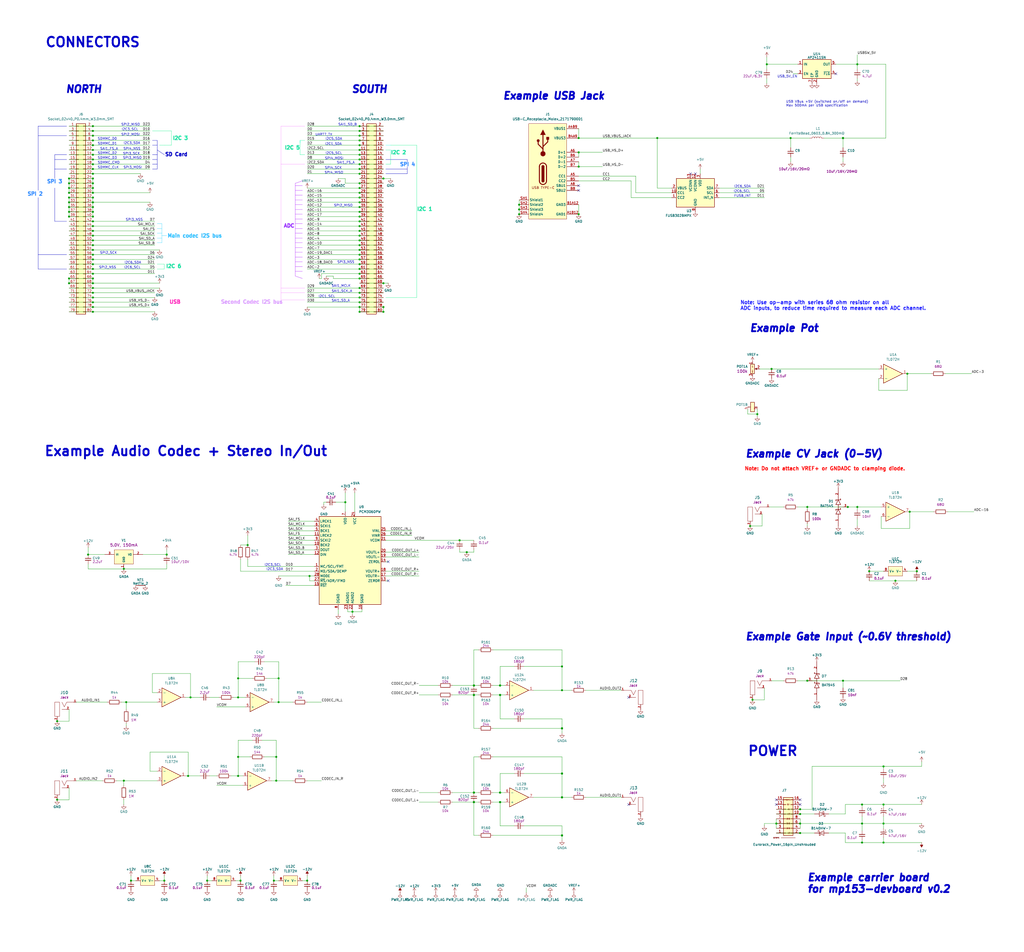
<source format=kicad_sch>
(kicad_sch (version 20250114) (generator "eeschema") (generator_version "9.0")
  (paper "User" 546.1 508)
  (lib_symbols
    (symbol "4ms_Capacitor:100nF_0402_16V" (pin_numbers (hide yes)) (pin_names (offset 0.254) (hide yes))
      (property "Reference" "C" (at 1.905 1.27 0))
      (property "Display" "0.1uF" (at 1.905 -1.27 0))
      (symbol "100nF_0402_16V_1_1"
        (pin passive line (at 0 2.54 270) (length 2.032) (name "~") (number "1"))
        (pin passive line (at 0 -2.54 90) (length 2.032) (name "~") (number "2"))
      )
    )
    (symbol "4ms_Capacitor:100nF_0402_50V" (pin_numbers (hide yes)) (pin_names (offset 0.254) (hide yes))
      (property "Reference" "C" (at 1.905 1.27 0))
      (property "Display" "0.1uF" (at 1.905 -1.27 0))
      (symbol "100nF_0402_50V_1_1"
        (pin passive line (at 0 2.54 270) (length 2.032) (name "~") (number "1"))
        (pin passive line (at 0 -2.54 90) (length 2.032) (name "~") (number "2"))
      )
    )
    (symbol "4ms_Capacitor:100nF_0603_16V" (pin_numbers (hide yes)) (pin_names (offset 0.254) (hide yes))
      (property "Reference" "C" (at 1.905 1.27 0))
      (property "Display" "0.1uF" (at 1.905 -1.27 0))
      (symbol "100nF_0603_16V_1_1"
        (pin passive line (at 0 2.54 270) (length 2.032) (name "~") (number "1"))
        (pin passive line (at 0 -2.54 90) (length 2.032) (name "~") (number "2"))
      )
    )
    (symbol "4ms_Capacitor:10nF_0603_25V" (pin_numbers (hide yes)) (pin_names (offset 0.254) (hide yes))
      (property "Reference" "C" (at 1.905 1.27 0))
      (property "Display" "10nF" (at 1.905 -1.27 0))
      (symbol "10nF_0603_25V_1_1"
        (pin passive line (at 0 2.54 270) (length 2.032) (name "~") (number "1"))
        (pin passive line (at 0 -2.54 90) (length 2.032) (name "~") (number "2"))
      )
    )
    (symbol "4ms_Capacitor:10uF_0603_10V" (pin_numbers (hide yes)) (pin_names (offset 0.254) (hide yes))
      (property "Reference" "C" (at 1.905 1.27 0))
      (property "Display" "10uF/10V" (at 1.905 -1.27 0))
      (symbol "10uF_0603_10V_1_1"
        (pin passive line (at 0 2.54 270) (length 2.032) (name "~") (number "1"))
        (pin passive line (at 0 -2.54 90) (length 2.032) (name "~") (number "2"))
      )
    )
    (symbol "4ms_Capacitor:10uF_0805_16V_lowESR" (pin_numbers (hide yes)) (pin_names (offset 0.254) (hide yes))
      (property "Reference" "C" (at 1.905 1.27 0))
      (property "Display" "10uF/16V/20mΩ" (at 1.905 -1.27 0))
      (symbol "10uF_0805_16V_lowESR_1_1"
        (pin passive line (at 0 2.54 270) (length 2.032) (name "~") (number "1"))
        (pin passive line (at 0 -2.54 90) (length 2.032) (name "~") (number "2"))
      )
    )
    (symbol "4ms_Capacitor:10uF_0805_25V" (pin_numbers (hide yes)) (pin_names (offset 0.254) (hide yes))
      (property "Reference" "C" (at 1.905 1.27 0))
      (property "Display" "10uF/25V" (at 1.905 -1.27 0))
      (symbol "10uF_0805_25V_1_1"
        (pin passive line (at 0 2.54 270) (length 2.032) (name "~") (number "1"))
        (pin passive line (at 0 -2.54 90) (length 2.032) (name "~") (number "2"))
      )
    )
    (symbol "4ms_Capacitor:180pF_0402_25V" (pin_numbers (hide yes)) (pin_names (offset 0.254) (hide yes))
      (property "Reference" "C" (at 1.905 1.27 0))
      (property "Display" "180pF" (at 1.905 -1.27 0))
      (symbol "180pF_0402_25V_1_1"
        (pin passive line (at 0 2.54 270) (length 2.032) (name "~") (number "1"))
        (pin passive line (at 0 -2.54 90) (length 2.032) (name "~") (number "2"))
      )
    )
    (symbol "4ms_Capacitor:2.2uF_0603_25V" (pin_numbers (hide yes)) (pin_names (offset 0.254) (hide yes))
      (property "Reference" "C" (at 1.905 1.27 0))
      (property "Display" "2.2uF" (at 1.905 -1.27 0))
      (symbol "2.2uF_0603_25V_1_1"
        (pin passive line (at 0 2.54 270) (length 2.032) (name "~") (number "1"))
        (pin passive line (at 0 -2.54 90) (length 2.032) (name "~") (number "2"))
      )
    )
    (symbol "4ms_Capacitor:220pF_0603_25V" (pin_numbers (hide yes)) (pin_names (offset 0.254) (hide yes))
      (property "Reference" "C" (at 1.905 1.27 0))
      (property "Display" "220pF" (at 1.905 -1.27 0))
      (symbol "220pF_0603_25V_1_1"
        (pin passive line (at 0 2.54 270) (length 2.032) (name "~") (number "1"))
        (pin passive line (at 0 -2.54 90) (length 2.032) (name "~") (number "2"))
      )
    )
    (symbol "4ms_Capacitor:22uF_0603_6.3V" (pin_numbers (hide yes)) (pin_names (offset 0.254) (hide yes))
      (property "Reference" "C" (at 1.905 1.27 0))
      (property "Display" "22uF/6.3V" (at 1.905 -1.27 0))
      (symbol "22uF_0603_6.3V_1_1"
        (pin passive line (at 0 2.54 270) (length 2.032) (name "~") (number "1"))
        (pin passive line (at 0 -2.54 90) (length 2.032) (name "~") (number "2"))
      )
    )
    (symbol "4ms_Capacitor:22uF_0805_25V" (pin_numbers (hide yes)) (pin_names (offset 0.254))
      (property "Reference" "C" (at 1.905 1.27 0))
      (property "Display" "22uF/25V" (at 1.905 -1.27 0))
      (symbol "22uF_0805_25V_1_1"
        (pin passive line (at 0 2.54 270) (length 2.032) (name "~") (number "1"))
        (pin passive line (at 0 -2.54 90) (length 2.032) (name "~") (number "2"))
      )
    )
    (symbol "4ms_Capacitor:4.7uF_0402_6.3V" (pin_numbers (hide yes)) (pin_names (offset 0.254) (hide yes))
      (property "Reference" "C" (at 1.905 1.27 0))
      (property "Display" "4.7uF" (at 1.905 -1.27 0))
      (symbol "4.7uF_0402_6.3V_1_1"
        (pin passive line (at 0 2.54 270) (length 2.032) (name "~") (number "1"))
        (pin passive line (at 0 -2.54 90) (length 2.032) (name "~") (number "2"))
      )
    )
    (symbol "4ms_Capacitor:47uF_5x5.3_16V" (pin_numbers (hide yes)) (pin_names (offset 0.254) (hide yes))
      (property "Reference" "C" (at 1.905 1.27 0))
      (property "Display" "47uF/16V" (at 1.905 -1.27 0))
      (symbol "47uF_5x5.3_16V_1_1"
        (pin passive line (at 0 2.54 270) (length 2.032) (name "~") (number "1"))
        (pin passive line (at 0 -2.54 90) (length 2.032) (name "~") (number "2"))
      )
    )
    (symbol "4ms_Capacitor:820pF_0402_10v" (pin_numbers (hide yes)) (pin_names (offset 0.254) (hide yes))
      (property "Reference" "C" (at 1.905 1.27 0))
      (property "Display" "820pF" (at 1.905 -1.27 0))
      (symbol "820pF_0402_10v_1_1"
        (pin passive line (at 0 2.54 270) (length 2.032) (name "~") (number "1"))
        (pin passive line (at 0 -2.54 90) (length 2.032) (name "~") (number "2"))
      )
    )
    (symbol "4ms_Connector:Eurorack_Power_16pin_Unshrouded" (pin_names (offset 0.0254) (hide yes))
      (property "Reference" "J" (at 0 11.43 0))
      (property "Value" "Eurorack_Power_16pin_Unshrouded" (at 0 13.97 0))
      (symbol "Eurorack_Power_16pin_Unshrouded_0_0"
        (text "STRIPE" (at -6.35 -11.43 0) (effects (font (size 0.635 0.635))))
        (text "GATE" (at 0 8.89 0) (effects (font (size 0.635 0.635))))
        (text "CV" (at 0 6.35 0) (effects (font (size 0.635 0.635))))
        (text "+5" (at 0 3.81 0) (effects (font (size 0.635 0.635))))
        (text "+12" (at 0 1.27 0) (effects (font (size 0.635 0.635))))
        (text "GND" (at 0 -1.27 0) (effects (font (size 0.635 0.635))))
        (text "GND" (at 0 -3.81 0) (effects (font (size 0.635 0.635))))
        (text "GND" (at 0 -6.35 0) (effects (font (size 0.635 0.635))))
        (text "-12" (at 0 -8.89 0) (effects (font (size 0.635 0.635))))
      )
      (symbol "Eurorack_Power_16pin_Unshrouded_1_1"
        (pin passive line (at -6.35 8.89 0) (length 3.81) (name "GATE") (number "15"))
        (pin passive line (at -6.35 6.35 0) (length 3.81) (name "CV") (number "13"))
        (pin passive line (at -6.35 3.81 0) (length 3.81) (name "5V") (number "11"))
        (pin passive line (at -6.35 1.27 0) (length 3.81) (name "+12V") (number "9"))
        (pin passive line (at -6.35 -1.27 0) (length 3.81) (name "GND") (number "7"))
        (pin passive line (at -6.35 -3.81 0) (length 3.81) (name "GND") (number "5"))
        (pin passive line (at -6.35 -6.35 0) (length 3.81) (name "GND") (number "3"))
        (pin passive line (at -6.35 -8.89 0) (length 3.81) (name "-12V") (number "1"))
        (pin passive line (at 6.35 8.89 180) (length 3.81) (name "GATE") (number "16"))
        (pin passive line (at 6.35 6.35 180) (length 3.81) (name "CV") (number "14"))
        (pin passive line (at 6.35 3.81 180) (length 3.81) (name "5V") (number "12"))
        (pin passive line (at 6.35 1.27 180) (length 3.81) (name "+12V") (number "10"))
        (pin passive line (at 6.35 -1.27 180) (length 3.81) (name "GND") (number "8"))
        (pin passive line (at 6.35 -3.81 180) (length 3.81) (name "GND") (number "6"))
        (pin passive line (at 6.35 -6.35 180) (length 3.81) (name "GND") (number "4"))
        (pin passive line (at 6.35 -8.89 180) (length 3.81) (name "-12V") (number "2"))
      )
    )
    (symbol "4ms_Connector:Socket_02x40_P0.4mm_W3.0mm_SMT" (pin_names (offset 1.016) (hide yes))
      (property "Reference" "J" (at 0 50.8 0))
      (property "Value" "Socket_02x40_P0.4mm_W3.0mm_SMT" (at 0 -53.34 0))
      (symbol "Socket_02x40_P0.4mm_W3.0mm_SMT_1_1"
        (pin passive line (at -6.35 48.26 0) (length 3.81) (name "Pin_1") (number "1"))
        (pin passive line (at -6.35 45.72 0) (length 3.81) (name "Pin_3") (number "3"))
        (pin passive line (at -6.35 43.18 0) (length 3.81) (name "Pin_5") (number "5"))
        (pin passive line (at -6.35 40.64 0) (length 3.81) (name "Pin_7") (number "7"))
        (pin passive line (at -6.35 38.1 0) (length 3.81) (name "Pin_9") (number "9"))
        (pin passive line (at -6.35 35.56 0) (length 3.81) (name "Pin_11") (number "11"))
        (pin passive line (at -6.35 33.02 0) (length 3.81) (name "Pin_13") (number "13"))
        (pin passive line (at -6.35 30.48 0) (length 3.81) (name "Pin_15") (number "15"))
        (pin passive line (at -6.35 27.94 0) (length 3.81) (name "Pin_17") (number "17"))
        (pin passive line (at -6.35 25.4 0) (length 3.81) (name "Pin_19") (number "19"))
        (pin passive line (at -6.35 22.86 0) (length 3.81) (name "Pin_21") (number "21"))
        (pin passive line (at -6.35 20.32 0) (length 3.81) (name "Pin_23") (number "23"))
        (pin passive line (at -6.35 17.78 0) (length 3.81) (name "Pin_25") (number "25"))
        (pin passive line (at -6.35 15.24 0) (length 3.81) (name "Pin_27") (number "27"))
        (pin passive line (at -6.35 12.7 0) (length 3.81) (name "Pin_29") (number "29"))
        (pin passive line (at -6.35 10.16 0) (length 3.81) (name "Pin_31") (number "31"))
        (pin passive line (at -6.35 7.62 0) (length 3.81) (name "Pin_33") (number "33"))
        (pin passive line (at -6.35 5.08 0) (length 3.81) (name "Pin_35") (number "35"))
        (pin passive line (at -6.35 2.54 0) (length 3.81) (name "Pin_37") (number "37"))
        (pin passive line (at -6.35 0 0) (length 3.81) (name "Pin_39") (number "39"))
        (pin passive line (at -6.35 -2.54 0) (length 3.81) (name "Pin_41") (number "41"))
        (pin passive line (at -6.35 -5.08 0) (length 3.81) (name "Pin_43") (number "43"))
        (pin passive line (at -6.35 -7.62 0) (length 3.81) (name "Pin_45") (number "45"))
        (pin passive line (at -6.35 -10.16 0) (length 3.81) (name "Pin_47") (number "47"))
        (pin passive line (at -6.35 -12.7 0) (length 3.81) (name "Pin_49") (number "49"))
        (pin passive line (at -6.35 -15.24 0) (length 3.81) (name "Pin_51") (number "51"))
        (pin passive line (at -6.35 -17.78 0) (length 3.81) (name "Pin_53") (number "53"))
        (pin passive line (at -6.35 -20.32 0) (length 3.81) (name "Pin_55") (number "55"))
        (pin passive line (at -6.35 -22.86 0) (length 3.81) (name "Pin_57") (number "57"))
        (pin passive line (at -6.35 -25.4 0) (length 3.81) (name "Pin_59") (number "59"))
        (pin passive line (at -6.35 -27.94 0) (length 3.81) (name "Pin_61") (number "61"))
        (pin passive line (at -6.35 -30.48 0) (length 3.81) (name "Pin_63") (number "63"))
        (pin passive line (at -6.35 -33.02 0) (length 3.81) (name "Pin_65") (number "65"))
        (pin passive line (at -6.35 -35.56 0) (length 3.81) (name "Pin_67") (number "67"))
        (pin passive line (at -6.35 -38.1 0) (length 3.81) (name "Pin_69") (number "69"))
        (pin passive line (at -6.35 -40.64 0) (length 3.81) (name "Pin_71") (number "71"))
        (pin passive line (at -6.35 -43.18 0) (length 3.81) (name "Pin_73") (number "73"))
        (pin passive line (at -6.35 -45.72 0) (length 3.81) (name "Pin_75") (number "75"))
        (pin passive line (at -6.35 -48.26 0) (length 3.81) (name "Pin_77") (number "77"))
        (pin passive line (at -6.35 -50.8 0) (length 3.81) (name "Pin_79") (number "79"))
        (pin passive line (at 6.35 48.26 180) (length 3.81) (name "Pin_2") (number "2"))
        (pin passive line (at 6.35 45.72 180) (length 3.81) (name "Pin_4") (number "4"))
        (pin passive line (at 6.35 43.18 180) (length 3.81) (name "Pin_6") (number "6"))
        (pin passive line (at 6.35 40.64 180) (length 3.81) (name "Pin_8") (number "8"))
        (pin passive line (at 6.35 38.1 180) (length 3.81) (name "Pin_10") (number "10"))
        (pin passive line (at 6.35 35.56 180) (length 3.81) (name "Pin_12") (number "12"))
        (pin passive line (at 6.35 33.02 180) (length 3.81) (name "Pin_14") (number "14"))
        (pin passive line (at 6.35 30.48 180) (length 3.81) (name "Pin_16") (number "16"))
        (pin passive line (at 6.35 27.94 180) (length 3.81) (name "Pin_18") (number "18"))
        (pin passive line (at 6.35 25.4 180) (length 3.81) (name "Pin_20") (number "20"))
        (pin passive line (at 6.35 22.86 180) (length 3.81) (name "Pin_22") (number "22"))
        (pin passive line (at 6.35 20.32 180) (length 3.81) (name "Pin_24") (number "24"))
        (pin passive line (at 6.35 17.78 180) (length 3.81) (name "Pin_26") (number "26"))
        (pin passive line (at 6.35 15.24 180) (length 3.81) (name "Pin_28") (number "28"))
        (pin passive line (at 6.35 12.7 180) (length 3.81) (name "Pin_30") (number "30"))
        (pin passive line (at 6.35 10.16 180) (length 3.81) (name "Pin_32") (number "32"))
        (pin passive line (at 6.35 7.62 180) (length 3.81) (name "Pin_34") (number "34"))
        (pin passive line (at 6.35 5.08 180) (length 3.81) (name "Pin_36") (number "36"))
        (pin passive line (at 6.35 2.54 180) (length 3.81) (name "Pin_38") (number "38"))
        (pin passive line (at 6.35 0 180) (length 3.81) (name "Pin_40") (number "40"))
        (pin passive line (at 6.35 -2.54 180) (length 3.81) (name "Pin_42") (number "42"))
        (pin passive line (at 6.35 -5.08 180) (length 3.81) (name "Pin_44") (number "44"))
        (pin passive line (at 6.35 -7.62 180) (length 3.81) (name "Pin_46") (number "46"))
        (pin passive line (at 6.35 -10.16 180) (length 3.81) (name "Pin_48") (number "48"))
        (pin passive line (at 6.35 -12.7 180) (length 3.81) (name "Pin_50") (number "50"))
        (pin passive line (at 6.35 -15.24 180) (length 3.81) (name "Pin_52") (number "52"))
        (pin passive line (at 6.35 -17.78 180) (length 3.81) (name "Pin_54") (number "54"))
        (pin passive line (at 6.35 -20.32 180) (length 3.81) (name "Pin_56") (number "56"))
        (pin passive line (at 6.35 -22.86 180) (length 3.81) (name "Pin_58") (number "58"))
        (pin passive line (at 6.35 -25.4 180) (length 3.81) (name "Pin_60") (number "60"))
        (pin passive line (at 6.35 -27.94 180) (length 3.81) (name "Pin_62") (number "62"))
        (pin passive line (at 6.35 -30.48 180) (length 3.81) (name "Pin_64") (number "64"))
        (pin passive line (at 6.35 -33.02 180) (length 3.81) (name "Pin_66") (number "66"))
        (pin passive line (at 6.35 -35.56 180) (length 3.81) (name "Pin_68") (number "68"))
        (pin passive line (at 6.35 -38.1 180) (length 3.81) (name "Pin_70") (number "70"))
        (pin passive line (at 6.35 -40.64 180) (length 3.81) (name "Pin_72") (number "72"))
        (pin passive line (at 6.35 -43.18 180) (length 3.81) (name "Pin_74") (number "74"))
        (pin passive line (at 6.35 -45.72 180) (length 3.81) (name "Pin_76") (number "76"))
        (pin passive line (at 6.35 -48.26 180) (length 3.81) (name "Pin_78") (number "78"))
        (pin passive line (at 6.35 -50.8 180) (length 3.81) (name "Pin_80") (number "80"))
      )
    )
    (symbol "4ms_Connector:USB-C_Receptacle_Molex_2171790001"
      (property "Reference" "J" (at -3.175 -2.54 0))
      (property "Value" "USB-C_Receptacle_Molex_2171790001" (at 0 31.75 0))
      (symbol "USB-C_Receptacle_Molex_2171790001_1_0"
        (text "USB TYPE-C" (at -2.4421 -4.1676 0) (effects (font (size 1.27 1.27)) (justify top)))
        (pin passive line (at -15.24 -11.43 0) (length 5.08) (name "Shield1") (number "SH1"))
        (pin passive line (at -15.24 -13.97 0) (length 5.08) (name "Shield2") (number "SH2"))
        (pin passive line (at -15.24 -16.51 0) (length 5.08) (name "Shield3") (number "SH3"))
        (pin passive line (at -15.24 -19.05 0) (length 5.08) (name "Shield4") (number "SH4"))
        (pin passive line (at 16.51 26.67 180) (length 6.35) (name "VBUS1") (number "A4B9"))
        (pin passive line (at 16.51 21.59 180) (length 6.35) (name "VBUS3") (number "B4A9"))
        (pin passive line (at 16.51 13.97 180) (length 6.35) (name "D+1") (number "A6"))
        (pin passive line (at 16.51 11.43 180) (length 6.35) (name "D+2") (number "B6"))
        (pin passive line (at 16.51 8.89 180) (length 6.35) (name "D-1") (number "A7"))
        (pin passive line (at 16.51 6.35 180) (length 6.35) (name "D-2") (number "B7"))
        (pin passive line (at 16.51 1.27 180) (length 6.35) (name "CC1") (number "A5"))
        (pin passive line (at 16.51 -1.27 180) (length 6.35) (name "CC2") (number "B5"))
        (pin passive line (at 16.51 -3.81 180) (length 6.35) (name "SBU1") (number "A8"))
        (pin passive line (at 16.51 -6.35 180) (length 6.35) (name "SBU2") (number "B8"))
        (pin passive line (at 16.51 -13.97 180) (length 6.35) (name "GND3") (number "B1A12"))
        (pin passive line (at 16.51 -19.05 180) (length 6.35) (name "GND1") (number "A1B12"))
      )
    )
    (symbol "4ms_Diode:B140HW-7" (pin_numbers (hide yes)) (pin_names (offset 1.016) (hide yes))
      (property "Reference" "D" (at 0 2.54 0))
      (property "Value" "B140HW-7" (at 0 -2.54 0))
      (symbol "B140HW-7_1_1"
        (pin passive line (at -3.81 0 0) (length 2.54) (name "K") (number "1"))
        (pin passive line (at 3.81 0 180) (length 2.54) (name "A") (number "2"))
      )
    )
    (symbol "4ms_Diode:BAT54S" (pin_names (offset 0.762) (hide yes))
      (property "Reference" "D" (at 2.54 -2.54 0))
      (property "Value" "BAT54S" (at 0 2.54 0))
      (symbol "BAT54S_0_1"
        (pin passive line (at -10.16 0 0) (length 6.35) (name "Anode") (number "1"))
        (pin passive line (at 0 -5.08 90) (length 2.54) (name "AK") (number "3"))
        (pin passive line (at 10.16 0 180) (length 6.35) (name "cathode") (number "2"))
      )
    )
    (symbol "4ms_IC:AP2411SN"
      (property "Reference" "U" (at -7.62 -6.35 0))
      (property "Value" "AP2411SN" (at -7.62 6.35 0))
      (symbol "AP2411SN_1_1"
        (pin power_in line (at -10.16 2.54 0) (length 2.54) (name "IN") (number "1"))
        (pin input line (at -10.16 -2.54 0) (length 2.54) (name "EN") (number "3"))
        (pin power_in line (at -2.54 -7.62 90) (length 2.54) (name "EP") (number "7"))
        (pin power_in line (at 0 -7.62 90) (length 2.54) (name "GND") (number "2"))
        (pin power_out line (at 10.16 2.54 180) (length 2.54) (name "OUT") (number "5"))
        (pin no_connect line (at 10.16 0 180) (length 2.54) (hide yes) (name "NC") (number "6"))
        (pin open_collector line (at 10.16 -2.54 180) (length 2.54) (name "~{FLG}") (number "4"))
      )
    )
    (symbol "4ms_IC:FUSB302BMPX"
      (property "Reference" "U" (at -10.16 8.89 0))
      (property "Value" "FUSB302BMPX" (at 3.81 8.89 0))
      (symbol "FUSB302BMPX_1_1"
        (pin bidirectional line (at -12.7 2.54 0) (length 2.54) (name "SDA") (number "7"))
        (pin input line (at -12.7 0 0) (length 2.54) (name "SCL") (number "6"))
        (pin open_collector line (at -12.7 -2.54 0) (length 2.54) (name "INT_N") (number "5"))
        (pin power_in line (at -2.54 10.16 270) (length 2.54) (name "VDD") (number "3"))
        (pin passive line (at -2.54 10.16 270) (length 2.54) (hide yes) (name "VDD") (number "4"))
        (pin power_in line (at 0 10.16 270) (length 2.54) (name "VCONN") (number "12"))
        (pin passive line (at 0 -10.16 90) (length 2.54) (hide yes) (name "GND") (number "15"))
        (pin power_in line (at 0 -10.16 90) (length 2.54) (name "GND") (number "8"))
        (pin passive line (at 0 -10.16 90) (length 2.54) (hide yes) (name "GND") (number "9"))
        (pin power_in line (at 2.54 10.16 270) (length 2.54) (name "VCONN") (number "13"))
        (pin input line (at 12.7 2.54 180) (length 2.54) (name "VBUS") (number "2"))
        (pin bidirectional line (at 12.7 0 180) (length 2.54) (name "CC1") (number "10"))
        (pin bidirectional line (at 12.7 0 180) (length 2.54) (hide yes) (name "CC1") (number "11"))
        (pin bidirectional line (at 12.7 -2.54 180) (length 2.54) (name "CC2") (number "1"))
        (pin bidirectional line (at 12.7 -2.54 180) (length 2.54) (hide yes) (name "CC2") (number "14"))
      )
    )
    (symbol "4ms_IC:PCM3060PW"
      (property "Reference" "U" (at 13.97 34.29 0))
      (property "Value" "PCM3060PW" (at 16.51 31.75 0))
      (symbol "PCM3060PW_1_1"
        (pin bidirectional line (at -17.78 24.13 0) (length 2.54) (name "LRCK1") (number "4"))
        (pin input line (at -17.78 21.59 0) (length 2.54) (name "SCKI1") (number "6"))
        (pin bidirectional line (at -17.78 19.05 0) (length 2.54) (name "BCK1") (number "5"))
        (pin bidirectional line (at -17.78 16.51 0) (length 2.54) (name "LRCK2") (number "11"))
        (pin input line (at -17.78 13.97 0) (length 2.54) (name "SCKI2") (number "9"))
        (pin bidirectional line (at -17.78 11.43 0) (length 2.54) (name "BCK2") (number "10"))
        (pin output line (at -17.78 8.89 0) (length 2.54) (name "DOUT") (number "3"))
        (pin input line (at -17.78 6.35 0) (length 2.54) (name "DIN") (number "12"))
        (pin input line (at -17.78 0 0) (length 2.54) (name "MC/SCL/FMT") (number "1"))
        (pin bidirectional line (at -17.78 -2.54 0) (length 2.54) (name "MD/SDA/DEMP") (number "2"))
        (pin input line (at -17.78 -5.08 0) (length 2.54) (name "MODE") (number "28"))
        (pin input line (at -17.78 -7.62 0) (length 2.54) (name "~{MS}/ADR/IFMD") (number "27"))
        (pin input line (at -17.78 -10.16 0) (length 2.54) (name "~{RST}") (number "15"))
        (pin power_in line (at -5.08 -22.86 90) (length 2.54) (name "DGND") (number "8"))
        (pin power_in line (at -1.27 29.21 270) (length 2.54) (name "VDD") (number "7"))
        (pin power_in line (at 0 -22.86 90) (length 2.54) (name "AGND1") (number "23"))
        (pin power_in line (at 2.54 -22.86 90) (length 2.54) (name "AGND2") (number "22"))
        (pin power_in line (at 3.81 29.21 270) (length 2.54) (name "VCC") (number "24"))
        (pin power_in line (at 7.62 -22.86 90) (length 2.54) (name "SGND") (number "16"))
        (pin input line (at 20.32 19.05 180) (length 2.54) (name "VINL") (number "25"))
        (pin input line (at 20.32 16.51 180) (length 2.54) (name "VINR") (number "26"))
        (pin power_in line (at 20.32 13.97 180) (length 2.54) (name "VCOM") (number "21"))
        (pin output line (at 20.32 7.62 180) (length 2.54) (name "VOUTL+") (number "20"))
        (pin output line (at 20.32 5.08 180) (length 2.54) (name "VOUTL-") (number "19"))
        (pin output line (at 20.32 2.54 180) (length 2.54) (name "ZEROL") (number "14"))
        (pin output line (at 20.32 -2.54 180) (length 2.54) (name "VOUTR+") (number "18"))
        (pin output line (at 20.32 -5.08 180) (length 2.54) (name "VOUTR-") (number "17"))
        (pin output line (at 20.32 -7.62 180) (length 2.54) (name "ZEROR") (number "13"))
      )
    )
    (symbol "4ms_IC:TL072H"
      (property "Reference" "U" (at 2.54 5.08 0))
      (property "Value" "TL072H" (at 2.54 -3.81 0))
      (symbol "TL072H_1_1"
        (pin input line (at -7.62 2.54 0) (length 2.54) (name "+") (number "3"))
        (pin input line (at -7.62 -2.54 0) (length 2.54) (name "-") (number "2"))
        (pin output line (at 7.62 0 180) (length 2.54) (name "~") (number "1"))
      )
      (symbol "TL072H_2_1"
        (pin input line (at -7.62 2.54 0) (length 2.54) (name "+") (number "5"))
        (pin input line (at -7.62 -2.54 0) (length 2.54) (name "-") (number "6"))
        (pin output line (at 7.62 0 180) (length 2.54) (name "~") (number "7"))
      )
      (symbol "TL072H_3_1"
        (pin power_in line (at 0 6.35 270) (length 2.54) (name "V+") (number "8"))
        (pin power_in line (at 0 -6.35 90) (length 2.54) (name "V-") (number "4"))
      )
    )
    (symbol "4ms_Inductor:FerriteBead_0603_0.8A_300mΩ" (pin_numbers (hide yes)) (pin_names (offset 1.016) (hide yes))
      (property "Reference" "L1" (at -3.81 1.27 90))
      (property "Value" "FerriteBead_0603_0.8A_300mΩ" (at -1.27 2.54 90))
      (symbol "FerriteBead_0603_0.8A_300mΩ_1_1"
        (pin passive line (at 0 3.81 270) (length 1.27) (name "1") (number "1"))
        (pin passive line (at 0 -3.81 90) (length 1.27) (name "2") (number "2"))
      )
    )
    (symbol "4ms_Jack:3.5mm_Mono_Switched_sm" (pin_names (offset 0) (hide yes))
      (property "Reference" "J" (at -5.334 9.144 0))
      (property "Display" "Jack" (at -4.064 6.858 0))
      (symbol "3.5mm_Mono_Switched_sm_1_1"
        (pin passive line (at -5.08 -5.08 90) (length 2.54) (name "SHEILD") (number "2"))
        (pin passive line (at 1.27 1.27 180) (length 1.27) (name "SW") (number "3"))
        (pin passive line (at 5.08 5.08 180) (length 1.27) (name "SIG") (number "1"))
      )
    )
    (symbol "4ms_Potentiometer:9mm_NoDet_100k_Knurled_Lined" (pin_names (offset 1.016) (hide yes))
      (property "Reference" "POT" (at -4.572 -0.127 90))
      (property "Display" "100k" (at -2.794 0 90))
      (symbol "9mm_NoDet_100k_Knurled_Lined_1_1"
        (text "Left/1" (at 0 1.27 900) (effects (font (size 0.254 0.254))))
        (text "Right/3" (at 0 -1.27 900) (effects (font (size 0.254 0.254))))
        (pin passive line (at 0 3.81 270) (length 1.27) (name "Left") (number "1"))
        (pin passive line (at 0 -3.81 90) (length 1.27) (name "Right") (number "3"))
        (pin passive line (at 3.81 0 180) (length 1.27) (name "Center") (number "2"))
      )
      (symbol "9mm_NoDet_100k_Knurled_Lined_2_1"
        (pin passive line (at -2.54 -1.27 90) (length 1.27) (name "Tab1") (number "4"))
        (pin passive line (at 2.54 -1.27 90) (length 1.27) (name "Tab2") (number "5"))
      )
    )
    (symbol "4ms_Power_Symbol:+5V" (power) (pin_names (offset 0))
      (property "Value" "+5V" (at 0 3.556 0))
      (symbol "+5V_1_1"
        (pin power_in line (at 0 0 90) (length 0) (hide yes) (name "+5V") (number "1"))
      )
    )
    (symbol "4ms_Power_Symbol:GND" (power) (pin_names (offset 0))
      (property "Value" "GND" (at 0 -3.81 0))
      (symbol "GND_1_1"
        (pin power_in line (at 0 0 270) (length 0) (hide yes) (name "GND") (number "1"))
      )
    )
    (symbol "4ms_Power_Symbol:GNDA" (power) (pin_numbers (hide yes)) (pin_names (offset 0) (hide yes))
      (property "Value" "GNDA" (at 0 -3.81 0))
      (symbol "GNDA_1_1"
        (pin power_in line (at 0 0 270) (length 0) (hide yes) (name "GNDA") (number "1"))
      )
    )
    (symbol "4ms_Power_Symbol:GNDADC" (power) (pin_numbers (hide yes)) (pin_names (offset 0) (hide yes))
      (property "Value" "GNDADC" (at 0 -3.81 0))
      (symbol "GNDADC_1_1"
        (pin power_in line (at 0 0 270) (length 0) (hide yes) (name "GNDADC") (number "1"))
      )
    )
    (symbol "4ms_Power_Symbol:VREF+" (power) (pin_names (offset 0))
      (property "Value" "VREF+" (at 0 3.556 0))
      (symbol "VREF+_1_1"
        (pin power_in line (at 0 0 90) (length 0) (hide yes) (name "VREF+") (number "1"))
      )
    )
    (symbol "4ms_Regulator:AP2120N-5.0TRG1" (pin_names (offset 0.762))
      (property "Reference" "V" (at 3.81 -4.9784 0))
      (property "Display" "5.0V, 150mA" (at 0 5.08 0))
      (symbol "AP2120N-5.0TRG1_1_1"
        (pin input line (at -10.16 1.27 0) (length 5.08) (name "VI") (number "3"))
        (pin input line (at 0 -6.35 90) (length 2.54) (name "GND") (number "1"))
        (pin power_out line (at 10.16 1.27 180) (length 5.08) (name "VO") (number "2"))
      )
    )
    (symbol "4ms_Resistor_0402:100k_0402" (pin_numbers (hide yes)) (pin_names (offset 0))
      (property "Reference" "R" (at 2.032 0 90))
      (property "Display" "100k" (at 3.81 0 90))
      (symbol "100k_0402_1_1"
        (pin passive line (at 0 3.81 270) (length 1.27) (name "~") (number "1"))
        (pin passive line (at 0 -3.81 90) (length 1.27) (name "~") (number "2"))
      )
    )
    (symbol "4ms_Resistor_0402:10k_0402" (pin_numbers (hide yes)) (pin_names (offset 0))
      (property "Reference" "R" (at 2.032 0 90))
      (property "Display" "10k" (at 3.81 0 90))
      (symbol "10k_0402_1_1"
        (pin passive line (at 0 3.81 270) (length 1.27) (name "~") (number "1"))
        (pin passive line (at 0 -3.81 90) (length 1.27) (name "~") (number "2"))
      )
    )
    (symbol "4ms_Resistor_0402:14k_0402" (pin_numbers (hide yes)) (pin_names (offset 0))
      (property "Reference" "R" (at 2.032 0 90))
      (property "Display" "14k" (at 3.81 0 90))
      (symbol "14k_0402_1_1"
        (pin passive line (at 0 3.81 270) (length 1.27) (name "~") (number "1"))
        (pin passive line (at 0 -3.81 90) (length 1.27) (name "~") (number "2"))
      )
    )
    (symbol "4ms_Resistor_0402:1M_0402" (pin_numbers (hide yes)) (pin_names (offset 0))
      (property "Reference" "R" (at 2.032 0 90))
      (property "Display" "1M" (at 3.81 0 90))
      (symbol "1M_0402_1_1"
        (pin passive line (at 0 3.81 270) (length 1.27) (name "~") (number "1"))
        (pin passive line (at 0 -3.81 90) (length 1.27) (name "~") (number "2"))
      )
    )
    (symbol "4ms_Resistor_0402:1k_0402" (pin_numbers (hide yes)) (pin_names (offset 0))
      (property "Reference" "R" (at 2.032 0 90))
      (property "Display" "1k" (at 3.81 0 90))
      (symbol "1k_0402_1_1"
        (pin passive line (at 0 3.81 270) (length 1.27) (name "~") (number "1"))
        (pin passive line (at 0 -3.81 90) (length 1.27) (name "~") (number "2"))
      )
    )
    (symbol "4ms_Resistor_0402:24k_0402" (pin_numbers (hide yes)) (pin_names (offset 0))
      (property "Reference" "R" (at 2.032 0 90))
      (property "Display" "24k" (at 3.81 0 90))
      (symbol "24k_0402_1_1"
        (pin passive line (at 0 3.81 270) (length 1.27) (name "~") (number "1"))
        (pin passive line (at 0 -3.81 90) (length 1.27) (name "~") (number "2"))
      )
    )
    (symbol "4ms_Resistor_0402:4.7k_0402" (pin_numbers (hide yes)) (pin_names (offset 0))
      (property "Reference" "R" (at 2.032 0 90))
      (property "Display" "4.7k" (at 3.81 0 90))
      (symbol "4.7k_0402_1_1"
        (pin passive line (at 0 3.81 270) (length 1.27) (name "~") (number "1"))
        (pin passive line (at 0 -3.81 90) (length 1.27) (name "~") (number "2"))
      )
    )
    (symbol "4ms_Resistor_0603:100k_0603" (pin_numbers (hide yes)) (pin_names (offset 0))
      (property "Reference" "R" (at 2.032 0 90))
      (property "Display" "100k" (at 3.81 0 90))
      (symbol "100k_0603_1_1"
        (pin passive line (at 0 3.81 270) (length 1.27) (name "~") (number "1"))
        (pin passive line (at 0 -3.81 90) (length 1.27) (name "~") (number "2"))
      )
    )
    (symbol "4ms_Resistor_0603:47k_0603" (pin_numbers (hide yes)) (pin_names (offset 0))
      (property "Reference" "R" (at 2.032 0 90))
      (property "Display" "47k" (at 3.81 0 90))
      (symbol "47k_0603_1_1"
        (pin passive line (at 0 3.81 270) (length 1.27) (name "~") (number "1"))
        (pin passive line (at 0 -3.81 90) (length 1.27) (name "~") (number "2"))
      )
    )
    (symbol "4ms_Resistor_0603:68Ω_0603" (pin_numbers (hide yes)) (pin_names (offset 0))
      (property "Reference" "R" (at 2.032 0 90))
      (property "Display" "68Ω" (at 3.81 0 90))
      (symbol "68Ω_0603_1_1"
        (pin passive line (at 0 3.81 270) (length 1.27) (name "~") (number "1"))
        (pin passive line (at 0 -3.81 90) (length 1.27) (name "~") (number "2"))
      )
    )
    (symbol "Device:NetTie_2" (pin_numbers (hide yes)) (pin_names (offset 0) (hide yes)) (in_bom no)
      (property "Reference" "NT" (at 0 1.27 0))
      (property "Value" "NetTie_2" (at 0 -1.27 0))
      (symbol "NetTie_2_1_1"
        (pin passive line (at -2.54 0 0) (length 2.54) (name "1") (number "1"))
        (pin passive line (at 2.54 0 180) (length 2.54) (name "2") (number "2"))
      )
    )
    (symbol "Socket_02x40_P0.4mm_W3.0mm_SMT_1" (pin_names (offset 1.016) (hide yes))
      (property "Reference" "J" (at 0 50.8 0))
      (property "Value" "Socket_02x40_P0.4mm_W3.0mm_SMT" (at 0 -53.34 0))
      (symbol "Socket_02x40_P0.4mm_W3.0mm_SMT_1_1_1"
        (pin passive line (at -6.35 48.26 0) (length 3.81) (name "Pin_1") (number "1"))
        (pin passive line (at -6.35 45.72 0) (length 3.81) (name "Pin_3") (number "3"))
        (pin passive line (at -6.35 43.18 0) (length 3.81) (name "Pin_5") (number "5"))
        (pin passive line (at -6.35 40.64 0) (length 3.81) (name "Pin_7") (number "7"))
        (pin passive line (at -6.35 38.1 0) (length 3.81) (name "Pin_9") (number "9"))
        (pin passive line (at -6.35 35.56 0) (length 3.81) (name "Pin_11") (number "11"))
        (pin passive line (at -6.35 33.02 0) (length 3.81) (name "Pin_13") (number "13"))
        (pin passive line (at -6.35 30.48 0) (length 3.81) (name "Pin_15") (number "15"))
        (pin passive line (at -6.35 27.94 0) (length 3.81) (name "Pin_17") (number "17"))
        (pin passive line (at -6.35 25.4 0) (length 3.81) (name "Pin_19") (number "19"))
        (pin passive line (at -6.35 22.86 0) (length 3.81) (name "Pin_21") (number "21"))
        (pin passive line (at -6.35 20.32 0) (length 3.81) (name "Pin_23") (number "23"))
        (pin passive line (at -6.35 17.78 0) (length 3.81) (name "Pin_25") (number "25"))
        (pin passive line (at -6.35 15.24 0) (length 3.81) (name "Pin_27") (number "27"))
        (pin passive line (at -6.35 12.7 0) (length 3.81) (name "Pin_29") (number "29"))
        (pin passive line (at -6.35 10.16 0) (length 3.81) (name "Pin_31") (number "31"))
        (pin passive line (at -6.35 7.62 0) (length 3.81) (name "Pin_33") (number "33"))
        (pin passive line (at -6.35 5.08 0) (length 3.81) (name "Pin_35") (number "35"))
        (pin passive line (at -6.35 2.54 0) (length 3.81) (name "Pin_37") (number "37"))
        (pin passive line (at -6.35 0 0) (length 3.81) (name "Pin_39") (number "39"))
        (pin passive line (at -6.35 -2.54 0) (length 3.81) (name "Pin_41") (number "41"))
        (pin passive line (at -6.35 -5.08 0) (length 3.81) (name "Pin_43") (number "43"))
        (pin passive line (at -6.35 -7.62 0) (length 3.81) (name "Pin_45") (number "45"))
        (pin passive line (at -6.35 -10.16 0) (length 3.81) (name "Pin_47") (number "47"))
        (pin passive line (at -6.35 -12.7 0) (length 3.81) (name "Pin_49") (number "49"))
        (pin passive line (at -6.35 -15.24 0) (length 3.81) (name "Pin_51") (number "51"))
        (pin passive line (at -6.35 -17.78 0) (length 3.81) (name "Pin_53") (number "53"))
        (pin passive line (at -6.35 -20.32 0) (length 3.81) (name "Pin_55") (number "55"))
        (pin passive line (at -6.35 -22.86 0) (length 3.81) (name "Pin_57") (number "57"))
        (pin passive line (at -6.35 -25.4 0) (length 3.81) (name "Pin_59") (number "59"))
        (pin passive line (at -6.35 -27.94 0) (length 3.81) (name "Pin_61") (number "61"))
        (pin passive line (at -6.35 -30.48 0) (length 3.81) (name "Pin_63") (number "63"))
        (pin passive line (at -6.35 -33.02 0) (length 3.81) (name "Pin_65") (number "65"))
        (pin passive line (at -6.35 -35.56 0) (length 3.81) (name "Pin_67") (number "67"))
        (pin passive line (at -6.35 -38.1 0) (length 3.81) (name "Pin_69") (number "69"))
        (pin passive line (at -6.35 -40.64 0) (length 3.81) (name "Pin_71") (number "71"))
        (pin passive line (at -6.35 -43.18 0) (length 3.81) (name "Pin_73") (number "73"))
        (pin passive line (at -6.35 -45.72 0) (length 3.81) (name "Pin_75") (number "75"))
        (pin passive line (at -6.35 -48.26 0) (length 3.81) (name "Pin_77") (number "77"))
        (pin passive line (at -6.35 -50.8 0) (length 3.81) (name "Pin_79") (number "79"))
        (pin passive line (at 6.35 48.26 180) (length 3.81) (name "Pin_2") (number "2"))
        (pin passive line (at 6.35 45.72 180) (length 3.81) (name "Pin_4") (number "4"))
        (pin passive line (at 6.35 43.18 180) (length 3.81) (name "Pin_6") (number "6"))
        (pin passive line (at 6.35 40.64 180) (length 3.81) (name "Pin_8") (number "8"))
        (pin passive line (at 6.35 38.1 180) (length 3.81) (name "Pin_10") (number "10"))
        (pin passive line (at 6.35 35.56 180) (length 3.81) (name "Pin_12") (number "12"))
        (pin passive line (at 6.35 33.02 180) (length 3.81) (name "Pin_14") (number "14"))
        (pin passive line (at 6.35 30.48 180) (length 3.81) (name "Pin_16") (number "16"))
        (pin passive line (at 6.35 27.94 180) (length 3.81) (name "Pin_18") (number "18"))
        (pin passive line (at 6.35 25.4 180) (length 3.81) (name "Pin_20") (number "20"))
        (pin passive line (at 6.35 22.86 180) (length 3.81) (name "Pin_22") (number "22"))
        (pin passive line (at 6.35 20.32 180) (length 3.81) (name "Pin_24") (number "24"))
        (pin passive line (at 6.35 17.78 180) (length 3.81) (name "Pin_26") (number "26"))
        (pin passive line (at 6.35 15.24 180) (length 3.81) (name "Pin_28") (number "28"))
        (pin passive line (at 6.35 12.7 180) (length 3.81) (name "Pin_30") (number "30"))
        (pin passive line (at 6.35 10.16 180) (length 3.81) (name "Pin_32") (number "32"))
        (pin passive line (at 6.35 7.62 180) (length 3.81) (name "Pin_34") (number "34"))
        (pin passive line (at 6.35 5.08 180) (length 3.81) (name "Pin_36") (number "36"))
        (pin passive line (at 6.35 2.54 180) (length 3.81) (name "Pin_38") (number "38"))
        (pin passive line (at 6.35 0 180) (length 3.81) (name "Pin_40") (number "40"))
        (pin passive line (at 6.35 -2.54 180) (length 3.81) (name "Pin_42") (number "42"))
        (pin passive line (at 6.35 -5.08 180) (length 3.81) (name "Pin_44") (number "44"))
        (pin passive line (at 6.35 -7.62 180) (length 3.81) (name "Pin_46") (number "46"))
        (pin passive line (at 6.35 -10.16 180) (length 3.81) (name "Pin_48") (number "48"))
        (pin passive line (at 6.35 -12.7 180) (length 3.81) (name "Pin_50") (number "50"))
        (pin passive line (at 6.35 -15.24 180) (length 3.81) (name "Pin_52") (number "52"))
        (pin passive line (at 6.35 -17.78 180) (length 3.81) (name "Pin_54") (number "54"))
        (pin passive line (at 6.35 -20.32 180) (length 3.81) (name "Pin_56") (number "56"))
        (pin passive line (at 6.35 -22.86 180) (length 3.81) (name "Pin_58") (number "58"))
        (pin passive line (at 6.35 -25.4 180) (length 3.81) (name "Pin_60") (number "60"))
        (pin passive line (at 6.35 -27.94 180) (length 3.81) (name "Pin_62") (number "62"))
        (pin passive line (at 6.35 -30.48 180) (length 3.81) (name "Pin_64") (number "64"))
        (pin passive line (at 6.35 -33.02 180) (length 3.81) (name "Pin_66") (number "66"))
        (pin passive line (at 6.35 -35.56 180) (length 3.81) (name "Pin_68") (number "68"))
        (pin passive line (at 6.35 -38.1 180) (length 3.81) (name "Pin_70") (number "70"))
        (pin passive line (at 6.35 -40.64 180) (length 3.81) (name "Pin_72") (number "72"))
        (pin passive line (at 6.35 -43.18 180) (length 3.81) (name "Pin_74") (number "74"))
        (pin passive line (at 6.35 -45.72 180) (length 3.81) (name "Pin_76") (number "76"))
        (pin passive line (at 6.35 -48.26 180) (length 3.81) (name "Pin_78") (number "78"))
        (pin passive line (at 6.35 -50.8 180) (length 3.81) (name "Pin_80") (number "80"))
      )
    )
    (symbol "power:+12V" (power) (pin_numbers (hide yes)) (pin_names (offset 0) (hide yes))
      (property "Value" "+12V" (at 0 3.556 0))
      (symbol "+12V_1_1"
        (pin power_in line (at 0 0 90) (length 0) (name "~") (number "1"))
      )
    )
    (symbol "power:+3.3V" (power) (pin_numbers (hide yes)) (pin_names (offset 0) (hide yes))
      (property "Value" "+3.3V" (at 0 3.556 0))
      (symbol "+3.3V_1_1"
        (pin power_in line (at 0 0 90) (length 0) (name "~") (number "1"))
      )
    )
    (symbol "power:+5V" (power) (pin_numbers (hide yes)) (pin_names (offset 0) (hide yes))
      (property "Value" "+5V" (at 0 3.556 0))
      (symbol "+5V_1_1"
        (pin power_in line (at 0 0 90) (length 0) (name "~") (number "1"))
      )
    )
    (symbol "power:+5VA" (power) (pin_numbers (hide yes)) (pin_names (offset 0) (hide yes))
      (property "Value" "+5VA" (at 0 3.556 0))
      (symbol "+5VA_1_1"
        (pin power_in line (at 0 0 90) (length 0) (name "~") (number "1"))
      )
    )
    (symbol "power:-12V" (power) (pin_numbers (hide yes)) (pin_names (offset 0) (hide yes))
      (property "Value" "-12V" (at 0 3.556 0))
      (symbol "-12V_0_0"
        (pin power_in line (at 0 0 90) (length 0) (name "~") (number "1"))
      )
    )
    (symbol "power:GND" (power) (pin_numbers (hide yes)) (pin_names (offset 0) (hide yes))
      (property "Value" "GND" (at 0 -3.81 0))
      (symbol "GND_1_1"
        (pin power_in line (at 0 0 270) (length 0) (name "~") (number "1"))
      )
    )
    (symbol "power:PWR_FLAG" (power) (pin_numbers (hide yes)) (pin_names (offset 0) (hide yes))
      (property "Value" "PWR_FLAG" (at 0 3.81 0))
      (symbol "PWR_FLAG_0_0"
        (pin power_out line (at 0 0 90) (length 0) (name "~") (number "1"))
      )
    )
  )
  (text "SDMMC_CMD" (at 52.07 87.63 0) (effects (font (size 1.27 1.27)) (justify left bottom)))
  (text "UART7_TX" (at 177.292 72.644 0) (effects (font (size 1.27 1.27)) (justify right bottom)))
  (text "SPI2_MISO" (at 178.054 110.49 0) (effects (font (size 1.27 1.27)) (justify left bottom)))
  (text "I2C 5" (at 151.638 78.994 0) (effects (font (size 1.905 1.905) (thickness 0.508) (bold yes)) (justify left)))
  (text "SPI3_NSS" (at 76.2 118.11 0) (effects (font (size 1.27 1.27)) (justify right bottom)))
  (text "Example CV Jack (0-5V)" (at 397.256 242.316 0) (effects (font (size 3.81 3.81) (thickness 1.016) (bold yes) (italic yes)) (justify left)))
  (text "USB_5V_EN" (at 419.862 40.894 0) (effects (font (size 1.27 1.27))))
  (text "SPI3_MISO" (at 65.532 85.09 0) (effects (font (size 1.27 1.27)) (justify left bottom)))
  (text "SPI3_SCK" (at 65.532 82.804 0) (effects (font (size 1.27 1.27)) (justify left bottom)))
  (text "SPI 3" (at 24.892 97.028 0) (effects (font (size 1.905 1.905) (thickness 0.508) (bold yes)) (justify left)))
  (text "I2C 6" (at 88.392 142.24 0) (effects (font (size 1.905 1.905) (thickness 0.508) (bold yes)) (justify left)))
  (text "POWER" (at 398.526 403.86 0) (effects (font (size 5.08 5.08) (thickness 1.016) (bold yes)) (justify left bottom)))
  (text "I2C 3" (at 91.948 73.914 0) (effects (font (size 1.905 1.905) (thickness 0.508) (bold yes)) (justify left)))
  (text "SPI 4" (at 213.106 87.884 0) (effects (font (size 1.905 1.905) (thickness 0.508) (bold yes)) (justify left)))
  (text "Second Codec I2S bus" (at 117.602 161.29 0) (effects (font (size 1.905 1.905) (thickness 0.508) (bold yes)) (justify left)))
  (text "I2C6_SDA" (at 66.294 140.97 0) (effects (font (size 1.27 1.27)) (justify left bottom)))
  (text "Main codec I2S bus" (at 89.154 125.984 0) (effects (font (size 1.905 1.905) (thickness 0.508) (bold yes)) (justify left)))
  (text "SPI 2" (at 14.478 103.632 0) (effects (font (size 1.905 1.905) (thickness 0.508) (bold yes)) (justify left)))
  (text "I2C3_SCL" (at 64.77 69.85 0) (effects (font (size 1.27 1.27)) (justify left bottom)))
  (text "I2C6_SDA" (at 391.414 100.33 0) (effects (font (size 1.27 1.27)) (justify left bottom)))
  (text "SD Card" (at 87.884 82.55 0) (effects (font (size 1.905 1.905) (thickness 0.508) (bold yes)) (justify left)))
  (text "SDMMC_D3" (at 52.07 85.09 0) (effects (font (size 1.27 1.27)) (justify left bottom)))
  (text "I2C1_SDA" (at 177.8 76.962 0) (effects (font (size 1.27 1.27))))
  (text "I2C3_SDA" (at 65.786 77.216 0) (effects (font (size 1.27 1.27)) (justify left bottom)))
  (text "CONNECTORS " (at 23.876 25.654 0) (effects (font (size 5.08 5.08) (thickness 1.016) (bold yes)) (justify left bottom)))
  (text "SAI1_SD_A" (at 176.784 160.528 0) (effects (font (size 1.27 1.27)) (justify left)))
  (text "I2C5_SCL" (at 173.482 82.55 0) (effects (font (size 1.27 1.27)) (justify left bottom)))
  (text "SAI1_SD_B" (at 180.34 66.548 0) (effects (font (size 1.27 1.27)) (justify left)))
  (text "SDMMC_CLK" (at 52.07 90.17 0) (effects (font (size 1.27 1.27)) (justify left bottom)))
  (text "Note: Use op-amp with series 68 ohm resistor on all\nADC inputs, to reduce time required to measure each ADC channel." (at 394.716 163.068 0) (effects (font (size 1.905 1.905) (thickness 0.381) (bold yes)) (justify left)))
  (text "Example Gate Input (~0.6V threshold)" (at 397.256 339.852 0) (effects (font (size 3.81 3.81) (thickness 1.016) (bold yes) (italic yes)) (justify left)))
  (text "I2C 2" (at 208.28 81.534 0) (effects (font (size 1.905 1.905) (thickness 0.508) (bold yes)) (justify left)))
  (text "SPI4_SCK" (at 177.8 89.662 0) (effects (font (size 1.27 1.27))))
  (text "SPI2_MOSI" (at 74.676 72.644 0) (effects (font (size 1.27 1.27)) (justify right bottom)))
  (text "SPI2_MISO" (at 74.676 67.31 0) (effects (font (size 1.27 1.27)) (justify right bottom)))
  (text "I2C3_SCL" (at 140.97 302.26 0) (effects (font (size 1.27 1.27)) (justify left bottom)))
  (text "SAI1_FS_A" (at 184.404 86.868 0) (effects (font (size 1.27 1.27))))
  (text "SPI4_MISO" (at 178.054 92.202 0) (effects (font (size 1.27 1.27))))
  (text "SOUTH" (at 197.104 47.752 0) (effects (font (size 3.81 3.81) (thickness 1.016) (bold yes) (italic yes))))
  (text "NORTH" (at 44.704 47.752 0) (effects (font (size 3.81 3.81) (thickness 1.016) (bold yes) (italic yes))))
  (text "SPI3_NSS" (at 179.832 140.716 0) (effects (font (size 1.27 1.27)) (justify left bottom)))
  (text "Example USB Jack" (at 295.402 51.308 0) (effects (font (size 3.81 3.81) (thickness 1.016) (bold yes) (italic yes))))
  (text "Note: Do not attach VREF+ or GNDADC to clamping diode." (at 439.928 250.19 0) (effects (font (size 1.905 1.905) (thickness 0.381) (bold yes))))
  (text "I2C6_SCL" (at 391.16 102.87 0) (effects (font (size 1.27 1.27)) (justify left bottom)))
  (text "SPI4_NSS" (at 70.358 79.502 0) (effects (font (size 1.27 1.27))))
  (text "I2C 1" (at 222.25 111.76 0) (effects (font (size 1.905 1.905) (thickness 0.508) (bold yes)) (justify left)))
  (text "Example Audio Codec + Stereo In/Out" (at 23.368 243.84 0) (effects (font (size 5.08 5.08) (thickness 1.016) (bold yes)) (justify left bottom)))
  (text "ADC" (at 151.13 120.65 0) (effects (font (size 1.905 1.905) (thickness 0.508) (bold yes)) (justify left)))
  (text "SPI2_NSS" (at 61.976 143.51 0) (effects (font (size 1.27 1.27)) (justify right bottom)))
  (text "Example Pot" (at 399.542 175.26 0) (effects (font (size 3.81 3.81) (thickness 1.016) (bold yes) (italic yes)) (justify left)))
  (text "FUSB_INT" (at 395.986 104.648 0) (effects (font (size 1.27 1.27))))
  (text "I2C5_SDA" (at 173.482 74.93 0) (effects (font (size 1.27 1.27)) (justify left bottom)))
  (text "SAI1_SCK_A" (at 176.784 155.448 0) (effects (font (size 1.27 1.27)) (justify left)))
  (text "Example carrier board\nfor mp153-devboard v0.2" (at 430.276 476.758 0) (effects (font (size 3.81 3.81) (thickness 1.27) (bold yes) (italic yes)) (justify left bottom)))
  (text "SDMMC_D0" (at 52.07 74.93 0) (effects (font (size 1.27 1.27)) (justify left bottom)))
  (text "I2C3_SDA" (at 141.986 304.546 0) (effects (font (size 1.27 1.27)) (justify left bottom)))
  (text "I2C6_SCL" (at 66.04 143.51 0) (effects (font (size 1.27 1.27)) (justify left bottom)))
  (text "SAI1_MCLK" (at 176.784 152.654 0) (effects (font (size 1.27 1.27)) (justify left)))
  (text "USB VBus +5V (switched on/off on demand)\nMax 500mA per USB specification" (at 419.1 57.15 0) (effects (font (size 1.27 1.27)) (justify left bottom)))
  (text "SPI2_SCK" (at 62.484 135.763 0) (effects (font (size 1.27 1.27)) (justify right bottom)))
  (text "SAI1_FS_A" (at 58.166 79.502 0) (effects (font (size 1.27 1.27))))
  (text "SDMMC_D2" (at 52.07 82.55 0) (effects (font (size 1.27 1.27)) (justify left bottom)))
  (text "I2C1_SCL" (at 174.244 158.242 0) (effects (font (size 1.27 1.27))))
  (text "SPI3_MOSI" (at 65.786 90.17 0) (effects (font (size 1.27 1.27)) (justify left bottom)))
  (text "USB" (at 90.17 161.29 0) (effects (font (size 1.905 1.905) (thickness 0.508) (bold yes)) (justify left)))
  (text "SDMMC_D1" (at 52.07 77.47 0) (effects (font (size 1.27 1.27)) (justify left bottom)))
  (text "Fixes for v0.2 (to be in v0.3):\n- Don't use I2C3 since it conflicts with SD Card\n- Swap USB + and -" (at 148.844 -14.478 0) (effects (font (size 1.905 1.905)) (justify left)))
  (text "SPI4_MOSI" (at 173.228 85.344 0) (effects (font (size 1.27 1.27)) (justify left bottom)))
  (junction (at 426.72 434.34))
  (junction (at 49.53 95.25))
  (junction (at 414.02 439.42))
  (junction (at 191.77 158.75))
  (junction (at 49.53 100.33))
  (junction (at 101.6 372.11))
  (junction (at 276.86 109.22))
  (junction (at 191.77 113.03))
  (junction (at 36.83 95.25))
  (junction (at 191.77 166.37))
  (junction (at 411.48 196.85))
  (junction (at 400.05 280.67))
  (junction (at 299.72 388.62) (diameter 1.016))
  (junction (at 127 403.86))
  (junction (at 49.53 85.09))
  (junction (at 350.52 73.66))
  (junction (at 252.73 427.99) (diameter 1.016))
  (junction (at 191.77 74.93))
  (junction (at 204.47 166.37))
  (junction (at 204.47 95.25))
  (junction (at 191.77 107.95))
  (junction (at 36.83 151.13))
  (junction (at 191.77 140.97))
  (junction (at 191.77 130.81))
  (junction (at 66.04 303.53))
  (junction (at 49.53 148.59))
  (junction (at 191.77 97.79))
  (junction (at 49.53 82.55))
  (junction (at 308.61 73.66))
  (junction (at 49.53 161.29))
  (junction (at 191.77 148.59))
  (junction (at 184.15 267.97))
  (junction (at 191.77 110.49))
  (junction (at 299.72 425.45) (diameter 1.016))
  (junction (at 191.77 163.83))
  (junction (at 248.92 294.64))
  (junction (at 191.77 135.89))
  (junction (at 191.77 102.87))
  (junction (at 191.77 161.29))
  (junction (at 36.83 97.79))
  (junction (at 266.7 365.76) (diameter 1.016))
  (junction (at 426.72 444.5))
  (junction (at 127 361.95))
  (junction (at 69.85 469.9))
  (junction (at 191.77 143.51))
  (junction (at 459.74 439.42))
  (junction (at 49.53 67.31))
  (junction (at 36.83 148.59))
  (junction (at 485.14 273.05))
  (junction (at 266.7 422.91) (diameter 1.016))
  (junction (at 191.77 125.73))
  (junction (at 191.77 80.01))
  (junction (at 49.53 130.81))
  (junction (at 110.49 469.9))
  (junction (at 276.86 111.76))
  (junction (at 36.83 100.33))
  (junction (at 36.83 113.03))
  (junction (at 483.87 199.39))
  (junction (at 276.86 114.3))
  (junction (at 49.53 77.47))
  (junction (at 488.95 304.8))
  (junction (at 430.53 363.22))
  (junction (at 191.77 100.33))
  (junction (at 36.83 102.87))
  (junction (at 46.99 295.91))
  (junction (at 49.53 153.67))
  (junction (at 49.53 156.21))
  (junction (at 457.2 34.29))
  (junction (at 132.08 290.83))
  (junction (at 88.9 295.91))
  (junction (at 471.17 449.58))
  (junction (at 191.77 133.35))
  (junction (at 49.53 118.11))
  (junction (at 245.11 288.29))
  (junction (at 100.33 414.02))
  (junction (at 191.77 67.31))
  (junction (at 49.53 107.95))
  (junction (at 49.53 92.71))
  (junction (at 36.83 105.41))
  (junction (at 430.53 270.51))
  (junction (at 459.74 429.26))
  (junction (at 49.53 163.83))
  (junction (at 187.96 326.39))
  (junction (at 30.48 426.72))
  (junction (at 36.83 115.57))
  (junction (at 148.59 374.65))
  (junction (at 49.53 113.03))
  (junction (at 299.72 368.3))
  (junction (at 49.53 105.41))
  (junction (at 49.53 166.37))
  (junction (at 49.53 110.49))
  (junction (at 165.1 307.34))
  (junction (at 49.53 143.51))
  (junction (at 191.77 138.43))
  (junction (at 147.32 403.86))
  (junction (at 49.53 87.63))
  (junction (at 128.27 469.9))
  (junction (at 127 372.11))
  (junction (at 191.77 115.57))
  (junction (at 191.77 77.47))
  (junction (at 66.04 416.56))
  (junction (at 449.58 363.22))
  (junction (at 49.53 123.19))
  (junction (at 191.77 85.09))
  (junction (at 191.77 82.55))
  (junction (at 49.53 128.27))
  (junction (at 401.32 373.38))
  (junction (at 471.17 429.26))
  (junction (at 252.73 365.76) (diameter 1.016))
  (junction (at 299.72 445.77) (diameter 1.016))
  (junction (at 204.47 151.13))
  (junction (at 87.63 469.9))
  (junction (at 408.94 34.29))
  (junction (at 308.61 114.3))
  (junction (at 421.64 73.66))
  (junction (at 252.73 370.84) (diameter 1.016))
  (junction (at 49.53 135.89))
  (junction (at 252.73 422.91) (diameter 1.016))
  (junction (at 146.05 469.9))
  (junction (at 49.53 115.57))
  (junction (at 67.31 374.65))
  (junction (at 191.77 120.65))
  (junction (at 49.53 102.87))
  (junction (at 163.83 469.9))
  (junction (at 204.47 163.83))
  (junction (at 49.53 97.79))
  (junction (at 191.77 72.39))
  (junction (at 457.2 270.51))
  (junction (at 49.53 80.01))
  (junction (at 49.53 90.17))
  (junction (at 403.86 220.98))
  (junction (at 49.53 120.65))
  (junction (at 299.72 412.75) (diameter 1.016))
  (junction (at 49.53 151.13))
  (junction (at 449.58 73.66) (diameter 1.016))
  (junction (at 191.77 69.85))
  (junction (at 452.12 270.51))
  (junction (at 36.83 107.95))
  (junction (at 49.53 158.75))
  (junction (at 266.7 370.84) (diameter 1.016))
  (junction (at 49.53 69.85))
  (junction (at 191.77 153.67))
  (junction (at 477.52 309.88))
  (junction (at 148.59 361.95))
  (junction (at 191.77 105.41))
  (junction (at 471.17 439.42))
  (junction (at 308.61 81.28))
  (junction (at 49.53 138.43))
  (junction (at 463.55 304.8))
  (junction (at 127 414.02))
  (junction (at 191.77 118.11))
  (junction (at 36.83 110.49))
  (junction (at 49.53 133.35))
  (junction (at 308.61 88.9))
  (junction (at 49.53 125.73))
  (junction (at 49.53 146.05))
  (junction (at 49.53 140.97))
  (junction (at 471.17 408.94))
  (junction (at 266.7 427.99) (diameter 1.016))
  (junction (at 191.77 87.63))
  (junction (at 49.53 72.39))
  (junction (at 191.77 128.27))
  (junction (at 426.72 431.8))
  (junction (at 49.53 74.93))
  (junction (at 191.77 90.17))
  (junction (at 459.74 449.58))
  (junction (at 191.77 156.21))
  (junction (at 299.72 355.6))
  (junction (at 191.77 92.71))
  (junction (at 426.72 439.42))
  (junction (at 191.77 123.19))
  (junction (at 147.32 416.56))
  (junction (at 30.48 384.81))
  (junction (at 191.77 146.05))
  (no_connect (at 445.77 39.37))
  (no_connect (at 370.84 92.71))
  (no_connect (at 308.61 101.6))
  (no_connect (at 426.72 429.26))
  (no_connect (at 414.02 429.26))
  (no_connect (at 207.01 299.72))
  (no_connect (at 335.28 372.11))
  (no_connect (at 207.01 309.88))
  (no_connect (at 308.61 99.06))
  (no_connect (at 368.3 92.71))
  (no_connect (at 414.02 426.72))
  (no_connect (at 335.28 429.26))
  (no_connect (at 426.72 426.72))
  (wire (pts (xy 163.83 115.57) (xy 191.77 115.57)))
  (polyline (pts (xy 29.21 85.09) (xy 35.56 85.09)))
  (wire (pts (xy 276.86 111.76) (xy 276.86 114.3)))
  (wire (pts (xy 245.11 288.29) (xy 252.73 288.29)))
  (wire (pts (xy 49.53 158.75) (xy 82.55 158.75)))
  (polyline (pts (xy 205.74 85.09) (xy 217.17 85.09)))
  (polyline (pts (xy 162.56 74.93) (xy 160.02 74.93)) (stroke (width 0) (color 38 248 156 1)))
  (wire (pts (xy 36.83 110.49) (xy 36.83 113.03)))
  (wire (pts (xy 191.77 67.31) (xy 204.47 67.31)))
  (wire (pts (xy 383.54 100.33) (xy 407.67 100.33)))
  (wire (pts (xy 266.7 440.69) (xy 274.32 440.69)))
  (wire (pts (xy 163.83 133.35) (xy 191.77 133.35)))
  (wire (pts (xy 36.83 140.97) (xy 49.53 140.97)))
  (wire (pts (xy 88.9 293.37) (xy 88.9 295.91)))
  (wire (pts (xy 414.02 434.34) (xy 426.72 434.34)))
  (wire (pts (xy 36.83 97.79) (xy 36.83 100.33)))
  (wire (pts (xy 132.08 285.75) (xy 132.08 290.83)))
  (wire (pts (xy 36.83 148.59) (xy 36.83 151.13)))
  (wire (pts (xy 36.83 123.19) (xy 49.53 123.19)))
  (wire (pts (xy 133.35 403.86) (xy 127 403.86)))
  (polyline (pts (xy 149.86 87.63) (xy 162.56 87.63)) (stroke (width 0) (color 247 145 255 1)))
  (polyline (pts (xy 81.28 74.93) (xy 83.82 74.93)))
  (wire (pts (xy 414.02 439.42) (xy 414.02 441.96)))
  (wire (pts (xy 153.67 285.75) (xy 167.64 285.75)))
  (wire (pts (xy 223.52 304.8) (xy 205.74 304.8)))
  (wire (pts (xy 170.18 148.59) (xy 171.45 148.59)))
  (wire (pts (xy 471.17 430.53) (xy 471.17 429.26)))
  (wire (pts (xy 36.83 105.41) (xy 36.83 107.95)))
  (wire (pts (xy 266.7 355.6) (xy 274.32 355.6)))
  (wire (pts (xy 161.29 469.9) (xy 163.83 469.9)))
  (wire (pts (xy 191.77 115.57) (xy 204.47 115.57)))
  (wire (pts (xy 101.6 359.41) (xy 101.6 372.11)))
  (wire (pts (xy 191.77 80.01) (xy 204.47 80.01)))
  (wire (pts (xy 189.23 262.89) (xy 189.23 273.05)))
  (wire (pts (xy 66.04 303.53) (xy 88.9 303.53)))
  (wire (pts (xy 146.05 467.36) (xy 146.05 469.9)))
  (wire (pts (xy 147.32 416.56) (xy 144.78 416.56)))
  (wire (pts (xy 36.83 102.87) (xy 49.53 102.87)))
  (wire (pts (xy 471.17 449.58) (xy 491.49 449.58)))
  (wire (pts (xy 49.53 143.51) (xy 82.55 143.51)))
  (wire (pts (xy 163.83 163.83) (xy 191.77 163.83)))
  (wire (pts (xy 179.07 267.97) (xy 184.15 267.97)))
  (wire (pts (xy 441.96 434.34) (xy 450.85 434.34)))
  (wire (pts (xy 191.77 102.87) (xy 204.47 102.87)))
  (wire (pts (xy 358.14 100.33) (xy 350.52 100.33)))
  (polyline (pts (xy 157.48 119.38) (xy 161.29 119.38)) (stroke (width 0) (color 179 46 255 1)))
  (wire (pts (xy 299.72 445.77) (xy 299.72 448.31)))
  (wire (pts (xy 163.83 82.55) (xy 191.77 82.55)))
  (wire (pts (xy 147.32 403.86) (xy 147.32 416.56)))
  (wire (pts (xy 83.82 416.56) (xy 66.04 416.56)))
  (wire (pts (xy 407.67 440.69) (xy 407.67 439.42)))
  (wire (pts (xy 205.74 294.64) (xy 223.52 294.64)))
  (wire (pts (xy 457.2 270.51) (xy 457.2 271.78)))
  (wire (pts (xy 308.61 81.28) (xy 321.31 81.28)))
  (polyline (pts (xy 149.86 87.63) (xy 149.86 67.31)) (stroke (width 0) (color 247 145 255 1)))
  (wire (pts (xy 191.77 135.89) (xy 204.47 135.89)))
  (wire (pts (xy 171.45 148.59) (xy 171.45 146.05)))
  (wire (pts (xy 403.86 222.25) (xy 403.86 220.98)))
  (wire (pts (xy 191.77 148.59) (xy 204.47 148.59)))
  (wire (pts (xy 146.05 469.9) (xy 148.59 469.9)))
  (wire (pts (xy 40.64 374.65) (xy 57.15 374.65)))
  (polyline (pts (xy 81.28 90.17) (xy 83.82 90.17)))
  (wire (pts (xy 49.53 110.49) (xy 49.53 113.03)))
  (wire (pts (xy 308.61 68.58) (xy 308.61 73.66)))
  (wire (pts (xy 163.83 140.97) (xy 191.77 140.97)))
  (wire (pts (xy 115.57 419.1) (xy 129.54 419.1)))
  (wire (pts (xy 410.21 270.51) (xy 417.83 270.51)))
  (wire (pts (xy 457.2 29.21) (xy 457.2 34.29)))
  (wire (pts (xy 255.27 365.76) (xy 252.73 365.76)))
  (wire (pts (xy 191.77 97.79) (xy 204.47 97.79)))
  (wire (pts (xy 336.55 105.41) (xy 336.55 96.52)))
  (wire (pts (xy 406.4 274.32) (xy 406.4 280.67)))
  (polyline (pts (xy 160.02 67.31) (xy 162.56 67.31)) (stroke (width 0) (color 247 145 255 1)))
  (wire (pts (xy 491.49 408.94) (xy 471.17 408.94)))
  (wire (pts (xy 49.53 97.79) (xy 49.53 100.33)))
  (wire (pts (xy 266.7 365.76) (xy 269.24 365.76)))
  (wire (pts (xy 172.72 269.24) (xy 172.72 267.97)))
  (wire (pts (xy 408.94 41.91) (xy 408.94 44.45)))
  (wire (pts (xy 128.27 467.36) (xy 128.27 469.9)))
  (polyline (pts (xy 157.48 109.22) (xy 161.29 109.22)) (stroke (width 0) (color 179 46 255 1)))
  (wire (pts (xy 36.83 156.21) (xy 49.53 156.21)))
  (wire (pts (xy 191.77 156.21) (xy 204.47 156.21)))
  (wire (pts (xy 279.4 440.69) (xy 299.72 440.69)))
  (wire (pts (xy 459.74 435.61) (xy 459.74 439.42)))
  (wire (pts (xy 449.58 73.66) (xy 472.44 73.66)))
  (wire (pts (xy 76.2 295.91) (xy 88.9 295.91)))
  (wire (pts (xy 191.77 74.93) (xy 204.47 74.93)))
  (wire (pts (xy 69.85 467.36) (xy 69.85 469.9)))
  (wire (pts (xy 153.67 295.91) (xy 167.64 295.91)))
  (wire (pts (xy 223.52 370.84) (xy 233.68 370.84)))
  (wire (pts (xy 49.53 133.35) (xy 85.09 133.35)))
  (polyline (pts (xy 81.28 85.09) (xy 83.82 85.09)))
  (polyline (pts (xy 157.48 124.46) (xy 161.29 124.46)) (stroke (width 0) (color 179 46 255 1)))
  (wire (pts (xy 350.52 73.66) (xy 421.64 73.66)))
  (wire (pts (xy 266.7 355.6) (xy 266.7 365.76)))
  (wire (pts (xy 49.53 90.17) (xy 80.01 90.17)))
  (wire (pts (xy 49.53 151.13) (xy 85.09 151.13)))
  (wire (pts (xy 339.09 93.98) (xy 339.09 102.87)))
  (wire (pts (xy 262.89 427.99) (xy 266.7 427.99)))
  (polyline (pts (xy 157.48 139.7) (xy 161.29 139.7)) (stroke (width 0) (color 179 46 255 1)))
  (wire (pts (xy 191.77 118.11) (xy 204.47 118.11)))
  (wire (pts (xy 471.17 408.94) (xy 471.17 410.21)))
  (wire (pts (xy 36.83 133.35) (xy 49.53 133.35)))
  (wire (pts (xy 284.48 368.3) (xy 299.72 368.3)))
  (wire (pts (xy 463.55 309.88) (xy 477.52 309.88)))
  (polyline (pts (xy 83.82 127) (xy 86.36 127)) (stroke (width 0) (color 65 215 255 1)))
  (wire (pts (xy 255.27 370.84) (xy 252.73 370.84)))
  (wire (pts (xy 49.53 123.19) (xy 82.55 123.19)))
  (wire (pts (xy 163.83 143.51) (xy 191.77 143.51)))
  (wire (pts (xy 163.83 90.17) (xy 191.77 90.17)))
  (wire (pts (xy 36.83 153.67) (xy 49.53 153.67)))
  (wire (pts (xy 191.77 110.49) (xy 204.47 110.49)))
  (wire (pts (xy 205.74 283.21) (xy 219.71 283.21)))
  (wire (pts (xy 421.64 73.66) (xy 421.64 78.74)))
  (wire (pts (xy 339.09 102.87) (xy 358.14 102.87)))
  (wire (pts (xy 36.83 158.75) (xy 49.53 158.75)))
  (wire (pts (xy 398.78 220.98) (xy 398.78 218.44)))
  (wire (pts (xy 36.83 115.57) (xy 49.53 115.57)))
  (wire (pts (xy 153.67 280.67) (xy 167.64 280.67)))
  (wire (pts (xy 165.1 307.34) (xy 167.64 307.34)))
  (wire (pts (xy 132.08 302.26) (xy 167.64 302.26)))
  (wire (pts (xy 407.67 439.42) (xy 414.02 439.42)))
  (polyline (pts (xy 157.48 114.3) (xy 161.29 114.3)) (stroke (width 0) (color 179 46 255 1)))
  (wire (pts (xy 36.83 105.41) (xy 49.53 105.41)))
  (wire (pts (xy 459.74 430.53) (xy 459.74 429.26)))
  (wire (pts (xy 299.72 346.71) (xy 299.72 355.6)))
  (wire (pts (xy 191.77 72.39) (xy 204.47 72.39)))
  (wire (pts (xy 36.83 110.49) (xy 49.53 110.49)))
  (wire (pts (xy 165.1 309.88) (xy 165.1 307.34)))
  (wire (pts (xy 426.72 439.42) (xy 426.72 441.96)))
  (wire (pts (xy 312.42 368.3) (xy 331.47 368.3)))
  (wire (pts (xy 205.74 288.29) (xy 245.11 288.29)))
  (wire (pts (xy 350.52 73.66) (xy 350.52 100.33)))
  (wire (pts (xy 163.83 153.67) (xy 191.77 153.67)))
  (wire (pts (xy 67.31 374.65) (xy 64.77 374.65)))
  (wire (pts (xy 405.13 196.85) (xy 411.48 196.85)))
  (wire (pts (xy 82.55 118.11) (xy 49.53 118.11)))
  (wire (pts (xy 36.83 161.29) (xy 49.53 161.29)))
  (wire (pts (xy 308.61 93.98) (xy 339.09 93.98)))
  (polyline (pts (xy 208.28 77.47) (xy 222.25 77.47)) (stroke (width 0) (color 28 242 142 1)))
  (wire (pts (xy 191.77 92.71) (xy 204.47 92.71)))
  (wire (pts (xy 36.83 148.59) (xy 49.53 148.59)))
  (wire (pts (xy 459.74 439.42) (xy 459.74 443.23)))
  (wire (pts (xy 110.49 469.9) (xy 113.03 469.9)))
  (wire (pts (xy 148.59 374.65) (xy 146.05 374.65)))
  (polyline (pts (xy 205.74 77.47) (xy 208.28 77.47)) (stroke (width 0) (color 33 255 242 1)))
  (wire (pts (xy 457.2 43.18) (xy 457.2 41.91)))
  (wire (pts (xy 433.07 408.94) (xy 471.17 408.94)))
  (wire (pts (xy 266.7 427.99) (xy 269.24 427.99)))
  (wire (pts (xy 191.77 77.47) (xy 204.47 77.47)))
  (wire (pts (xy 457.2 34.29) (xy 472.44 34.29)))
  (wire (pts (xy 148.59 307.34) (xy 165.1 307.34)))
  (polyline (pts (xy 29.21 85.09) (xy 29.21 90.17)))
  (wire (pts (xy 80.01 102.87) (xy 49.53 102.87)))
  (wire (pts (xy 207.01 309.88) (xy 205.74 309.88)))
  (polyline (pts (xy 149.86 153.67) (xy 149.86 160.02)) (stroke (width 0) (color 247 145 255 1)))
  (wire (pts (xy 36.83 113.03) (xy 49.53 113.03)))
  (wire (pts (xy 46.99 292.1) (xy 46.99 295.91)))
  (wire (pts (xy 49.53 74.93) (xy 80.01 74.93)))
  (wire (pts (xy 472.44 34.29) (xy 472.44 73.66)))
  (wire (pts (xy 36.83 138.43) (xy 49.53 138.43)))
  (wire (pts (xy 36.83 92.71) (xy 49.53 92.71)))
  (wire (pts (xy 471.17 435.61) (xy 471.17 439.42)))
  (polyline (pts (xy 29.21 118.11) (xy 29.21 100.33)))
  (polyline (pts (xy 29.21 90.17) (xy 29.21 90.17)))
  (wire (pts (xy 191.77 130.81) (xy 204.47 130.81)))
  (wire (pts (xy 81.28 369.57) (xy 81.28 359.41)))
  (wire (pts (xy 115.57 377.19) (xy 130.81 377.19)))
  (polyline (pts (xy 160.02 74.93) (xy 160.02 76.2)) (stroke (width 0) (color 33 255 242 1)))
  (wire (pts (xy 128.27 304.8) (xy 128.27 298.45)))
  (wire (pts (xy 180.34 325.12) (xy 180.34 327.66)))
  (wire (pts (xy 255.27 346.71) (xy 252.73 346.71)))
  (polyline (pts (xy 35.56 143.51) (xy 20.32 143.51)))
  (wire (pts (xy 205.74 307.34) (xy 223.52 307.34)))
  (polyline (pts (xy 217.17 85.09) (xy 217.17 86.36)))
  (wire (pts (xy 187.96 326.39) (xy 187.96 325.12)))
  (wire (pts (xy 66.04 416.56) (xy 62.23 416.56)))
  (polyline (pts (xy 81.28 77.47) (xy 83.82 77.47)))
  (wire (pts (xy 49.53 130.81) (xy 82.55 130.81)))
  (wire (pts (xy 452.12 270.51) (xy 457.2 270.51)))
  (wire (pts (xy 148.59 361.95) (xy 148.59 374.65)))
  (polyline (pts (xy 29.21 85.09) (xy 29.21 82.55)))
  (polyline (pts (xy 149.86 160.02) (xy 162.56 160.02)) (stroke (width 0) (color 247 145 255 1)))
  (wire (pts (xy 426.72 444.5) (xy 434.34 444.5)))
  (polyline (pts (xy 81.28 69.85) (xy 91.44 69.85)) (stroke (width 0) (color 28 242 142 1)))
  (polyline (pts (xy 83.82 129.54) (xy 86.36 129.54)) (stroke (width 0) (color 65 215 255 1)))
  (wire (pts (xy 81.28 359.41) (xy 101.6 359.41)))
  (wire (pts (xy 279.4 383.54) (xy 299.72 383.54)))
  (wire (pts (xy 83.82 411.48) (xy 80.01 411.48)))
  (wire (pts (xy 163.83 123.19) (xy 191.77 123.19)))
  (wire (pts (xy 191.77 158.75) (xy 204.47 158.75)))
  (wire (pts (xy 426.72 431.8) (xy 433.07 431.8)))
  (wire (pts (xy 36.83 113.03) (xy 36.83 115.57)))
  (wire (pts (xy 49.53 113.03) (xy 49.53 115.57)))
  (polyline (pts (xy 157.48 101.6) (xy 161.29 101.6)) (stroke (width 0) (color 179 46 255 1)))
  (wire (pts (xy 401.32 373.38) (xy 407.67 373.38)))
  (wire (pts (xy 308.61 81.28) (xy 308.61 83.82)))
  (wire (pts (xy 167.64 309.88) (xy 165.1 309.88)))
  (polyline (pts (xy 157.48 142.24) (xy 161.29 142.24)) (stroke (width 0) (color 179 46 255 1)))
  (polyline (pts (xy 160.02 82.55) (xy 160.02 74.93)) (stroke (width 0) (color 38 248 156 1)))
  (wire (pts (xy 111.76 372.11) (xy 116.84 372.11)))
  (polyline (pts (xy 83.82 82.55) (xy 83.82 82.55)))
  (wire (pts (xy 191.77 107.95) (xy 204.47 107.95)))
  (wire (pts (xy 191.77 69.85) (xy 204.47 69.85)))
  (wire (pts (xy 36.83 100.33) (xy 49.53 100.33)))
  (wire (pts (xy 449.58 83.82) (xy 449.58 86.36)))
  (wire (pts (xy 49.53 125.73) (xy 82.55 125.73)))
  (polyline (pts (xy 83.82 119.38) (xy 86.36 119.38)) (stroke (width 0) (color 65 215 255 1)))
  (polyline (pts (xy 162.56 82.55) (xy 160.02 82.55)) (stroke (width 0) (color 38 248 156 1)))
  (polyline (pts (xy 35.56 118.11) (xy 29.21 118.11)))
  (wire (pts (xy 383.54 102.87) (xy 407.67 102.87)))
  (wire (pts (xy 308.61 86.36) (xy 308.61 88.9)))
  (wire (pts (xy 36.83 69.85) (xy 49.53 69.85)))
  (polyline (pts (xy 86.36 125.73) (xy 88.9 125.73)) (stroke (width 0) (color 65 215 255 1)))
  (wire (pts (xy 191.77 105.41) (xy 204.47 105.41)))
  (wire (pts (xy 163.83 467.36) (xy 163.83 469.9)))
  (wire (pts (xy 252.73 294.64) (xy 252.73 293.37)))
  (wire (pts (xy 463.55 304.8) (xy 471.17 304.8)))
  (wire (pts (xy 191.77 123.19) (xy 204.47 123.19)))
  (polyline (pts (xy 29.21 82.55) (xy 35.56 82.55)))
  (wire (pts (xy 49.53 153.67) (xy 85.09 153.67)))
  (wire (pts (xy 184.15 97.79) (xy 184.15 95.25)))
  (wire (pts (xy 469.9 275.59) (xy 469.9 281.94)))
  (wire (pts (xy 252.73 427.99) (xy 252.73 445.77)))
  (wire (pts (xy 49.53 156.21) (xy 82.55 156.21)))
  (polyline (pts (xy 83.82 80.01) (xy 87.63 82.55)))
  (polyline (pts (xy 222.25 77.47) (xy 222.25 158.75)) (stroke (width 0) (color 28 242 142 1)))
  (wire (pts (xy 262.89 370.84) (xy 266.7 370.84)))
  (polyline (pts (xy 20.32 105.41) (xy 20.32 135.89)))
  (polyline (pts (xy 149.86 67.31) (xy 160.02 67.31)) (stroke (width 0) (color 247 145 255 1)))
  (wire (pts (xy 450.85 434.34) (xy 450.85 429.26)))
  (polyline (pts (xy 29.21 90.17) (xy 35.56 90.17)))
  (polyline (pts (xy 205.74 80.01) (xy 208.28 80.01)) (stroke (width 0) (color 28 242 142 1)))
  (wire (pts (xy 266.7 370.84) (xy 266.7 383.54)))
  (wire (pts (xy 127 403.86) (xy 127 414.02)))
  (wire (pts (xy 87.63 467.36) (xy 87.63 469.9)))
  (wire (pts (xy 457.2 276.86) (xy 457.2 280.67)))
  (wire (pts (xy 163.83 125.73) (xy 191.77 125.73)))
  (wire (pts (xy 49.53 120.65) (xy 82.55 120.65)))
  (wire (pts (xy 191.77 140.97) (xy 204.47 140.97)))
  (wire (pts (xy 439.42 73.66) (xy 449.58 73.66)))
  (polyline (pts (xy 85.09 77.47) (xy 87.884 77.47)) (stroke (width 0) (color 28 242 142 1)))
  (wire (pts (xy 255.27 427.99) (xy 252.73 427.99)))
  (wire (pts (xy 163.83 72.39) (xy 191.77 72.39)))
  (wire (pts (xy 66.04 416.56) (xy 66.04 419.1)))
  (polyline (pts (xy 157.48 97.79) (xy 157.48 147.32)) (stroke (width 0) (color 179 46 255 1)))
  (wire (pts (xy 191.77 87.63) (xy 204.47 87.63)))
  (wire (pts (xy 308.61 73.66) (xy 350.52 73.66)))
  (polyline (pts (xy 205.74 90.17) (xy 217.17 90.17)))
  (wire (pts (xy 299.72 388.62) (xy 262.89 388.62)))
  (wire (pts (xy 140.97 403.86) (xy 147.32 403.86)))
  (polyline (pts (xy 83.82 140.97) (xy 87.63 140.97)) (stroke (width 0) (color 28 242 142 1)))
  (wire (pts (xy 483.87 199.39) (xy 496.57 199.39)))
  (wire (pts (xy 88.9 300.99) (xy 88.9 303.53)))
  (wire (pts (xy 36.83 384.81) (xy 30.48 384.81)))
  (wire (pts (xy 252.73 422.91) (xy 241.3 422.91)))
  (wire (pts (xy 191.77 120.65) (xy 204.47 120.65)))
  (polyline (pts (xy 81.28 82.55) (xy 83.82 82.55)))
  (wire (pts (xy 450.85 429.26) (xy 459.74 429.26)))
  (wire (pts (xy 49.53 87.63) (xy 80.01 87.63)))
  (wire (pts (xy 336.55 105.41) (xy 358.14 105.41)))
  (wire (pts (xy 450.85 444.5) (xy 450.85 449.58)))
  (wire (pts (xy 36.83 378.46) (xy 36.83 384.81)))
  (wire (pts (xy 36.83 130.81) (xy 49.53 130.81)))
  (wire (pts (xy 422.91 39.37) (xy 425.45 39.37)))
  (wire (pts (xy 49.53 85.09) (xy 80.01 85.09)))
  (wire (pts (xy 163.83 138.43) (xy 191.77 138.43)))
  (wire (pts (xy 36.83 77.47) (xy 49.53 77.47)))
  (wire (pts (xy 252.73 427.99) (xy 241.3 427.99)))
  (wire (pts (xy 36.83 82.55) (xy 49.53 82.55)))
  (wire (pts (xy 163.83 80.01) (xy 191.77 80.01)))
  (wire (pts (xy 266.7 422.91) (xy 269.24 422.91)))
  (wire (pts (xy 184.15 267.97) (xy 184.15 273.05)))
  (wire (pts (xy 163.83 85.09) (xy 191.77 85.09)))
  (wire (pts (xy 134.62 361.95) (xy 127 361.95)))
  (wire (pts (xy 49.53 146.05) (xy 82.55 146.05)))
  (wire (pts (xy 36.83 80.01) (xy 49.53 80.01)))
  (wire (pts (xy 414.02 439.42) (xy 426.72 439.42)))
  (wire (pts (xy 205.74 297.18) (xy 223.52 297.18)))
  (polyline (pts (xy 20.32 67.31) (xy 20.32 101.6)))
  (wire (pts (xy 148.59 374.65) (xy 156.21 374.65)))
  (polyline (pts (xy 83.82 82.55) (xy 83.82 82.55)))
  (wire (pts (xy 276.86 109.22) (xy 276.86 111.76)))
  (polyline (pts (xy 160.02 156.21) (xy 162.56 156.21)) (stroke (width 0) (color 247 145 255 1)))
  (polyline (pts (xy 157.48 111.76) (xy 161.29 111.76)) (stroke (width 0) (color 179 46 255 1)))
  (polyline (pts (xy 35.56 135.89) (xy 20.32 135.89)))
  (wire (pts (xy 191.77 85.09) (xy 204.47 85.09)))
  (wire (pts (xy 36.83 107.95) (xy 49.53 107.95)))
  (wire (pts (xy 163.83 374.65) (xy 171.45 374.65)))
  (wire (pts (xy 36.83 120.65) (xy 49.53 120.65)))
  (polyline (pts (xy 205.74 87.63) (xy 208.28 87.63)) (stroke (width 0) (color 28 242 142 1)))
  (wire (pts (xy 36.83 90.17) (xy 49.53 90.17)))
  (wire (pts (xy 163.83 107.95) (xy 191.77 107.95)))
  (wire (pts (xy 46.99 303.53) (xy 66.04 303.53)))
  (wire (pts (xy 266.7 370.84) (xy 269.24 370.84)))
  (wire (pts (xy 408.94 30.48) (xy 408.94 34.29)))
  (polyline (pts (xy 83.82 121.92) (xy 86.36 121.92)) (stroke (width 0) (color 65 215 255 1)))
  (wire (pts (xy 49.53 107.95) (xy 49.53 110.49)))
  (wire (pts (xy 485.14 281.94) (xy 485.14 273.05)))
  (wire (pts (xy 46.99 295.91) (xy 55.88 295.91)))
  (wire (pts (xy 80.01 411.48) (xy 80.01 401.32)))
  (wire (pts (xy 299.72 412.75) (xy 299.72 425.45)))
  (wire (pts (xy 449.58 363.22) (xy 449.58 367.03)))
  (wire (pts (xy 308.61 88.9) (xy 321.31 88.9)))
  (wire (pts (xy 187.96 326.39) (xy 187.96 327.66)))
  (polyline (pts (xy 149.86 87.63) (xy 149.86 153.67)) (stroke (width 0) (color 247 145 255 1)))
  (wire (pts (xy 266.7 427.99) (xy 266.7 440.69)))
  (wire (pts (xy 83.82 369.57) (xy 81.28 369.57)))
  (wire (pts (xy 266.7 383.54) (xy 274.32 383.54)))
  (wire (pts (xy 245.11 294.64) (xy 248.92 294.64)))
  (wire (pts (xy 49.53 69.85) (xy 80.01 69.85)))
  (wire (pts (xy 430.53 363.22) (xy 449.58 363.22)))
  (wire (pts (xy 153.67 283.21) (xy 167.64 283.21)))
  (wire (pts (xy 459.74 439.42) (xy 471.17 439.42)))
  (wire (pts (xy 191.77 153.67) (xy 204.47 153.67)))
  (wire (pts (xy 163.83 161.29) (xy 191.77 161.29)))
  (wire (pts (xy 85.09 469.9) (xy 87.63 469.9)))
  (wire (pts (xy 49.53 77.47) (xy 80.01 77.47)))
  (wire (pts (xy 441.96 444.5) (xy 450.85 444.5)))
  (wire (pts (xy 129.54 414.02) (xy 127 414.02)))
  (wire (pts (xy 469.9 281.94) (xy 485.14 281.94)))
  (wire (pts (xy 36.83 146.05) (xy 49.53 146.05)))
  (wire (pts (xy 299.72 445.77) (xy 262.89 445.77)))
  (polyline (pts (xy 208.28 87.63) (xy 208.28 81.28)) (stroke (width 0) (color 28 242 142 1)))
  (wire (pts (xy 191.77 161.29) (xy 204.47 161.29)))
  (wire (pts (xy 262.89 422.91) (xy 266.7 422.91)))
  (wire (pts (xy 411.48 363.22) (xy 417.83 363.22)))
  (wire (pts (xy 299.72 440.69) (xy 299.72 445.77)))
  (wire (pts (xy 223.52 365.76) (xy 233.68 365.76)))
  (wire (pts (xy 191.77 146.05) (xy 204.47 146.05)))
  (wire (pts (xy 449.58 363.22) (xy 480.06 363.22)))
  (wire (pts (xy 483.87 208.28) (xy 483.87 199.39)))
  (wire (pts (xy 177.8 147.32) (xy 177.8 148.59)))
  (polyline (pts (xy 20.32 72.39) (xy 35.56 72.39)))
  (wire (pts (xy 49.53 140.97) (xy 82.55 140.97)))
  (wire (pts (xy 128.27 304.8) (xy 167.64 304.8)))
  (wire (pts (xy 252.73 445.77) (xy 255.27 445.77)))
  (wire (pts (xy 128.27 290.83) (xy 132.08 290.83)))
  (wire (pts (xy 204.47 151.13) (xy 191.77 151.13)))
  (polyline (pts (xy 157.48 121.92) (xy 161.29 121.92)) (stroke (width 0) (color 179 46 255 1)))
  (polyline (pts (xy 157.48 99.06) (xy 161.29 99.06)) (stroke (width 0) (color 179 46 255 1)))
  (wire (pts (xy 504.19 199.39) (xy 518.16 199.39)))
  (wire (pts (xy 163.83 118.11) (xy 191.77 118.11)))
  (wire (pts (xy 163.83 110.49) (xy 191.77 110.49)))
  (polyline (pts (xy 157.48 144.78) (xy 161.29 144.78)) (stroke (width 0) (color 179 46 255 1)))
  (wire (pts (xy 299.72 388.62) (xy 299.72 391.16)))
  (wire (pts (xy 191.77 100.33) (xy 204.47 100.33)))
  (wire (pts (xy 205.74 285.75) (xy 219.71 285.75)))
  (wire (pts (xy 36.83 135.89) (xy 49.53 135.89)))
  (wire (pts (xy 299.72 412.75) (xy 279.4 412.75)))
  (wire (pts (xy 433.07 431.8) (xy 433.07 408.94)))
  (wire (pts (xy 36.83 125.73) (xy 49.53 125.73)))
  (wire (pts (xy 36.83 151.13) (xy 49.53 151.13)))
  (wire (pts (xy 252.73 403.86) (xy 252.73 422.91)))
  (polyline (pts (xy 157.48 129.54) (xy 161.29 129.54)) (stroke (width 0) (color 179 46 255 1)))
  (wire (pts (xy 36.83 87.63) (xy 49.53 87.63)))
  (wire (pts (xy 100.33 401.32) (xy 100.33 414.02)))
  (wire (pts (xy 255.27 422.91) (xy 252.73 422.91)))
  (wire (pts (xy 223.52 422.91) (xy 233.68 422.91)))
  (wire (pts (xy 36.83 85.09) (xy 49.53 85.09)))
  (wire (pts (xy 187.96 326.39) (xy 193.04 326.39)))
  (wire (pts (xy 177.8 148.59) (xy 191.77 148.59)))
  (wire (pts (xy 184.15 262.89) (xy 184.15 267.97)))
  (wire (pts (xy 49.53 138.43) (xy 82.55 138.43)))
  (wire (pts (xy 191.77 128.27) (xy 204.47 128.27)))
  (wire (pts (xy 308.61 109.22) (xy 308.61 114.3)))
  (wire (pts (xy 459.74 429.26) (xy 471.17 429.26)))
  (wire (pts (xy 36.83 128.27) (xy 49.53 128.27)))
  (polyline (pts (xy 149.86 156.21) (xy 160.02 156.21)) (stroke (width 0) (color 247 145 255 1)))
  (wire (pts (xy 134.62 394.97) (xy 127 394.97)))
  (wire (pts (xy 266.7 412.75) (xy 274.32 412.75)))
  (wire (pts (xy 36.83 95.25) (xy 36.83 97.79)))
  (wire (pts (xy 49.53 95.25) (xy 49.53 97.79)))
  (wire (pts (xy 471.17 439.42) (xy 491.49 439.42)))
  (polyline (pts (xy 205.74 92.71) (xy 217.17 92.71)))
  (wire (pts (xy 308.61 96.52) (xy 336.55 96.52)))
  (wire (pts (xy 299.72 403.86) (xy 262.89 403.86)))
  (wire (pts (xy 163.83 105.41) (xy 191.77 105.41)))
  (wire (pts (xy 252.73 346.71) (xy 252.73 365.76)))
  (wire (pts (xy 100.33 414.02) (xy 99.06 414.02)))
  (wire (pts (xy 252.73 388.62) (xy 255.27 388.62)))
  (wire (pts (xy 191.77 82.55) (xy 204.47 82.55)))
  (polyline (pts (xy 35.56 67.31) (xy 20.32 67.31)))
  (wire (pts (xy 132.08 298.45) (xy 132.08 302.26)))
  (wire (pts (xy 163.83 67.31) (xy 191.77 67.31)))
  (wire (pts (xy 49.53 100.33) (xy 49.53 102.87)))
  (wire (pts (xy 248.92 294.64) (xy 252.73 294.64)))
  (wire (pts (xy 398.78 220.98) (xy 403.86 220.98)))
  (wire (pts (xy 312.42 425.45) (xy 331.47 425.45)))
  (wire (pts (xy 180.34 95.25) (xy 184.15 95.25)))
  (wire (pts (xy 135.89 353.06) (xy 127 353.06)))
  (wire (pts (xy 373.38 90.17) (xy 373.38 92.71)))
  (wire (pts (xy 163.83 135.89) (xy 191.77 135.89)))
  (polyline (pts (xy 161.29 96.52) (xy 157.48 97.79)) (stroke (width 0) (color 179 46 255 1)))
  (wire (pts (xy 449.58 73.66) (xy 449.58 78.74)))
  (wire (pts (xy 36.83 118.11) (xy 49.53 118.11)))
  (wire (pts (xy 262.89 365.76) (xy 266.7 365.76)))
  (wire (pts (xy 36.83 107.95) (xy 36.83 110.49)))
  (wire (pts (xy 171.45 146.05) (xy 191.77 146.05)))
  (wire (pts (xy 36.83 420.37) (xy 36.83 426.72)))
  (wire (pts (xy 408.94 34.29) (xy 425.45 34.29)))
  (wire (pts (xy 127 372.11) (xy 124.46 372.11)))
  (wire (pts (xy 255.27 403.86) (xy 252.73 403.86)))
  (wire (pts (xy 163.83 74.93) (xy 191.77 74.93)))
  (wire (pts (xy 299.72 383.54) (xy 299.72 388.62)))
  (wire (pts (xy 67.31 374.65) (xy 67.31 378.46)))
  (wire (pts (xy 67.31 374.65) (xy 83.82 374.65)))
  (wire (pts (xy 411.48 196.85) (xy 468.63 196.85)))
  (wire (pts (xy 101.6 372.11) (xy 106.68 372.11)))
  (wire (pts (xy 252.73 365.76) (xy 241.3 365.76)))
  (wire (pts (xy 36.83 72.39) (xy 49.53 72.39)))
  (wire (pts (xy 430.53 270.51) (xy 430.53 271.78)))
  (wire (pts (xy 36.83 143.51) (xy 49.53 143.51)))
  (wire (pts (xy 191.77 143.51) (xy 204.47 143.51)))
  (wire (pts (xy 223.52 427.99) (xy 233.68 427.99)))
  (wire (pts (xy 36.83 97.79) (xy 49.53 97.79)))
  (wire (pts (xy 450.85 449.58) (xy 459.74 449.58)))
  (wire (pts (xy 426.72 434.34) (xy 434.34 434.34)))
  (wire (pts (xy 204.47 163.83) (xy 204.47 166.37)))
  (polyline (pts (xy 157.48 104.14) (xy 161.29 104.14)) (stroke (width 0) (color 179 46 255 1)))
  (wire (pts (xy 148.59 353.06) (xy 148.59 361.95)))
  (wire (pts (xy 49.53 161.29) (xy 80.01 161.29)))
  (wire (pts (xy 279.4 355.6) (xy 299.72 355.6)))
  (wire (pts (xy 185.42 326.39) (xy 187.96 326.39)))
  (wire (pts (xy 477.52 309.88) (xy 488.95 309.88)))
  (wire (pts (xy 67.31 386.08) (xy 67.31 387.35)))
  (wire (pts (xy 163.83 130.81) (xy 191.77 130.81)))
  (wire (pts (xy 407.67 373.38) (xy 407.67 367.03)))
  (wire (pts (xy 49.53 82.55) (xy 80.01 82.55)))
  (wire (pts (xy 147.32 394.97) (xy 147.32 403.86)))
  (wire (pts (xy 421.64 83.82) (xy 421.64 86.36)))
  (wire (pts (xy 46.99 300.99) (xy 46.99 303.53)))
  (wire (pts (xy 471.17 415.29) (xy 471.17 417.83)))
  (wire (pts (xy 445.77 34.29) (xy 457.2 34.29)))
  (polyline (pts (xy 157.48 134.62) (xy 161.29 134.62)) (stroke (width 0) (color 179 46 255 1)))
  (wire (pts (xy 191.77 163.83) (xy 191.77 166.37)))
  (polyline (pts (xy 20.32 143.51) (xy 20.32 135.89)))
  (wire (pts (xy 403.86 220.98) (xy 403.86 218.44)))
  (wire (pts (xy 483.87 304.8) (xy 488.95 304.8)))
  (wire (pts (xy 191.77 95.25) (xy 204.47 95.25)))
  (wire (pts (xy 207.01 299.72) (xy 205.74 299.72)))
  (wire (pts (xy 127 414.02) (xy 123.19 414.02)))
  (polyline (pts (xy 157.48 106.68) (xy 161.29 106.68)) (stroke (width 0) (color 179 46 255 1)))
  (wire (pts (xy 139.7 394.97) (xy 147.32 394.97)))
  (wire (pts (xy 414.02 444.5) (xy 426.72 444.5)))
  (wire (pts (xy 49.53 72.39) (xy 80.01 72.39)))
  (polyline (pts (xy 87.884 77.47) (xy 91.44 77.47)) (stroke (width 0) (color 28 242 142 1)))
  (wire (pts (xy 69.85 469.9) (xy 72.39 469.9)))
  (wire (pts (xy 130.81 372.11) (xy 127 372.11)))
  (wire (pts (xy 49.53 107.95) (xy 80.01 107.95)))
  (polyline (pts (xy 205.74 158.75) (xy 222.25 158.75)) (stroke (width 0) (color 28 242 142 1)))
  (wire (pts (xy 153.67 288.29) (xy 167.64 288.29)))
  (polyline (pts (xy 91.44 69.85) (xy 91.44 77.47)) (stroke (width 0) (color 28 242 142 1)))
  (wire (pts (xy 152.4 312.42) (xy 167.64 312.42)))
  (wire (pts (xy 127 394.97) (xy 127 403.86)))
  (wire (pts (xy 266.7 412.75) (xy 266.7 422.91)))
  (wire (pts (xy 299.72 355.6) (xy 299.72 368.3)))
  (wire (pts (xy 66.04 426.72) (xy 66.04 429.26)))
  (wire (pts (xy 49.53 67.31) (xy 80.01 67.31)))
  (wire (pts (xy 191.77 90.17) (xy 204.47 90.17)))
  (wire (pts (xy 40.64 416.56) (xy 54.61 416.56)))
  (wire (pts (xy 49.53 148.59) (xy 49.53 151.13)))
  (wire (pts (xy 425.45 270.51) (xy 430.53 270.51)))
  (polyline (pts (xy 83.82 143.51) (xy 87.63 143.51)) (stroke (width 0) (color 28 242 142 1)))
  (polyline (pts (xy 157.48 147.32) (xy 161.29 148.59)) (stroke (width 0) (color 179 46 255 1)))
  (wire (pts (xy 127 353.06) (xy 127 361.95)))
  (polyline (pts (xy 83.82 74.93) (xy 83.82 90.17)))
  (wire (pts (xy 36.83 426.72) (xy 30.48 426.72)))
  (wire (pts (xy 172.72 267.97) (xy 173.99 267.97)))
  (wire (pts (xy 184.15 97.79) (xy 191.77 97.79)))
  (wire (pts (xy 147.32 416.56) (xy 156.21 416.56)))
  (wire (pts (xy 421.64 73.66) (xy 431.8 73.66)))
  (polyline (pts (xy 29.21 90.17) (xy 29.21 95.25)))
  (wire (pts (xy 426.72 436.88) (xy 426.72 439.42)))
  (wire (pts (xy 252.73 370.84) (xy 252.73 388.62)))
  (wire (pts (xy 414.02 436.88) (xy 414.02 439.42)))
  (wire (pts (xy 425.45 363.22) (xy 430.53 363.22)))
  (wire (pts (xy 80.01 401.32) (xy 100.33 401.32)))
  (wire (pts (xy 36.83 95.25) (xy 49.53 95.25)))
  (wire (pts (xy 426.72 439.42) (xy 459.74 439.42)))
  (wire (pts (xy 163.83 158.75) (xy 191.77 158.75)))
  (wire (pts (xy 49.53 166.37) (xy 82.55 166.37)))
  (wire (pts (xy 191.77 125.73) (xy 204.47 125.73)))
  (wire (pts (xy 163.83 102.87) (xy 191.77 102.87)))
  (wire (pts (xy 163.83 100.33) (xy 191.77 100.33)))
  (wire (pts (xy 191.77 163.83) (xy 204.47 163.83)))
  (wire (pts (xy 140.97 353.06) (xy 148.59 353.06)))
  (wire (pts (xy 299.72 403.86) (xy 299.72 412.75)))
  (wire (pts (xy 505.46 273.05) (xy 519.43 273.05)))
  (polyline (pts (xy 83.82 124.46) (xy 86.36 124.46)) (stroke (width 0) (color 65 215 255 1)))
  (polyline (pts (xy 81.28 87.63) (xy 83.82 87.63)))
  (polyline (pts (xy 157.48 127) (xy 161.29 127)) (stroke (width 0) (color 179 46 255 1)))
  (wire (pts (xy 100.33 414.02) (xy 106.68 414.02)))
  (wire (pts (xy 36.83 74.93) (xy 49.53 74.93)))
  (wire (pts (xy 185.42 326.39) (xy 185.42 325.12)))
  (wire (pts (xy 207.01 151.13) (xy 204.47 151.13)))
  (wire (pts (xy 163.83 156.21) (xy 191.77 156.21)))
  (polyline (pts (xy 87.63 140.97) (xy 87.63 143.51)) (stroke (width 0) (color 28 242 142 1)))
  (wire (pts (xy 485.14 273.05) (xy 497.84 273.05)))
  (wire (pts (xy 191.77 133.35) (xy 204.47 133.35)))
  (wire (pts (xy 49.53 135.89) (xy 82.55 135.89)))
  (wire (pts (xy 111.76 414.02) (xy 115.57 414.02)))
  (wire (pts (xy 163.83 120.65) (xy 191.77 120.65)))
  (wire (pts (xy 430.53 270.51) (xy 452.12 270.51)))
  (polyline (pts (xy 208.28 81.28) (xy 208.28 80.01)) (stroke (width 0) (color 33 255 242 1)))
  (wire (pts (xy 163.83 113.03) (xy 191.77 113.03)))
  (wire (pts (xy 49.53 107.95) (xy 49.53 105.41)))
  (wire (pts (xy 191.77 166.37) (xy 204.47 166.37)))
  (wire (pts (xy 163.83 92.71) (xy 191.77 92.71)))
  (wire (pts (xy 204.47 95.25) (xy 208.28 95.25)))
  (wire (pts (xy 153.67 293.37) (xy 167.64 293.37)))
  (wire (pts (xy 383.54 105.41) (xy 407.67 105.41)))
  (wire (pts (xy 36.83 100.33) (xy 36.83 102.87)))
  (wire (pts (xy 299.72 346.71) (xy 262.89 346.71)))
  (polyline (pts (xy 149.86 153.67) (xy 162.56 153.67)) (stroke (width 0) (color 247 145 255 1)))
  (wire (pts (xy 36.83 67.31) (xy 49.53 67.31)))
  (polyline (pts (xy 86.36 119.38) (xy 86.36 129.54)) (stroke (width 0) (color 65 215 255 1)))
  (wire (pts (xy 142.24 361.95) (xy 148.59 361.95)))
  (wire (pts (xy 110.49 467.36) (xy 110.49 469.9)))
  (wire (pts (xy 125.73 469.9) (xy 128.27 469.9)))
  (wire (pts (xy 299.72 425.45) (xy 284.48 425.45)))
  (wire (pts (xy 153.67 278.13) (xy 167.64 278.13)))
  (wire (pts (xy 153.67 290.83) (xy 167.64 290.83)))
  (wire (pts (xy 49.53 163.83) (xy 80.01 163.83)))
  (wire (pts (xy 491.49 406.4) (xy 491.49 408.94)))
  (wire (pts (xy 163.83 416.56) (xy 171.45 416.56)))
  (wire (pts (xy 471.17 447.04) (xy 471.17 449.58)))
  (wire (pts (xy 101.6 372.11) (xy 99.06 372.11)))
  (wire (pts (xy 468.63 201.93) (xy 468.63 208.28)))
  (wire (pts (xy 414.02 431.8) (xy 426.72 431.8)))
  (wire (pts (xy 457.2 36.83) (xy 457.2 34.29)))
  (wire (pts (xy 252.73 370.84) (xy 241.3 370.84)))
  (wire (pts (xy 163.83 87.63) (xy 191.77 87.63)))
  (polyline (pts (xy 157.48 132.08) (xy 161.29 132.08)) (stroke (width 0) (color 179 46 255 1)))
  (wire (pts (xy 245.11 293.37) (xy 245.11 294.64)))
  (wire (pts (xy 471.17 429.26) (xy 491.49 429.26)))
  (wire (pts (xy 276.86 106.68) (xy 276.86 109.22)))
  (wire (pts (xy 191.77 113.03) (xy 204.47 113.03)))
  (wire (pts (xy 280.67 473.71) (xy 280.67 476.25)))
  (wire (pts (xy 430.53 279.4) (xy 430.53 280.67)))
  (polyline (pts (xy 157.48 116.84) (xy 161.29 116.84)) (stroke (width 0) (color 179 46 255 1)))
  (wire (pts (xy 468.63 208.28) (xy 483.87 208.28)))
  (wire (pts (xy 36.83 163.83) (xy 49.53 163.83)))
  (wire (pts (xy 49.53 92.71) (xy 74.93 92.71)))
  (wire (pts (xy 163.83 69.85) (xy 191.77 69.85)))
  (wire (pts (xy 49.53 128.27) (xy 82.55 128.27)))
  (wire (pts (xy 406.4 280.67) (xy 400.05 280.67)))
  (wire (pts (xy 459.74 448.31) (xy 459.74 449.58)))
  (polyline (pts (xy 157.48 137.16) (xy 161.29 137.16)) (stroke (width 0) (color 179 46 255 1)))
  (wire (pts (xy 36.83 166.37) (xy 49.53 166.37)))
  (wire (pts (xy 299.72 425.45) (xy 304.8 425.45)))
  (wire (pts (xy 163.83 128.27) (xy 191.77 128.27)))
  (wire (pts (xy 471.17 439.42) (xy 471.17 441.96)))
  (wire (pts (xy 459.74 449.58) (xy 471.17 449.58)))
  (wire (pts (xy 193.04 325.12) (xy 193.04 326.39)))
  (wire (pts (xy 127 361.95) (xy 127 372.11)))
  (wire (pts (xy 49.53 80.01) (xy 80.01 80.01)))
  (wire (pts (xy 457.2 270.51) (xy 469.9 270.51)))
  (wire (pts (xy 163.83 77.47) (xy 191.77 77.47)))
  (wire (pts (xy 304.8 368.3) (xy 299.72 368.3)))
  (polyline (pts (xy 217.17 88.9) (xy 217.17 92.71)))
  (wire (pts (xy 408.94 34.29) (xy 408.94 36.83)))
  (wire (pts (xy 173.99 147.32) (xy 177.8 147.32)))
  (wire (pts (xy 191.77 138.43) (xy 204.47 138.43)))
  (label "D20" (at 163.83 90.17 0))
  (label "ADC-7" (at 163.83 133.35 0))
  (label "CC1" (at 321.31 93.98 0))
  (label "AUDIO_OUT2" (at 331.47 368.3 180))
  (label "ADC-16" (at 519.43 273.05 0))
  (label "SAI_MCLK" (at 153.67 280.67 0))
  (label "D9" (at 80.01 90.17 180))
  (label "D8" (at 163.83 85.09 0))
  (label "CODEC_IN_R" (at 219.71 285.75 180))
  (label "D12" (at 80.01 80.01 180))
  (label "SAI_SCK" (at 153.67 283.21 0))
  (label "ADC-12" (at 163.83 110.49 0))
  (label "CODEC_OUT_L-" (at 223.52 297.18 180))
  (label "D24" (at 422.91 39.37 180))
  (label "D7" (at 152.4 312.42 0))
  (label "D5" (at 407.67 102.87 180))
  (label "D26" (at 163.83 158.75 0))
  (label "SAI_SCK" (at 153.67 290.83 0))
  (label "D10" (at 80.01 69.85 180))
  (label "SAI_SCK" (at 82.55 125.73 180))
  (label "CODEC_OUT_R-" (at 223.52 365.76 180))
  (label "ADC-16" (at 163.83 102.87 0))
  (label "D17" (at 80.01 77.47 180))
  (label "ADC-4" (at 163.83 128.27 0))
  (label "D11" (at 82.55 146.05 180))
  (label "ADC-8" (at 163.83 125.73 0))
  (label "CC2" (at 321.31 96.52 0))
  (label "D17" (at 156.21 304.8 180))
  (label "CODEC_OUT_L+" (at 223.52 294.64 180))
  (label "ADC-17" (at 163.83 115.57 0))
  (label "D7" (at 82.55 118.11 180))
  (label "D4" (at 80.01 87.63 180))
  (label "D28" (at 163.83 67.31 0))
  (label "CODEC_OUT_R-" (at 223.52 307.34 180))
  (label "USB_VBUS_JACK" (at 321.31 73.66 0))
  (label "VCOM" (at 280.67 473.71 0))
  (label "USB_VBUS_JACK" (at 82.55 156.21 180))
  (label "D16" (at 80.01 74.93 180))
  (label "D1" (at 163.83 92.71 0))
  (label "ADC-2" (at 163.83 143.51 0))
  (label "D13" (at 163.83 82.55 0))
  (label "D3" (at 163.83 72.39 0))
  (label "ADC-9" (at 163.83 118.11 0))
  (label "CODEC_OUT_R+" (at 223.52 304.8 180))
  (label "ADC-3" (at 163.83 138.43 0))
  (label "D19" (at 80.01 85.09 180))
  (label "ADC-18_DAC0" (at 163.83 140.97 0))
  (label "VCOM" (at 115.57 419.1 0))
  (label "SAI_SD_B" (at 82.55 130.81 180))
  (label "D22" (at 80.01 72.39 180))
  (label "I2C2_SCL" (at 163.83 80.01 0))
  (label "D28" (at 480.06 363.22 0))
  (label "I2C2_SDA" (at 163.83 87.63 0))
  (label "SAI_FS" (at 153.67 278.13 0))
  (label "D24" (at 82.55 138.43 180))
  (label "AUDIO_OUT1" (at 331.47 425.45 180))
  (label "AUDIO_IN2" (at 52.07 416.56 180))
  (label "SAI_SD_A" (at 153.67 295.91 0))
  (label "ADC-13" (at 163.83 107.95 0))
  (label "D29" (at 163.83 153.67 0))
  (label "SAI_MCLK" (at 153.67 288.29 0))
  (label "D11" (at 407.67 105.41 180))
  (label "VCOM" (at 115.57 377.19 0))
  (label "ADC-10" (at 163.83 130.81 0))
  (label "USB_HS_D-" (at 321.31 88.9 0))
  (label "ADC-5" (at 163.83 123.19 0))
  (label "USB_HS_D+" (at 321.31 81.28 0))
  (label "D18" (at 80.01 82.55 180))
  (label "D21" (at 407.67 100.33 180))
  (label "USBSW_5V" (at 457.2 29.21 0))
  (label "CODEC_IN_L" (at 171.45 374.65 0))
  (label "D15" (at 163.83 74.93 0))
  (label "CODEC_OUT_L-" (at 223.52 422.91 180))
  (label "CODEC_OUT_L+" (at 223.52 427.99 180))
  (label "USB_HS_D-" (at 80.01 161.29 180))
  (label "SAI_FS" (at 153.67 285.75 0))
  (label "SAI_SD_B" (at 153.67 293.37 0))
  (label "D5" (at 82.55 143.51 180))
  (label "D10" (at 156.21 302.26 180))
  (label "VCOM" (at 220.98 288.29 0))
  (label "ADC-19_DAC1" (at 163.83 135.89 0))
  (label "ADC-14" (at 163.83 120.65 0))
  (label "CODEC_OUT_R+" (at 223.52 370.84 180))
  (label "CODEC_IN_L" (at 219.71 283.21 180))
  (label "USB_HS_D+" (at 80.01 163.83 180))
  (label "SAI_MCLK" (at 82.55 120.65 180))
  (label "D6" (at 82.55 135.89 180))
  (label "ADC-15" (at 163.83 105.41 0))
  (label "SAI_SD_A" (at 82.55 128.27 180))
  (label "D23" (at 80.01 67.31 180))
  (label "ADC-11" (at 163.83 113.03 0))
  (label "ADC-3" (at 518.16 199.39 0))
  (label "D21" (at 82.55 140.97 180))
  (label "CODEC_IN_R" (at 171.45 416.56 0))
  (label "AUDIO_IN1" (at 53.34 374.65 180))
  (label "D0" (at 163.83 69.85 0))
  (label "D2" (at 163.83 77.47 0))
  (label "SAI_FS" (at 82.55 123.19 180))
  (label "D30" (at 163.83 161.29 0))
  (label "D27" (at 163.83 156.21 0))
  (symbol (lib_id "4ms_Power_Symbol:GNDA") (at 248.92 294.64 0) (unit 1)
    (property "Reference" "#PWR0170" (effects (hide yes)))
    (property "Value" "GNDA" (at 248.92 298.7755 0))
  )
  (symbol (lib_id "4ms_Potentiometer:9mm_NoDet_100k_Knurled_Lined") (at 401.32 217.17 0) (unit 2)
    (property "Reference" "POT1" (at 398.78 215.8999 0) (effects (justify right)))
    (property "Value" "9mm_NoDet_100k_Knurled_Lined" (effects (hide yes)))
    (property "Footprint" "4ms_Potentiometer:Pot_9mm_Knurl_NoDet" (effects (hide yes)))
    (property "Description" "100k Linear, 9mm pot, No Detent, Knurled, Lined" (effects (hide yes)))
    (property "Specifications" "100k Linear, 9mm pot, No Detent, Knurled, Lined" (effects (hide yes)))
    (property "Manufacturer" "Song Huei " (effects (hide yes)))
    (property "Part Number" "R0904N-B100K L-25KQ/LWS" (effects (hide yes)))
    (property "Display" "100k" (effects (hide yes)))
    (property "Manufacturer 2" "Song Huei" (effects (hide yes)))
    (property "Part Number 2" "16K6-B10K L-15F/CI/4-8/CC/NS/H=13" (effects (hide yes)))
    (property "Production Stage" "C" (effects (hide yes)))
  )
  (symbol (lib_id "power:-12V") (at 128.27 467.36 0) (unit 1)
    (property "Reference" "#PWR0148" (effects (hide yes)))
    (property "Value" "-12V" (at 128.27 463.8581 0))
  )
  (symbol (lib_id "power:GND") (at 69.85 474.98 0) (unit 1)
    (property "Reference" "#PWR0152" (effects (hide yes)))
    (property "Value" "GND" (at 69.85 480.06 0))
    (property "Description" "Power symbol creates a global label with name \"GND\" , ground" (effects (hide yes)))
  )
  (symbol (lib_id "4ms_Resistor_0402:24k_0402") (at 259.08 388.62 270) (mirror x) (unit 1)
    (property "Reference" "R164" (at 259.08 384.5941 90))
    (property "Value" "24k_0402" (effects (hide yes)))
    (property "Footprint" "4ms_Resistor:R_0402" (effects (hide yes)))
    (property "Specifications" "24k, 1%, 1/16W, 0402" (effects (hide yes)))
    (property "Manufacturer" "Yageo" (effects (hide yes)))
    (property "Part Number" "RC0402FR-0724KL" (effects (hide yes)))
    (property "Display" "24k" (at 259.08 386.5151 90))
    (property "JLCPCB ID" "C138026" (effects (hide yes)))
    (property "Production Stage" "A" (effects (hide yes)))
  )
  (symbol (lib_id "4ms_Resistor_0402:24k_0402") (at 259.08 403.86 270) (mirror x) (unit 1)
    (property "Reference" "R157" (at 259.08 399.8341 90))
    (property "Value" "24k_0402" (effects (hide yes)))
    (property "Footprint" "4ms_Resistor:R_0402" (effects (hide yes)))
    (property "Specifications" "24k, 1%, 1/16W, 0402" (effects (hide yes)))
    (property "Manufacturer" "Yageo" (effects (hide yes)))
    (property "Part Number" "RC0402FR-0724KL" (effects (hide yes)))
    (property "Display" "24k" (at 259.08 401.7551 90))
    (property "JLCPCB ID" "C138026" (effects (hide yes)))
    (property "Production Stage" "A" (effects (hide yes)))
  )
  (symbol (lib_id "4ms_Capacitor:100nF_0603_16V") (at 411.48 199.39 0) (unit 1)
    (property "Reference" "C8" (at 414.02 198.1262 0) (effects (justify left)))
    (property "Value" "100nF_0603_16V" (effects (hide yes)))
    (property "Footprint" "4ms_Capacitor:C_0603" (effects (hide yes)))
    (property "Description" "0.1uF, Min. 16V 10%, X7R or X5R or similar" (effects (hide yes)))
    (property "Specifications" "0.1uF, Min. 16V 10%, X7R or X5R or similar" (effects (hide yes)))
    (property "Manufacturer" "AVX Corporation" (effects (hide yes)))
    (property "Part Number" "0603YC104KAT2A" (effects (hide yes)))
    (property "Display" "0.1uF" (at 414.02 200.6662 0) (effects (justify left)))
    (property "JLCPCB ID" "C14663" (effects (hide yes)))
    (property "Production Stage" "A" (effects (hide yes)))
  )
  (symbol (lib_id "power:GND") (at 180.34 327.66 0) (unit 1)
    (property "Reference" "#PWR0101" (effects (hide yes)))
    (property "Value" "GND" (at 180.34 332.74 0))
    (property "Description" "Power symbol creates a global label with name \"GND\" , ground" (effects (hide yes)))
  )
  (symbol (lib_id "4ms_Capacitor:100nF_0402_50V") (at 163.83 472.44 0) (unit 1)
    (property "Reference" "C78" (at 166.1541 471.8026 0) (effects (justify left)))
    (property "Value" "100nF_0402_50V" (effects (hide yes)))
    (property "Footprint" "4ms_Capacitor:C_0402" (effects (hide yes)))
    (property "Specifications" "0.1uF, Min. 50V 10%, X7R or X5R or similar" (effects (hide yes)))
    (property "Display" "0.1uF" (at 166.1541 473.7236 0) (effects (justify left)))
    (property "Manufacturer" "Murata" (effects (hide yes)))
    (property "Part Number" "GRM155R71H104KE14D " (effects (hide yes)))
    (property "JLCPCB ID" "C307331" (effects (hide yes)))
    (property "Alt JLCPCB ID" "C77020" (effects (hide yes)))
    (property "Production Stage" "A" (effects (hide yes)))
  )
  (symbol (lib_id "power:-12V") (at 213.36 476.25 0) (unit 1)
    (property "Reference" "#PWR044" (effects (hide yes)))
    (property "Value" "-12V" (at 213.36 472.694 0))
  )
  (symbol (lib_id "Device:NetTie_2") (at 74.93 312.42 0) (unit 1) (in_bom no)
    (property "Reference" "NT1" (at 74.93 309.4101 0))
    (property "Value" "NetTie_2" (at 74.93 311.3311 0))
    (property "Footprint" "NetTie:NetTie-2_SMD_Pad0.5mm" (effects (hide yes)))
  )
  (symbol (lib_id "4ms_Capacitor:220pF_0603_25V") (at 137.16 394.97 270) (mirror x) (unit 1)
    (property "Reference" "C48" (at 137.1536 389.89 90))
    (property "Value" "220pF_0603_25V" (effects (hide yes)))
    (property "Footprint" "4ms_Capacitor:C_0603" (effects (hide yes)))
    (property "Specifications" "220pF, Min 25V, C0G/NP0, 5% 0603" (effects (hide yes)))
    (property "Manufacturer" "Yageo" (effects (hide yes)))
    (property "Part Number" "CC0603JRNPO9BN221" (effects (hide yes)))
    (property "Display" "220pF" (at 137.1536 392.43 90))
    (property "JLCPCB ID" "C1603" (effects (hide yes)))
    (property "Production Stage" "A" (effects (hide yes)))
  )
  (symbol (lib_id "4ms_Regulator:AP2120N-5.0TRG1") (at 66.04 297.18 0) (unit 1)
    (property "Reference" "V1" (at 66.04 288.29 0))
    (property "Value" "AP2120N-5.0TRG1" (effects (hide yes)))
    (property "Footprint" "4ms_Package_SOT:SOT23-3_PO132" (effects (hide yes)))
    (property "Datasheet" "https://www.diodes.com/assets/Datasheets/AP2120.pdf" (effects (hide yes)))
    (property "Description" "LDO Voltage Regulator, 5v, 150mA" (effects (hide yes)))
    (property "Specifications" "LDO Voltage Regulator, 5v, 150mA" (effects (hide yes)))
    (property "Manufacturer" "Diodes Incorporated" (effects (hide yes)))
    (property "Part Number" "AP2120N-5.0TRG1" (effects (hide yes)))
    (property "Display" "5.0V, 150mA" (at 66.04 290.83 0) (effects (font (size 1.524 1.524))))
    (property "Production Stage" "A" (effects (hide yes)))
    (property "JLCPCB ID" "C50754" (effects (hide yes)))
    (property "JLCPCB ID 2" "C512090" (effects (hide yes)))
    (property "JLCPCB ID 3" "C625398" (effects (hide yes)))
  )
  (symbol (lib_id "4ms_Inductor:FerriteBead_0603_0.8A_300mΩ") (at 435.61 73.66 90) (unit 1)
    (property "Reference" "L1" (at 436.245 68.58 90))
    (property "Value" "FerriteBead_0603_0.8A_300mΩ" (at 435.61 71.12 90))
    (property "Footprint" "4ms_Resistor:R_0603" (effects (hide yes)))
    (property "Datasheet" "https://datasheet.lcsc.com/lcsc/1811131631_TDK-MPZ1608S102ATA00_C76814.pdf" (effects (hide yes)))
    (property "Manufacturer" "TDK" (effects (hide yes)))
    (property "Part Number" "MPZ1608S102ATA00" (effects (hide yes)))
    (property "Specifications" "Ferrite Bead 0.8A 300mΩ 0603" (effects (hide yes)))
    (property "JLCPCB ID" "C76814" (effects (hide yes)))
    (property "Production Stage" "A" (effects (hide yes)))
  )
  (symbol (lib_id "power:GND") (at 435.61 373.38 0) (unit 1)
    (property "Reference" "#PWR0151" (effects (hide yes)))
    (property "Value" "GND" (at 435.61 377.19 0))
    (property "Description" "Power symbol creates a global label with name \"GND\" , ground" (effects (hide yes)))
  )
  (symbol (lib_id "4ms_Resistor_0402:10k_0402") (at 259.08 370.84 270) (mirror x) (unit 1)
    (property "Reference" "R163" (at 259.08 373.5785 90))
    (property "Value" "10k_0402" (effects (hide yes)))
    (property "Footprint" "4ms_Resistor:R_0402" (effects (hide yes)))
    (property "Specifications" "10k, 1%, 1/16W, 0402" (effects (hide yes)))
    (property "Manufacturer" "Yageo" (effects (hide yes)))
    (property "Part Number" "RC0402FR-0710KL" (effects (hide yes)))
    (property "Display" "10k" (at 259.08 375.4995 90))
    (property "JLCPCB ID" "C60490" (effects (hide yes)))
    (property "Production Stage" "A" (effects (hide yes)))
  )
  (symbol (lib_id "power:GND") (at 207.01 151.13 0) (mirror y) (unit 1)
    (property "Reference" "#PWR028" (effects (hide yes)))
    (property "Value" "GND" (at 207.01 154.94 0))
    (property "Description" "Power symbol creates a global label with name \"GND\" , ground" (effects (hide yes)))
  )
  (symbol (lib_id "4ms_Power_Symbol:GNDADC") (at 457.2 280.67 0) (mirror y) (unit 1)
    (property "Reference" "#PWR041" (effects (hide yes)))
    (property "Value" "GNDADC" (at 457.2 284.48 0))
  )
  (symbol (lib_id "4ms_Capacitor:100nF_0402_16V") (at 176.53 267.97 270) (unit 1)
    (property "Reference" "C41" (at 176.5236 263.398 90))
    (property "Value" "100nF_0402_16V" (effects (hide yes)))
    (property "Footprint" "4ms_Capacitor:C_0402" (effects (hide yes)))
    (property "Specifications" "0.1uF, Min. 16V 10%, X7R or X5R or similar" (effects (hide yes)))
    (property "Display" "0.1uF" (at 176.5236 265.319 90))
    (property "Manufacturer" "Murata" (effects (hide yes)))
    (property "Part Number" "GCM155R71C104KA55D" (effects (hide yes)))
    (property "JLCPCB ID" "C1525" (effects (hide yes)))
    (property "Manufacturer 2" "Yageo" (effects (hide yes)))
    (property "Part Number 2" "CC0402KRX7R7BB104" (effects (hide yes)))
    (property "Production Stage" "A" (effects (hide yes)))
  )
  (symbol (lib_id "4ms_Capacitor:100nF_0603_16V") (at 463.55 307.34 0) (unit 1)
    (property "Reference" "C2" (at 466.09 306.0762 0) (effects (justify left)))
    (property "Value" "100nF_0603_16V" (effects (hide yes)))
    (property "Footprint" "4ms_Capacitor:C_0603" (effects (hide yes)))
    (property "Description" "0.1uF, Min. 16V 10%, X7R or X5R or similar" (effects (hide yes)))
    (property "Specifications" "0.1uF, Min. 16V 10%, X7R or X5R or similar" (effects (hide yes)))
    (property "Manufacturer" "AVX Corporation" (effects (hide yes)))
    (property "Part Number" "0603YC104KAT2A" (effects (hide yes)))
    (property "Display" "0.1uF" (at 466.09 308.6162 0) (effects (justify left)))
    (property "JLCPCB ID" "C14663" (effects (hide yes)))
    (property "Production Stage" "A" (effects (hide yes)))
  )
  (symbol (lib_id "4ms_Resistor_0402:1M_0402") (at 67.31 382.27 0) (mirror y) (unit 1)
    (property "Reference" "R49" (at 69.85 381.635 0) (effects (justify right)))
    (property "Value" "1M_0402" (effects (hide yes)))
    (property "Footprint" "4ms_Resistor:R_0402" (effects (hide yes)))
    (property "Specifications" "1M, 1%, 1/16W, 0402" (effects (hide yes)))
    (property "Manufacturer" "Yageo" (effects (hide yes)))
    (property "Part Number" "RC0402FR-071ML" (effects (hide yes)))
    (property "Display" "1M" (at 69.85 384.175 0) (effects (justify right)))
    (property "JLCPCB ID" "C138033" (effects (hide yes)))
    (property "Production Stage" "A" (effects (hide yes)))
  )
  (symbol (lib_id "power:GND") (at 430.53 280.67 0) (unit 1)
    (property "Reference" "#PWR08" (effects (hide yes)))
    (property "Value" "GND" (at 430.53 284.48 0))
    (property "Description" "Power symbol creates a global label with name \"GND\" , ground" (effects (hide yes)))
  )
  (symbol (lib_id "4ms_Resistor_0402:24k_0402") (at 259.08 346.71 270) (mirror x) (unit 1)
    (property "Reference" "R161" (at 259.08 342.6841 90))
    (property "Value" "24k_0402" (effects (hide yes)))
    (property "Footprint" "4ms_Resistor:R_0402" (effects (hide yes)))
    (property "Specifications" "24k, 1%, 1/16W, 0402" (effects (hide yes)))
    (property "Manufacturer" "Yageo" (effects (hide yes)))
    (property "Part Number" "RC0402FR-0724KL" (effects (hide yes)))
    (property "Display" "24k" (at 259.08 344.6051 90))
    (property "JLCPCB ID" "C138026" (effects (hide yes)))
    (property "Production Stage" "A" (effects (hide yes)))
  )
  (symbol (lib_id "4ms_Resistor_0402:10k_0402") (at 237.49 365.76 90) (unit 1)
    (property "Reference" "R10" (at 237.49 361.7341 90))
    (property "Value" "10k_0402" (effects (hide yes)))
    (property "Footprint" "4ms_Resistor:R_0402" (effects (hide yes)))
    (property "Specifications" "10k, 1%, 1/16W, 0402" (effects (hide yes)))
    (property "Manufacturer" "Yageo" (effects (hide yes)))
    (property "Part Number" "RC0402FR-0710KL" (effects (hide yes)))
    (property "Display" "10k" (at 237.49 363.6551 90))
    (property "JLCPCB ID" "C60490" (effects (hide yes)))
    (property "Production Stage" "A" (effects (hide yes)))
  )
  (symbol (lib_id "power:+12V") (at 110.49 467.36 0) (unit 1)
    (property "Reference" "#PWR0147" (effects (hide yes)))
    (property "Value" "+12V" (at 110.49 463.8581 0))
  )
  (symbol (lib_id "power:GND") (at 407.67 440.69 0) (unit 1)
    (property "Reference" "#PWR09" (effects (hide yes)))
    (property "Value" "GND" (at 407.67 445.1334 0))
    (property "Description" "Power symbol creates a global label with name \"GND\" , ground" (effects (hide yes)))
  )
  (symbol (lib_id "power:GND") (at 85.09 153.67 0) (unit 1)
    (property "Reference" "#PWR050" (effects (hide yes)))
    (property "Value" "GND" (at 85.09 157.48 0))
    (property "Description" "Power symbol creates a global label with name \"GND\" , ground" (effects (hide yes)))
  )
  (symbol (lib_id "4ms_Capacitor:100nF_0603_16V") (at 459.74 445.77 0) (mirror x) (unit 1)
    (property "Reference" "C7" (at 457.2 444.4935 0) (effects (justify right)))
    (property "Value" "100nF_0603_16V" (effects (hide yes)))
    (property "Footprint" "4ms_Capacitor:C_0603" (effects (hide yes)))
    (property "Description" "0.1uF, Min. 16V 10%, X7R or X5R or similar" (effects (hide yes)))
    (property "Display" "0.1uF" (at 457.2 447.0335 0) (effects (justify right)))
    (property "Specifications" "0.1uF, Min. 16V 10%, X7R or X5R or similar" (effects (hide yes)))
    (property "Manufacturer" "AVX Corporation" (effects (hide yes)))
    (property "Part Number" "0603YC104KAT2A" (effects (hide yes)))
    (property "JLCPCB ID" "C14663" (effects (hide yes)))
    (property "Production Stage" "A" (effects (hide yes)))
    (property "Manufacturer 2" "Yageo" (effects (hide yes)))
    (property "Part Number 2" "CC0402KRX7R7BB104" (effects (hide yes)))
  )
  (symbol (lib_id "4ms_Resistor_0402:10k_0402") (at 259.08 422.91 270) (mirror x) (unit 1)
    (property "Reference" "R158" (at 259.08 418.8841 90))
    (property "Value" "10k_0402" (effects (hide yes)))
    (property "Footprint" "4ms_Resistor:R_0402" (effects (hide yes)))
    (property "Specifications" "10k, 1%, 1/16W, 0402" (effects (hide yes)))
    (property "Manufacturer" "Yageo" (effects (hide yes)))
    (property "Part Number" "RC0402FR-0710KL" (effects (hide yes)))
    (property "Display" "10k" (at 259.08 420.8051 90))
    (property "JLCPCB ID" "C60490" (effects (hide yes)))
    (property "Production Stage" "A" (effects (hide yes)))
  )
  (symbol (lib_id "power:GND") (at 80.01 107.95 0) (unit 1)
    (property "Reference" "#PWR016" (effects (hide yes)))
    (property "Value" "GND" (at 80.01 111.76 0))
    (property "Description" "Power symbol creates a global label with name \"GND\" , ground" (effects (hide yes)))
  )
  (symbol (lib_id "4ms_Resistor_0402:10k_0402") (at 237.49 427.99 90) (unit 1)
    (property "Reference" "R7" (at 237.49 430.7285 90))
    (property "Value" "10k_0402" (effects (hide yes)))
    (property "Footprint" "4ms_Resistor:R_0402" (effects (hide yes)))
    (property "Specifications" "10k, 1%, 1/16W, 0402" (effects (hide yes)))
    (property "Manufacturer" "Yageo" (effects (hide yes)))
    (property "Part Number" "RC0402FR-0710KL" (effects (hide yes)))
    (property "Display" "10k" (at 237.49 432.6495 90))
    (property "JLCPCB ID" "C60490" (effects (hide yes)))
    (property "Production Stage" "A" (effects (hide yes)))
  )
  (symbol (lib_id "4ms_Power_Symbol:GNDA") (at 72.39 312.42 0) (unit 1)
    (property "Reference" "#PWR0118" (effects (hide yes)))
    (property "Value" "GNDA" (at 72.39 316.5555 0))
  )
  (symbol (lib_id "4ms_Capacitor:2.2uF_0603_25V") (at 46.99 298.45 0) (unit 1)
    (property "Reference" "C49" (at 49.3141 297.8126 0) (effects (justify left)))
    (property "Value" "2.2uF_0603_25V" (effects (hide yes)))
    (property "Footprint" "4ms_Capacitor:C_0603" (effects (hide yes)))
    (property "Specifications" "2.2uF, Min 25V 10% X5R" (effects (hide yes)))
    (property "Manufacturer" "Murata" (effects (hide yes)))
    (property "Part Number" "GRM188R6YA225KA12D" (effects (hide yes)))
    (property "Display" "2.2uF" (at 49.3141 299.7336 0) (effects (justify left)))
    (property "JLCPCB ID" "C57895" (effects (hide yes)))
    (property "Production Stage" "A" (effects (hide yes)))
  )
  (symbol (lib_id "4ms_Capacitor:100nF_0402_50V") (at 146.05 472.44 0) (unit 1)
    (property "Reference" "C77" (at 143.7259 471.8026 0) (effects (justify right)))
    (property "Value" "100nF_0402_50V" (effects (hide yes)))
    (property "Footprint" "4ms_Capacitor:C_0402" (effects (hide yes)))
    (property "Specifications" "0.1uF, Min. 50V 10%, X7R or X5R or similar" (effects (hide yes)))
    (property "Display" "0.1uF" (at 143.7259 473.7236 0) (effects (justify right)))
    (property "Manufacturer" "Murata" (effects (hide yes)))
    (property "Part Number" "GRM155R71H104KE14D " (effects (hide yes)))
    (property "JLCPCB ID" "C307331" (effects (hide yes)))
    (property "Alt JLCPCB ID" "C77020" (effects (hide yes)))
    (property "Production Stage" "A" (effects (hide yes)))
  )
  (symbol (lib_id "4ms_Power_Symbol:VREF+") (at 306.07 476.25 0) (mirror y) (unit 1)
    (property "Reference" "#PWR042" (effects (hide yes)))
    (property "Value" "VREF+" (at 306.324 472.44 0))
  )
  (symbol (lib_id "power:GND") (at 30.48 384.81 0) (mirror y) (unit 1)
    (property "Reference" "#PWR0123" (effects (hide yes)))
    (property "Value" "GND" (at 30.48 388.62 0))
    (property "Description" "Power symbol creates a global label with name \"GND\" , ground" (effects (hide yes)))
  )
  (symbol (lib_id "4ms_Resistor_0402:1k_0402") (at 160.02 416.56 270) (mirror x) (unit 1)
    (property "Reference" "R54" (at 160.02 411.48 90))
    (property "Value" "1k_0402" (effects (hide yes)))
    (property "Footprint" "4ms_Resistor:R_0402" (effects (hide yes)))
    (property "Specifications" "1k, 1%, 1/16W, 0402" (effects (hide yes)))
    (property "Manufacturer" "Yageo" (effects (hide yes)))
    (property "Part Number" "RC0402FR-071KL" (effects (hide yes)))
    (property "Display" "1k" (at 160.02 414.02 90))
    (property "JLCPCB ID" "C106235" (effects (hide yes)))
    (property "Production Stage" "A" (effects (hide yes)))
  )
  (symbol (lib_id "power:GND") (at 208.28 95.25 0) (mirror y) (unit 1)
    (property "Reference" "#PWR03" (effects (hide yes)))
    (property "Value" "GND" (at 208.28 99.06 0))
    (property "Description" "Power symbol creates a global label with name \"GND\" , ground" (effects (hide yes)))
  )
  (symbol (lib_id "4ms_Capacitor:180pF_0402_25V") (at 276.86 355.6 270) (mirror x) (unit 1)
    (property "Reference" "C149" (at 276.8536 351.028 90))
    (property "Value" "180pF_0402_25V" (effects (hide yes)))
    (property "Footprint" "4ms_Capacitor:C_0402" (effects (hide yes)))
    (property "Specifications" "180pF, 50V, 5%, C0G or NP0" (effects (hide yes)))
    (property "Manufacturer" "Murata" (effects (hide yes)))
    (property "Part Number" "GRM1555C2A181JE01D" (effects (hide yes)))
    (property "Display" "180pF" (at 276.8536 352.949 90))
    (property "JLCPCB ID" "C106999" (effects (hide yes)))
    (property "Production Stage" "A" (effects (hide yes)))
  )
  (symbol (lib_id "4ms_Power_Symbol:+5V") (at 408.94 30.48 0) (unit 1)
    (property "Reference" "#PWR0223" (effects (hide yes)))
    (property "Value" "+5V" (at 408.94 25.4 0))
  )
  (symbol (lib_id "power:+12V") (at 220.98 476.25 0) (unit 1)
    (property "Reference" "#PWR043" (effects (hide yes)))
    (property "Value" "+12V" (at 220.98 472.7481 0))
  )
  (symbol (lib_id "power:GND") (at 74.93 92.71 0) (unit 1)
    (property "Reference" "#PWR031" (effects (hide yes)))
    (property "Value" "GND" (at 74.93 96.52 0))
    (property "Description" "Power symbol creates a global label with name \"GND\" , ground" (effects (hide yes)))
  )
  (symbol (lib_id "power:PWR_FLAG") (at 242.57 476.25 180) (unit 1)
    (property "Reference" "#FLG06" (effects (hide yes)))
    (property "Value" "PWR_FLAG" (at 242.57 480.06 0))
  )
  (symbol (lib_id "power:GND") (at 67.31 387.35 0) (mirror y) (unit 1)
    (property "Reference" "#PWR0122" (effects (hide yes)))
    (property "Value" "GND" (at 67.31 391.16 0))
    (property "Description" "Power symbol creates a global label with name \"GND\" , ground" (effects (hide yes)))
  )
  (symbol (lib_id "4ms_Resistor_0402:14k_0402") (at 138.43 361.95 270) (mirror x) (unit 1)
    (property "Reference" "R42" (at 138.43 356.87 90))
    (property "Value" "14k_0402" (effects (hide yes)))
    (property "Footprint" "4ms_Resistor:R_0402" (effects (hide yes)))
    (property "Specifications" "14k, 1%, 1/16W, 0402" (effects (hide yes)))
    (property "Manufacturer" "Yageo" (effects (hide yes)))
    (property "Part Number" "RC0402FR-0714KL" (effects (hide yes)))
    (property "Display" "14k" (at 138.43 359.41 90))
    (property "JLCPCB ID" "C327372" (effects (hide yes)))
    (property "Production Stage" "A" (effects (hide yes)))
  )
  (symbol (lib_id "4ms_IC:TL072H") (at 78.74 469.9 90) (unit 3)
    (property "Reference" "U8" (at 78.74 462.28 90))
    (property "Value" "TL072H" (at 78.74 464.82 90))
    (property "Footprint" "4ms_Package_SSOP:TSSOP-8_4.4x3mm_Pitch0.65mm" (effects (hide yes)))
    (property "Datasheet" "https://www.ti.com/lit/ds/symlink/tl072h.pdf" (effects (hide yes)))
    (property "Description" "TL072 Dual Opamp TSSOP-8" (effects (hide yes)))
    (property "Specifications" "Dual Opamp TSSOP-8" (effects (hide yes)))
    (property "Manufacturer" "Texas Instruments" (effects (hide yes)))
    (property "Part Number" "TL072HIPWR" (effects (hide yes)))
    (property "JLCPCB ID" "C4370341" (effects (hide yes)))
    (property "Production Stage" "A" (effects (hide yes)))
  )
  (symbol (lib_id "4ms_Capacitor:100nF_0402_50V") (at 87.63 472.44 0) (unit 1)
    (property "Reference" "C72" (at 89.9541 471.8026 0) (effects (justify left)))
    (property "Value" "100nF_0402_50V" (effects (hide yes)))
    (property "Footprint" "4ms_Capacitor:C_0402" (effects (hide yes)))
    (property "Specifications" "0.1uF, Min. 50V 10%, X7R or X5R or similar" (effects (hide yes)))
    (property "Display" "0.1uF" (at 89.9541 473.7236 0) (effects (justify left)))
    (property "Manufacturer" "Murata" (effects (hide yes)))
    (property "Part Number" "GRM155R71H104KE14D " (effects (hide yes)))
    (property "JLCPCB ID" "C307331" (effects (hide yes)))
    (property "Alt JLCPCB ID" "C77020" (effects (hide yes)))
    (property "Production Stage" "A" (effects (hide yes)))
  )
  (symbol (lib_id "4ms_Capacitor:10uF_0603_10V") (at 88.9 298.45 0) (unit 1)
    (property "Reference" "C51" (at 91.2241 297.8126 0) (effects (justify left)))
    (property "Value" "10uF_0603_10V" (effects (hide yes)))
    (property "Footprint" "4ms_Capacitor:C_0603" (effects (hide yes)))
    (property "Specifications" "10uF, Min. 10V X5R 10%" (effects (hide yes)))
    (property "Manufacturer" "Murata" (effects (hide yes)))
    (property "Part Number" "GRM188R61A106KE69D" (effects (hide yes)))
    (property "Display" "10uF/10V" (at 91.2241 299.7336 0) (effects (justify left)))
    (property "JLCPCB ID" "C19702" (effects (hide yes)))
    (property "Production Stage" "A" (effects (hide yes)))
  )
  (symbol (lib_id "4ms_Resistor_0402:1k_0402") (at 60.96 374.65 270) (mirror x) (unit 1)
    (property "Reference" "R44" (at 60.96 369.57 90))
    (property "Value" "1k_0402" (effects (hide yes)))
    (property "Footprint" "4ms_Resistor:R_0402" (effects (hide yes)))
    (property "Specifications" "1k, 1%, 1/16W, 0402" (effects (hide yes)))
    (property "Manufacturer" "Yageo" (effects (hide yes)))
    (property "Part Number" "RC0402FR-071KL" (effects (hide yes)))
    (property "Display" "1k" (at 60.96 372.11 90))
    (property "JLCPCB ID" "C106235" (effects (hide yes)))
    (property "Production Stage" "A" (effects (hide yes)))
  )
  (symbol (lib_id "4ms_Resistor_0402:1M_0402") (at 66.04 422.91 0) (mirror y) (unit 1)
    (property "Reference" "R53" (at 68.58 422.275 0) (effects (justify right)))
    (property "Value" "1M_0402" (effects (hide yes)))
    (property "Footprint" "4ms_Resistor:R_0402" (effects (hide yes)))
    (property "Specifications" "1M, 1%, 1/16W, 0402" (effects (hide yes)))
    (property "Manufacturer" "Yageo" (effects (hide yes)))
    (property "Part Number" "RC0402FR-071ML" (effects (hide yes)))
    (property "Display" "1M" (at 68.58 424.815 0) (effects (justify right)))
    (property "JLCPCB ID" "C138033" (effects (hide yes)))
    (property "Production Stage" "A" (effects (hide yes)))
  )
  (symbol (lib_id "power:GND") (at 341.63 435.61 0) (mirror y) (unit 1)
    (property "Reference" "#PWR0125" (effects (hide yes)))
    (property "Value" "GND" (at 341.63 439.42 0))
    (property "Description" "Power symbol creates a global label with name \"GND\" , ground" (effects (hide yes)))
  )
  (symbol (lib_id "4ms_Resistor_0402:1k_0402") (at 58.42 416.56 270) (mirror x) (unit 1)
    (property "Reference" "R52" (at 58.42 411.48 90))
    (property "Value" "1k_0402" (effects (hide yes)))
    (property "Footprint" "4ms_Resistor:R_0402" (effects (hide yes)))
    (property "Specifications" "1k, 1%, 1/16W, 0402" (effects (hide yes)))
    (property "Manufacturer" "Yageo" (effects (hide yes)))
    (property "Part Number" "RC0402FR-071KL" (effects (hide yes)))
    (property "Display" "1k" (at 58.42 414.02 90))
    (property "JLCPCB ID" "C106235" (effects (hide yes)))
    (property "Production Stage" "A" (effects (hide yes)))
  )
  (symbol (lib_id "4ms_Capacitor:100nF_0402_50V") (at 128.27 472.44 0) (unit 1)
    (property "Reference" "C76" (at 130.5941 471.8026 0) (effects (justify left)))
    (property "Value" "100nF_0402_50V" (effects (hide yes)))
    (property "Footprint" "4ms_Capacitor:C_0402" (effects (hide yes)))
    (property "Specifications" "0.1uF, Min. 50V 10%, X7R or X5R or similar" (effects (hide yes)))
    (property "Display" "0.1uF" (at 130.5941 473.7236 0) (effects (justify left)))
    (property "Manufacturer" "Murata" (effects (hide yes)))
    (property "Part Number" "GRM155R71H104KE14D " (effects (hide yes)))
    (property "JLCPCB ID" "C307331" (effects (hide yes)))
    (property "Alt JLCPCB ID" "C77020" (effects (hide yes)))
    (property "Production Stage" "A" (effects (hide yes)))
  )
  (symbol (lib_id "4ms_Capacitor:220pF_0603_25V") (at 138.43 353.06 270) (mirror x) (unit 1)
    (property "Reference" "C42" (at 138.4236 347.98 90))
    (property "Value" "220pF_0603_25V" (effects (hide yes)))
    (property "Footprint" "4ms_Capacitor:C_0603" (effects (hide yes)))
    (property "Specifications" "220pF, Min 25V, C0G/NP0, 5% 0603" (effects (hide yes)))
    (property "Manufacturer" "Yageo" (effects (hide yes)))
    (property "Part Number" "CC0603JRNPO9BN221" (effects (hide yes)))
    (property "Display" "220pF" (at 138.4236 350.52 90))
    (property "JLCPCB ID" "C1603" (effects (hide yes)))
    (property "Production Stage" "A" (effects (hide yes)))
  )
  (symbol (lib_id "4ms_Power_Symbol:GND") (at 449.58 86.36 0) (unit 1)
    (property "Reference" "#PWR048" (effects (hide yes)))
    (property "Value" "GND" (effects (hide yes)))
  )
  (symbol (lib_id "4ms_IC:TL072H") (at 91.44 372.11 0) (mirror x) (unit 1)
    (property "Reference" "U8" (at 91.44 361.95 0))
    (property "Value" "TL072H" (at 91.44 364.49 0))
    (property "Footprint" "4ms_Package_SSOP:TSSOP-8_4.4x3mm_Pitch0.65mm" (effects (hide yes)))
    (property "Datasheet" "https://www.ti.com/lit/ds/symlink/tl072h.pdf" (effects (hide yes)))
    (property "Description" "TL072 Dual Opamp TSSOP-8" (effects (hide yes)))
    (property "Specifications" "Dual Opamp TSSOP-8" (effects (hide yes)))
    (property "Manufacturer" "Texas Instruments" (effects (hide yes)))
    (property "Part Number" "TL072HIPWR" (effects (hide yes)))
    (property "JLCPCB ID" "C4370341" (effects (hide yes)))
    (property "Production Stage" "A" (effects (hide yes)))
  )
  (symbol (lib_id "4ms_Capacitor:10uF_0805_16V_lowESR") (at 421.64 81.28 0) (unit 1)
    (property "Reference" "C9" (at 423.9641 80.3778 0) (effects (justify left)))
    (property "Value" "10uF_0805_16V_lowESR" (effects (hide yes)))
    (property "Footprint" "4ms_Capacitor:C_0805" (effects (hide yes)))
    (property "Specifications" "10uF, Min. 16V, ESR<=20mΩ@1MHz, 0805, MLCC" (effects (hide yes)))
    (property "Manufacturer" "Taiyo Yuden" (effects (hide yes)))
    (property "Part Number" "EMK212ABJ106KG-T" (effects (hide yes)))
    (property "Display" "10uF/16V/20mΩ" (at 415.29 90.17 0) (effects (justify left)))
    (property "JLCPCB ID" "C190442" (effects (hide yes)))
    (property "Production Stage" "A" (effects (hide yes)))
  )
  (symbol (lib_id "4ms_IC:AP2411SN") (at 435.61 36.83 0) (unit 1)
    (property "Reference" "U14" (at 435.61 28.7401 0))
    (property "Value" "AP2411SN" (at 435.61 30.6611 0))
    (property "Footprint" "4ms_Package_QFP:DFN-6-1EP_2x2mm_P0.65mm_EP1x1.6mm" (effects (hide yes)))
    (property "Datasheet" "https://www.diodes.com/assets/Datasheets/AP24x1.pdf" (effects (hide yes)))
    (property "JLCPCB ID" "C2149815" (effects (hide yes)))
    (property "Manufacturer" "Diodes Incorporated" (effects (hide yes)))
    (property "Part Number" "AP2411SN-7" (effects (hide yes)))
    (property "Production Stage" "A" (effects (hide yes)))
    (property "Specifications" "Power Switch, 2A" (effects (hide yes)))
  )
  (symbol (lib_id "4ms_Jack:3.5mm_Mono_Switched_sm") (at 405.13 275.59 0) (unit 1)
    (property "Reference" "J5" (at 403.86 265.43 0) (effects (font (size 1.524 1.524))))
    (property "Value" "3.5mm_Mono_Switched_sm" (effects (hide yes)))
    (property "Footprint" "4ms_Jack:EighthInch_PJ398SM" (effects (hide yes)))
    (property "Description" "Audio 3.5mm Jack, mono, switched, PC-pin Vertical" (effects (hide yes)))
    (property "Specifications" "Audio 3.5mm Jack, mono, switched, PC-pin Vertical" (effects (hide yes)))
    (property "Manufacturer" "Wenzhou QingPu Electronics Co" (effects (hide yes)))
    (property "Part Number" "WQP-WQP518MA" (effects (hide yes)))
    (property "Production Stage" "C" (effects (hide yes)))
    (property "Display" "Jack" (at 403.86 267.97 0) (effects (font (italic yes))))
  )
  (symbol (lib_id "power:+3.3V") (at 447.04 260.35 0) (unit 1)
    (property "Reference" "#PWR0164" (effects (hide yes)))
    (property "Value" "+3V3" (at 447.04 256.794 0))
  )
  (symbol (lib_id "power:GND") (at 77.47 312.42 0) (unit 1)
    (property "Reference" "#PWR0119" (effects (hide yes)))
    (property "Value" "GND" (at 77.47 316.5555 0))
    (property "Description" "Power symbol creates a global label with name \"GND\" , ground" (effects (hide yes)))
  )
  (symbol (lib_id "4ms_Power_Symbol:GNDADC") (at 411.48 201.93 0) (mirror y) (unit 1)
    (property "Reference" "#PWR030" (effects (hide yes)))
    (property "Value" "GNDADC" (at 411.48 205.74 0))
  )
  (symbol (lib_id "power:GND") (at 128.27 474.98 0) (unit 1)
    (property "Reference" "#PWR0157" (effects (hide yes)))
    (property "Value" "GND" (at 128.27 480.06 0))
    (property "Description" "Power symbol creates a global label with name \"GND\" , ground" (effects (hide yes)))
  )
  (symbol (lib_id "power:-12V") (at 163.83 467.36 0) (unit 1)
    (property "Reference" "#PWR039" (effects (hide yes)))
    (property "Value" "-12V" (at 163.83 463.8581 0))
  )
  (symbol (lib_id "4ms_Capacitor:180pF_0402_25V") (at 276.86 412.75 270) (mirror x) (unit 1)
    (property "Reference" "C147" (at 276.8536 408.178 90))
    (property "Value" "180pF_0402_25V" (effects (hide yes)))
    (property "Footprint" "4ms_Capacitor:C_0402" (effects (hide yes)))
    (property "Specifications" "180pF, 50V, 5%, C0G or NP0" (effects (hide yes)))
    (property "Manufacturer" "Murata" (effects (hide yes)))
    (property "Part Number" "GRM1555C2A181JE01D" (effects (hide yes)))
    (property "Display" "180pF" (at 276.8536 410.099 90))
    (property "JLCPCB ID" "C106999" (effects (hide yes)))
    (property "Production Stage" "A" (effects (hide yes)))
  )
  (symbol (lib_id "4ms_Capacitor:100nF_0402_50V") (at 69.85 472.44 0) (unit 1)
    (property "Reference" "C71" (at 67.5259 471.8026 0) (effects (justify right)))
    (property "Value" "100nF_0402_50V" (effects (hide yes)))
    (property "Footprint" "4ms_Capacitor:C_0402" (effects (hide yes)))
    (property "Specifications" "0.1uF, Min. 50V 10%, X7R or X5R or similar" (effects (hide yes)))
    (property "Display" "0.1uF" (at 67.5259 473.7236 0) (effects (justify right)))
    (property "Manufacturer" "Murata" (effects (hide yes)))
    (property "Part Number" "GRM155R71H104KE14D " (effects (hide yes)))
    (property "JLCPCB ID" "C307331" (effects (hide yes)))
    (property "Alt JLCPCB ID" "C77020" (effects (hide yes)))
    (property "Production Stage" "A" (effects (hide yes)))
  )
  (symbol (lib_id "4ms_Power_Symbol:GND") (at 370.84 113.03 0) (mirror y) (unit 1)
    (property "Reference" "#PWR052" (effects (hide yes)))
    (property "Value" "GND" (effects (hide yes)))
  )
  (symbol (lib_id "4ms_Capacitor:180pF_0402_25V") (at 276.86 383.54 270) (mirror x) (unit 1)
    (property "Reference" "C150" (at 276.8536 378.968 90))
    (property "Value" "180pF_0402_25V" (effects (hide yes)))
    (property "Footprint" "4ms_Capacitor:C_0402" (effects (hide yes)))
    (property "Specifications" "180pF, 50V, 5%, C0G or NP0" (effects (hide yes)))
    (property "Manufacturer" "Murata" (effects (hide yes)))
    (property "Part Number" "GRM1555C2A181JE01D" (effects (hide yes)))
    (property "Display" "180pF" (at 276.8536 380.889 90))
    (property "JLCPCB ID" "C106999" (effects (hide yes)))
    (property "Production Stage" "A" (effects (hide yes)))
  )
  (symbol (lib_id "4ms_Capacitor:10nF_0603_25V") (at 457.2 274.32 0) (unit 1)
    (property "Reference" "C98" (at 459.74 273.0562 0) (effects (justify left)))
    (property "Value" "10nF_0603_25V" (effects (hide yes)))
    (property "Footprint" "4ms_Capacitor:C_0603" (effects (hide yes)))
    (property "Description" "10nF, Min 25V, 10%, X7R or similar" (effects (hide yes)))
    (property "Specifications" "10nF, Min 25V, 10%, X7R or similar" (effects (hide yes)))
    (property "Display" "10nF" (at 459.74 275.5962 0) (effects (justify left)))
    (property "Manufacturer" "AVX Corporation" (effects (hide yes)))
    (property "Part Number" "06035C103KAT2A" (effects (hide yes)))
    (property "JLCPCB ID" "C57112" (effects (hide yes)))
    (property "Production Stage" "A" (effects (hide yes)))
  )
  (symbol (lib_id "4ms_Resistor_0402:10k_0402") (at 259.08 427.99 270) (mirror x) (unit 1)
    (property "Reference" "R159" (at 259.08 430.7285 90))
    (property "Value" "10k_0402" (effects (hide yes)))
    (property "Footprint" "4ms_Resistor:R_0402" (effects (hide yes)))
    (property "Specifications" "10k, 1%, 1/16W, 0402" (effects (hide yes)))
    (property "Manufacturer" "Yageo" (effects (hide yes)))
    (property "Part Number" "RC0402FR-0710KL" (effects (hide yes)))
    (property "Display" "10k" (at 259.08 432.6495 90))
    (property "JLCPCB ID" "C60490" (effects (hide yes)))
    (property "Production Stage" "A" (effects (hide yes)))
  )
  (symbol (lib_id "4ms_Power_Symbol:GND") (at 435.61 44.45 0) (mirror y) (unit 1)
    (property "Reference" "#PWR0104" (effects (hide yes)))
    (property "Value" "GND" (effects (hide yes)))
  )
  (symbol (lib_id "power:+3.3V") (at 232.41 476.25 0) (unit 1)
    (property "Reference" "#PWR0102" (effects (hide yes)))
    (property "Value" "+3V3" (at 232.41 472.694 0))
  )
  (symbol (lib_id "4ms_Power_Symbol:GND") (at 457.2 43.18 0) (mirror y) (unit 1)
    (property "Reference" "#PWR0211" (effects (hide yes)))
    (property "Value" "GND" (effects (hide yes)))
  )
  (symbol (lib_id "power:GND") (at 82.55 158.75 0) (unit 1)
    (property "Reference" "#PWR012" (effects (hide yes)))
    (property "Value" "GND" (at 82.55 162.56 0))
    (property "Description" "Power symbol creates a global label with name \"GND\" , ground" (effects (hide yes)))
  )
  (symbol (lib_id "4ms_Resistor_0402:1k_0402") (at 160.02 374.65 270) (mirror x) (unit 1)
    (property "Reference" "R55" (at 160.02 369.57 90))
    (property "Value" "1k_0402" (effects (hide yes)))
    (property "Footprint" "4ms_Resistor:R_0402" (effects (hide yes)))
    (property "Specifications" "1k, 1%, 1/16W, 0402" (effects (hide yes)))
    (property "Manufacturer" "Yageo" (effects (hide yes)))
    (property "Part Number" "RC0402FR-071KL" (effects (hide yes)))
    (property "Display" "1k" (at 160.02 372.11 90))
    (property "JLCPCB ID" "C106235" (effects (hide yes)))
    (property "Production Stage" "A" (effects (hide yes)))
  )
  (symbol (lib_id "4ms_Resistor_0402:1k_0402") (at 308.61 425.45 270) (mirror x) (unit 1)
    (property "Reference" "R152" (at 308.61 421.4241 90))
    (property "Value" "1k_0402" (effects (hide yes)))
    (property "Footprint" "4ms_Resistor:R_0402" (effects (hide yes)))
    (property "Specifications" "1k, 1%, 1/16W, 0402" (effects (hide yes)))
    (property "Manufacturer" "Yageo" (effects (hide yes)))
    (property "Part Number" "RC0402FR-071KL" (effects (hide yes)))
    (property "Display" "1k" (at 308.61 423.3451 90))
    (property "JLCPCB ID" "C106235" (effects (hide yes)))
    (property "Production Stage" "A" (effects (hide yes)))
  )
  (symbol (lib_id "power:+12V") (at 46.99 292.1 0) (unit 1)
    (property "Reference" "#PWR0113" (effects (hide yes)))
    (property "Value" "+12V" (at 46.99 288.5981 0))
  )
  (symbol (lib_id "4ms_Capacitor:47uF_5x5.3_16V") (at 471.17 444.5 0) (mirror y) (unit 1)
    (property "Reference" "C5" (at 473.71 443.4332 0) (effects (justify right)))
    (property "Value" "47uF_5x5.3_16V" (effects (hide yes)))
    (property "Footprint" "4ms_Capacitor:CP_Elec_5x5.3" (effects (hide yes)))
    (property "Specifications" "47uF, 16V, 20%, 5.00mmD*5.30mmH, 2000Hrs@85℃" (effects (hide yes)))
    (property "Manufacturer" "Lelon" (effects (hide yes)))
    (property "Part Number" "VES470M1CTR-0505" (effects (hide yes)))
    (property "Display" "47uF/16V" (at 473.71 445.9732 0) (effects (justify right)))
    (property "JLCPCB ID" "C134798" (effects (hide yes)))
    (property "Production Stage" "A" (effects (hide yes)))
  )
  (symbol (lib_id "4ms_Power_Symbol:VREF+") (at 170.18 148.59 0) (mirror y) (unit 1)
    (property "Reference" "#PWR020" (effects (hide yes)))
    (property "Value" "VREF+" (at 170.434 144.78 0))
  )
  (symbol (lib_id "4ms_Power_Symbol:GND") (at 408.94 44.45 0) (mirror y) (unit 1)
    (property "Reference" "#PWR0224" (effects (hide yes)))
    (property "Value" "GND" (effects (hide yes)))
  )
  (symbol (lib_id "4ms_Power_Symbol:GNDA") (at 299.72 448.31 0) (unit 1)
    (property "Reference" "#PWR0173" (effects (hide yes)))
    (property "Value" "GNDA" (at 299.72 452.4455 0))
  )
  (symbol (lib_id "power:PWR_FLAG") (at 213.36 476.25 180) (unit 1)
    (property "Reference" "#FLG04" (effects (hide yes)))
    (property "Value" "PWR_FLAG" (at 213.36 480.06 0))
  )
  (symbol (lib_id "4ms_Jack:3.5mm_Mono_Switched_sm") (at 35.56 379.73 0) (unit 1)
    (property "Reference" "J10" (at 34.29 369.57 0) (effects (font (size 1.524 1.524))))
    (property "Value" "3.5mm_Mono_Switched_sm" (effects (hide yes)))
    (property "Footprint" "4ms_Jack:EighthInch_PJ398SM" (effects (hide yes)))
    (property "Description" "Audio 3.5mm Jack, mono, switched, PC-pin Vertical" (effects (hide yes)))
    (property "Specifications" "Audio 3.5mm Jack, mono, switched, PC-pin Vertical" (effects (hide yes)))
    (property "Manufacturer" "Wenzhou QingPu Electronics Co" (effects (hide yes)))
    (property "Part Number" "WQP-WQP518MA" (effects (hide yes)))
    (property "Production Stage" "C" (effects (hide yes)))
    (property "Display" "Jack" (at 34.29 372.11 0) (effects (font (italic yes))))
  )
  (symbol (lib_id "4ms_IC:TL072H") (at 119.38 469.9 90) (unit 3)
    (property "Reference" "U11" (at 119.38 462.28 90))
    (property "Value" "TL072H" (at 119.38 464.82 90))
    (property "Footprint" "4ms_Package_SSOP:TSSOP-8_4.4x3mm_Pitch0.65mm" (effects (hide yes)))
    (property "Datasheet" "https://www.ti.com/lit/ds/symlink/tl072h.pdf" (effects (hide yes)))
    (property "Description" "TL072 Dual Opamp TSSOP-8" (effects (hide yes)))
    (property "Specifications" "Dual Opamp TSSOP-8" (effects (hide yes)))
    (property "Manufacturer" "Texas Instruments" (effects (hide yes)))
    (property "Part Number" "TL072HIPWR" (effects (hide yes)))
    (property "JLCPCB ID" "C4370341" (effects (hide yes)))
    (property "Production Stage" "A" (effects (hide yes)))
  )
  (symbol (lib_id "4ms_IC:TL072H") (at 276.86 368.3 0) (mirror x) (unit 1)
    (property "Reference" "U12" (at 276.86 360.172 0))
    (property "Value" "TL072H" (at 276.86 362.712 0))
    (property "Footprint" "4ms_Package_SSOP:TSSOP-8_4.4x3mm_Pitch0.65mm" (effects (hide yes)))
    (property "Datasheet" "https://www.ti.com/lit/ds/symlink/tl072h.pdf" (effects (hide yes)))
    (property "Description" "TL072 Dual Opamp TSSOP-8" (effects (hide yes)))
    (property "Specifications" "Dual Opamp TSSOP-8" (effects (hide yes)))
    (property "Manufacturer" "Texas Instruments" (effects (hide yes)))
    (property "Part Number" "TL072HIPWR" (effects (hide yes)))
    (property "JLCPCB ID" "C4370341" (effects (hide yes)))
    (property "Production Stage" "A" (effects (hide yes)))
  )
  (symbol (lib_id "power:GND") (at 266.7 476.25 180) (unit 1)
    (property "Reference" "#PWR0103" (effects (hide yes)))
    (property "Value" "GND" (at 266.954 472.44 0))
    (property "Description" "Power symbol creates a global label with name \"GND\" , ground" (effects (hide yes)))
  )
  (symbol (lib_id "4ms_Resistor_0402:14k_0402") (at 137.16 403.86 270) (mirror x) (unit 1)
    (property "Reference" "R50" (at 137.16 398.78 90))
    (property "Value" "14k_0402" (effects (hide yes)))
    (property "Footprint" "4ms_Resistor:R_0402" (effects (hide yes)))
    (property "Specifications" "14k, 1%, 1/16W, 0402" (effects (hide yes)))
    (property "Manufacturer" "Yageo" (effects (hide yes)))
    (property "Part Number" "RC0402FR-0714KL" (effects (hide yes)))
    (property "Display" "14k" (at 137.16 401.32 90))
    (property "JLCPCB ID" "C327372" (effects (hide yes)))
    (property "Production Stage" "A" (effects (hide yes)))
  )
  (symbol (lib_id "4ms_Resistor_0402:4.7k_0402") (at 132.08 294.64 180) (unit 1)
    (property "Reference" "R47" (at 133.8579 293.9963 0) (effects (justify right)))
    (property "Value" "4.7k_0402" (effects (hide yes)))
    (property "Footprint" "4ms_Resistor:R_0402" (effects (hide yes)))
    (property "Specifications" "4.7k, 1%, 1/16W, 0402" (effects (hide yes)))
    (property "Manufacturer" "Yageo" (effects (hide yes)))
    (property "Part Number" "RC0402FR-074K7L" (effects (hide yes)))
    (property "Display" "4.7k" (at 133.8579 295.9173 0) (effects (justify right)))
    (property "JLCPCB ID" "C105871" (effects (hide yes)))
    (property "Production Stage" "A" (effects (hide yes)))
  )
  (symbol (lib_id "4ms_Jack:3.5mm_Mono_Switched_sm") (at 336.55 373.38 0) (mirror y) (unit 1)
    (property "Reference" "J12" (at 337.82 363.22 0) (effects (font (size 1.524 1.524))))
    (property "Value" "3.5mm_Mono_Switched_sm" (effects (hide yes)))
    (property "Footprint" "4ms_Jack:EighthInch_PJ398SM" (effects (hide yes)))
    (property "Description" "Audio 3.5mm Jack, mono, switched, PC-pin Vertical" (effects (hide yes)))
    (property "Specifications" "Audio 3.5mm Jack, mono, switched, PC-pin Vertical" (effects (hide yes)))
    (property "Manufacturer" "Wenzhou QingPu Electronics Co" (effects (hide yes)))
    (property "Part Number" "WQP-WQP518MA" (effects (hide yes)))
    (property "Production Stage" "C" (effects (hide yes)))
    (property "Display" "Jack" (at 337.82 365.76 0) (effects (font (italic yes))))
  )
  (symbol (lib_id "4ms_Resistor_0603:47k_0603") (at 421.64 270.51 90) (unit 1)
    (property "Reference" "R5" (at 421.64 264.16 90))
    (property "Value" "47k_0603" (effects (hide yes)))
    (property "Footprint" "4ms_Resistor:R_0603" (effects (hide yes)))
    (property "Description" "47k, 1%, 1/10W, 0603" (effects (hide yes)))
    (property "Specifications" "47k, 1%, 1/10W, 0603" (effects (hide yes)))
    (property "Manufacturer" "Yageo" (effects (hide yes)))
    (property "Part Number" "RC0603FR-0747KL" (effects (hide yes)))
    (property "Display" "47k" (at 421.64 266.7 90))
    (property "JLCPCB ID" "C105579" (effects (hide yes)))
    (property "Production Stage" "A" (effects (hide yes)))
  )
  (symbol (lib_id "4ms_Power_Symbol:GNDA") (at 299.72 391.16 0) (unit 1)
    (property "Reference" "#PWR0175" (effects (hide yes)))
    (property "Value" "GNDA" (at 299.72 395.2955 0))
  )
  (symbol (lib_id "4ms_Jack:3.5mm_Mono_Switched_sm") (at 406.4 368.3 0) (unit 1)
    (property "Reference" "J9" (at 405.13 358.14 0) (effects (font (size 1.524 1.524))))
    (property "Value" "3.5mm_Mono_Switched_sm" (effects (hide yes)))
    (property "Footprint" "4ms_Jack:EighthInch_PJ398SM" (effects (hide yes)))
    (property "Description" "Audio 3.5mm Jack, mono, switched, PC-pin Vertical" (effects (hide yes)))
    (property "Specifications" "Audio 3.5mm Jack, mono, switched, PC-pin Vertical" (effects (hide yes)))
    (property "Manufacturer" "Wenzhou QingPu Electronics Co" (effects (hide yes)))
    (property "Part Number" "WQP-WQP518MA" (effects (hide yes)))
    (property "Production Stage" "C" (effects (hide yes)))
    (property "Display" "Jack" (at 405.13 360.68 0) (effects (font (italic yes))))
  )
  (symbol (lib_id "4ms_Diode:B140HW-7") (at 438.15 444.5 0) (unit 1)
    (property "Reference" "D3" (at 437.8325 439.42 0))
    (property "Value" "B140HW-7" (at 437.8325 441.96 0))
    (property "Footprint" "4ms_Diode:D_SOD-123" (effects (hide yes)))
    (property "Specifications" "SCHOTTKY RECTIFIER 1.0A 40Vrrm 0.55Vf" (effects (hide yes)))
    (property "Manufacturer" "Diodes Incorporated" (effects (hide yes)))
    (property "Part Number" "B140HW-7" (effects (hide yes)))
    (property "JLCPCB ID" "C134429" (effects (hide yes)))
    (property "Alt JLCPCB ID" "C8598" (effects (hide yes)))
    (property "Alt JLCPCB Part" "B5819W" (effects (hide yes)))
    (property "Production Stage" "A" (effects (hide yes)))
  )
  (symbol (lib_id "4ms_Power_Symbol:GNDADC") (at 293.37 476.25 180) (unit 1)
    (property "Reference" "#PWR0168" (effects (hide yes)))
    (property "Value" "GNDADC" (at 293.37 472.44 0))
  )
  (symbol (lib_id "4ms_Resistor_0402:10k_0402") (at 237.49 370.84 90) (unit 1)
    (property "Reference" "R14" (at 237.49 373.5785 90))
    (property "Value" "10k_0402" (effects (hide yes)))
    (property "Footprint" "4ms_Resistor:R_0402" (effects (hide yes)))
    (property "Specifications" "10k, 1%, 1/16W, 0402" (effects (hide yes)))
    (property "Manufacturer" "Yageo" (effects (hide yes)))
    (property "Part Number" "RC0402FR-0710KL" (effects (hide yes)))
    (property "Display" "10k" (at 237.49 375.4995 90))
    (property "JLCPCB ID" "C60490" (effects (hide yes)))
    (property "Production Stage" "A" (effects (hide yes)))
  )
  (symbol (lib_id "4ms_Capacitor:100nF_0603_16V") (at 488.95 307.34 0) (unit 1)
    (property "Reference" "C1" (at 491.49 306.0762 0) (effects (justify left)))
    (property "Value" "100nF_0603_16V" (effects (hide yes)))
    (property "Footprint" "4ms_Capacitor:C_0603" (effects (hide yes)))
    (property "Description" "0.1uF, Min. 16V 10%, X7R or X5R or similar" (effects (hide yes)))
    (property "Specifications" "0.1uF, Min. 16V 10%, X7R or X5R or similar" (effects (hide yes)))
    (property "Manufacturer" "AVX Corporation" (effects (hide yes)))
    (property "Part Number" "0603YC104KAT2A" (effects (hide yes)))
    (property "Display" "0.1uF" (at 491.49 308.6162 0) (effects (justify left)))
    (property "JLCPCB ID" "C14663" (effects (hide yes)))
    (property "Production Stage" "A" (effects (hide yes)))
  )
  (symbol (lib_id "4ms_Capacitor:4.7uF_0402_6.3V") (at 457.2 39.37 180) (unit 1)
    (property "Reference" "C70" (at 459.74 38.0935 0) (effects (justify right)))
    (property "Value" "4.7uF_0402_6.3V" (effects (hide yes)))
    (property "Footprint" "4ms_Capacitor:C_0402" (effects (hide yes)))
    (property "Specifications" "4.7uF, Min. 6.3V 20%, X7R or X5R or similar" (effects (hide yes)))
    (property "Manufacturer" "Murata" (effects (hide yes)))
    (property "Part Number" "GRM155R60J475ME47" (effects (hide yes)))
    (property "Display" "4.7uF" (at 459.74 40.6335 0) (effects (justify right)))
    (property "JLCPCB ID" "C23733" (effects (hide yes)))
    (property "Production Stage" "A" (effects (hide yes)))
  )
  (symbol (lib_id "4ms_Connector:USB-C_Receptacle_Molex_2171790001") (at 292.1 95.25 0) (unit 1)
    (property "Reference" "J1" (at 292.1 60.96 0))
    (property "Value" "USB-C_Receptacle_Molex_2171790001" (at 292.1 63.5 0))
    (property "Footprint" "4ms_Connector:USB_C_Receptacle_Molex_2171790001" (effects (hide yes)))
    (property "Datasheet" "https://www.molex.com/content/dam/molex/molex-dot-com/products/automated/en-us/salesdrawingpdf/217/217179/2171790001_sd.pdf" (effects (hide yes)))
    (property "Description" "USB type C receptacle, no TX or RX pins," (effects (hide yes)))
    (property "Manufacturer" "Molex" (effects (hide yes)))
    (property "Part Number" "217179-0001" (effects (hide yes)))
    (property "JLCPCB ID" "C2894899" (effects (hide yes)))
    (property "Manufacturer 2" "HCTL" (effects (hide yes)))
    (property "Part Number 2" "HC-TYPE-C-16P-01M" (effects (hide yes)))
  )
  (symbol (lib_id "4ms_Connector:Eurorack_Power_16pin_Unshrouded") (at 420.37 435.61 0) (unit 1)
    (property "Reference" "J7" (at 418.2713 421.7502 0))
    (property "Value" "Eurorack_Power_16pin_Unshrouded" (at 418.338 450.596 0))
    (property "Footprint" "4ms_Connector:Pins_2x08_2.54mm_TH_EurorackPower" (effects (hide yes)))
    (property "Description" "HEADER 2x5 MALE PINS 0.100” 180deg" (effects (hide yes)))
    (property "Specifications" "Header, Male Pins, 2*8, spacing 2.54mm, straight pin" (effects (hide yes)))
    (property "Manufacturer" "TAD" (effects (hide yes)))
    (property "Part Number" "1-1602FBV0T" (effects (hide yes)))
    (property "Production Stage" "B" (effects (hide yes)))
  )
  (symbol (lib_id "power:GND") (at 449.58 372.11 0) (unit 1)
    (property "Reference" "#PWR0161" (effects (hide yes)))
    (property "Value" "GND" (at 449.58 375.92 0))
    (property "Description" "Power symbol creates a global label with name \"GND\" , ground" (effects (hide yes)))
  )
  (symbol (lib_id "power:GND") (at 447.04 280.67 0) (unit 1)
    (property "Reference" "#PWR07" (effects (hide yes)))
    (property "Value" "GND" (at 447.04 284.48 0))
    (property "Description" "Power symbol creates a global label with name \"GND\" , ground" (effects (hide yes)))
  )
  (symbol (lib_id "4ms_IC:TL072H") (at 276.86 425.45 0) (mirror x) (unit 2)
    (property "Reference" "U12" (at 278.13 418.338 0))
    (property "Value" "TL072H" (at 278.13 420.878 0))
    (property "Footprint" "4ms_Package_SSOP:TSSOP-8_4.4x3mm_Pitch0.65mm" (effects (hide yes)))
    (property "Datasheet" "https://www.ti.com/lit/ds/symlink/tl072h.pdf" (effects (hide yes)))
    (property "Description" "TL072 Dual Opamp TSSOP-8" (effects (hide yes)))
    (property "Specifications" "Dual Opamp TSSOP-8" (effects (hide yes)))
    (property "Manufacturer" "Texas Instruments" (effects (hide yes)))
    (property "Part Number" "TL072HIPWR" (effects (hide yes)))
    (property "JLCPCB ID" "C4370341" (effects (hide yes)))
    (property "Production Stage" "A" (effects (hide yes)))
  )
  (symbol (lib_id "4ms_IC:TL072H") (at 154.94 469.9 90) (unit 3)
    (property "Reference" "U12" (at 154.94 462.28 90))
    (property "Value" "TL072H" (at 154.94 464.82 90))
    (property "Footprint" "4ms_Package_SSOP:TSSOP-8_4.4x3mm_Pitch0.65mm" (effects (hide yes)))
    (property "Datasheet" "https://www.ti.com/lit/ds/symlink/tl072h.pdf" (effects (hide yes)))
    (property "Description" "TL072 Dual Opamp TSSOP-8" (effects (hide yes)))
    (property "Specifications" "Dual Opamp TSSOP-8" (effects (hide yes)))
    (property "Manufacturer" "Texas Instruments" (effects (hide yes)))
    (property "Part Number" "TL072HIPWR" (effects (hide yes)))
    (property "JLCPCB ID" "C4370341" (effects (hide yes)))
    (property "Production Stage" "A" (effects (hide yes)))
  )
  (symbol (lib_id "4ms_Jack:3.5mm_Mono_Switched_sm") (at 336.55 430.53 0) (mirror y) (unit 1)
    (property "Reference" "J13" (at 337.82 420.37 0) (effects (font (size 1.524 1.524))))
    (property "Value" "3.5mm_Mono_Switched_sm" (effects (hide yes)))
    (property "Footprint" "4ms_Jack:EighthInch_PJ398SM" (effects (hide yes)))
    (property "Description" "Audio 3.5mm Jack, mono, switched, PC-pin Vertical" (effects (hide yes)))
    (property "Specifications" "Audio 3.5mm Jack, mono, switched, PC-pin Vertical" (effects (hide yes)))
    (property "Manufacturer" "Wenzhou QingPu Electronics Co" (effects (hide yes)))
    (property "Part Number" "WQP-WQP518MA" (effects (hide yes)))
    (property "Production Stage" "C" (effects (hide yes)))
    (property "Display" "Jack" (at 337.82 422.91 0) (effects (font (italic yes))))
  )
  (symbol (lib_id "4ms_Resistor_0402:10k_0402") (at 237.49 422.91 90) (unit 1)
    (property "Reference" "R6" (at 237.49 418.8841 90))
    (property "Value" "10k_0402" (effects (hide yes)))
    (property "Footprint" "4ms_Resistor:R_0402" (effects (hide yes)))
    (property "Specifications" "10k, 1%, 1/16W, 0402" (effects (hide yes)))
    (property "Manufacturer" "Yageo" (effects (hide yes)))
    (property "Part Number" "RC0402FR-0710KL" (effects (hide yes)))
    (property "Display" "10k" (at 237.49 420.8051 90))
    (property "JLCPCB ID" "C60490" (effects (hide yes)))
    (property "Production Stage" "A" (effects (hide yes)))
  )
  (symbol (lib_id "4ms_Power_Symbol:GNDADC") (at 173.99 147.32 0) (mirror y) (unit 1)
    (property "Reference" "#PWR021" (effects (hide yes)))
    (property "Value" "GNDADC" (at 173.99 151.13 0))
  )
  (symbol (lib_id "power:GND") (at 85.09 133.35 0) (unit 1)
    (property "Reference" "#PWR049" (effects (hide yes)))
    (property "Value" "GND" (at 85.09 137.16 0))
    (property "Description" "Power symbol creates a global label with name \"GND\" , ground" (effects (hide yes)))
  )
  (symbol (lib_id "4ms_Capacitor:10nF_0603_25V") (at 449.58 369.57 0) (unit 1)
    (property "Reference" "C81" (at 452.12 368.3062 0) (effects (justify left)))
    (property "Value" "10nF_0603_25V" (effects (hide yes)))
    (property "Footprint" "4ms_Capacitor:C_0603" (effects (hide yes)))
    (property "Description" "10nF, Min 25V, 10%, X7R or similar" (effects (hide yes)))
    (property "Specifications" "10nF, Min 25V, 10%, X7R or similar" (effects (hide yes)))
    (property "Manufacturer" "AVX Corporation" (effects (hide yes)))
    (property "Part Number" "06035C103KAT2A" (effects (hide yes)))
    (property "Display" "10nF" (at 452.12 370.8462 0) (effects (justify left)))
    (property "JLCPCB ID" "C57112" (effects (hide yes)))
    (property "Production Stage" "A" (effects (hide yes)))
  )
  (symbol (lib_id "power:GND") (at 163.83 474.98 0) (unit 1)
    (property "Reference" "#PWR0159" (effects (hide yes)))
    (property "Value" "GND" (at 163.83 480.06 0))
    (property "Description" "Power symbol creates a global label with name \"GND\" , ground" (effects (hide yes)))
  )
  (symbol (lib_id "4ms_Resistor_0402:4.7k_0402") (at 128.27 294.64 180) (unit 1)
    (property "Reference" "R48" (at 126.492 293.9963 0) (effects (justify left)))
    (property "Value" "4.7k_0402" (effects (hide yes)))
    (property "Footprint" "4ms_Resistor:R_0402" (effects (hide yes)))
    (property "Specifications" "4.7k, 1%, 1/16W, 0402" (effects (hide yes)))
    (property "Manufacturer" "Yageo" (effects (hide yes)))
    (property "Part Number" "RC0402FR-074K7L" (effects (hide yes)))
    (property "Display" "4.7k" (at 126.492 295.9173 0) (effects (justify left)))
    (property "JLCPCB ID" "C105871" (effects (hide yes)))
    (property "Production Stage" "A" (effects (hide yes)))
  )
  (symbol (lib_id "power:-12V") (at 87.63 467.36 0) (unit 1)
    (property "Reference" "#PWR0144" (effects (hide yes)))
    (property "Value" "-12V" (at 87.63 463.8581 0))
  )
  (symbol (lib_id "power:GND") (at 401.32 373.38 0) (unit 1)
    (property "Reference" "#PWR034" (effects (hide yes)))
    (property "Value" "GND" (at 401.32 377.8234 0))
    (property "Description" "Power symbol creates a global label with name \"GND\" , ground" (effects (hide yes)))
  )
  (symbol (lib_id "power:GND") (at 172.72 269.24 0) (unit 1)
    (property "Reference" "#PWR0169" (effects (hide yes)))
    (property "Value" "GND" (at 172.72 274.32 0))
    (property "Description" "Power symbol creates a global label with name \"GND\" , ground" (effects (hide yes)))
  )
  (symbol (lib_id "power:GND") (at 110.49 474.98 0) (unit 1)
    (property "Reference" "#PWR0156" (effects (hide yes)))
    (property "Value" "GND" (at 110.49 480.06 0))
    (property "Description" "Power symbol creates a global label with name \"GND\" , ground" (effects (hide yes)))
  )
  (symbol (lib_id "4ms_IC:TL072H") (at 138.43 374.65 0) (mirror x) (unit 2)
    (property "Reference" "U8" (at 138.938 365.506 0))
    (property "Value" "TL072H" (at 138.938 368.046 0))
    (property "Footprint" "4ms_Package_SSOP:TSSOP-8_4.4x3mm_Pitch0.65mm" (effects (hide yes)))
    (property "Datasheet" "https://www.ti.com/lit/ds/symlink/tl072h.pdf" (effects (hide yes)))
    (property "Description" "TL072 Dual Opamp TSSOP-8" (effects (hide yes)))
    (property "Specifications" "Dual Opamp TSSOP-8" (effects (hide yes)))
    (property "Manufacturer" "Texas Instruments" (effects (hide yes)))
    (property "Part Number" "TL072HIPWR" (effects (hide yes)))
    (property "JLCPCB ID" "C4370341" (effects (hide yes)))
    (property "Production Stage" "A" (effects (hide yes)))
  )
  (symbol (lib_id "4ms_Resistor_0402:24k_0402") (at 259.08 445.77 270) (mirror x) (unit 1)
    (property "Reference" "R160" (at 259.08 441.7441 90))
    (property "Value" "24k_0402" (effects (hide yes)))
    (property "Footprint" "4ms_Resistor:R_0402" (effects (hide yes)))
    (property "Specifications" "24k, 1%, 1/16W, 0402" (effects (hide yes)))
    (property "Manufacturer" "Yageo" (effects (hide yes)))
    (property "Part Number" "RC0402FR-0724KL" (effects (hide yes)))
    (property "Display" "24k" (at 259.08 443.6651 90))
    (property "JLCPCB ID" "C138026" (effects (hide yes)))
    (property "Production Stage" "A" (effects (hide yes)))
  )
  (symbol (lib_name "Socket_02x40_P0.4mm_W3.0mm_SMT_1") (lib_id "4ms_Connector:Socket_02x40_P0.4mm_W3.0mm_SMT") (at 198.12 115.57 0) (unit 1)
    (property "Reference" "J4" (at 198.12 60.96 0))
    (property "Value" "Socket_02x40_P0.4mm_W3.0mm_SMT" (at 198.12 63.5 0))
    (property "Footprint" "4ms_Connector:Connector-80socket-P0.4mm-W3.0mm" (effects (hide yes)))
    (property "Description" "Hi-speed board to board connector, 2 x 40 socket" (effects (hide yes)))
    (property "Manufacturer" "Hirose" (effects (hide yes)))
    (property "Part Number" "DF40HC(3.0)-80DS-0.4V(51) " (effects (hide yes)))
    (property "Alt Part Number" "DF40C-80DS-0.4V(51)" (effects (hide yes)))
    (property "JLCPCB ID" "C2858577" (effects (hide yes)))
    (property "Alt JLCPCB ID" "C312960" (effects (hide yes)))
  )
  (symbol (lib_id "4ms_Connector:Socket_02x40_P0.4mm_W3.0mm_SMT") (at 43.18 115.57 0) (unit 1)
    (property "Reference" "J6" (at 43.18 60.96 0))
    (property "Value" "Socket_02x40_P0.4mm_W3.0mm_SMT" (at 43.18 63.5 0))
    (property "Footprint" "4ms_Connector:Connector-80socket-P0.4mm-W3.0mm" (effects (hide yes)))
    (property "Description" "Hi-speed board to board connector, 2 x 40 socket" (effects (hide yes)))
    (property "Manufacturer" "Hirose" (effects (hide yes)))
    (property "Part Number" "DF40HC(3.0)-80DS-0.4V(51) " (effects (hide yes)))
    (property "Alt Part Number" "DF40C-80DS-0.4V(51)" (effects (hide yes)))
    (property "JLCPCB ID" "C2858577" (effects (hide yes)))
    (property "Alt JLCPCB ID" "C312960" (effects (hide yes)))
  )
  (symbol (lib_id "4ms_Power_Symbol:GNDA") (at 254 476.25 180) (unit 1)
    (property "Reference" "#PWR010" (effects (hide yes)))
    (property "Value" "GNDA" (at 254 472.1145 0))
  )
  (symbol (lib_id "power:PWR_FLAG") (at 266.7 476.25 180) (unit 1)
    (property "Reference" "#FLG08" (effects (hide yes)))
    (property "Value" "PWR_FLAG" (at 266.7 480.06 0))
  )
  (symbol (lib_id "4ms_Potentiometer:9mm_NoDet_100k_Knurled_Lined") (at 401.32 196.85 0) (unit 1)
    (property "Reference" "POT1" (at 398.78 195.5799 0) (effects (justify right)))
    (property "Value" "9mm_NoDet_100k_Knurled_Lined" (effects (hide yes)))
    (property "Footprint" "4ms_Potentiometer:Pot_9mm_Knurl_NoDet" (effects (hide yes)))
    (property "Description" "100k Linear, 9mm pot, No Detent, Knurled, Lined" (effects (hide yes)))
    (property "Specifications" "100k Linear, 9mm pot, No Detent, Knurled, Lined" (effects (hide yes)))
    (property "Manufacturer" "Song Huei " (effects (hide yes)))
    (property "Part Number" "R0904N-B100K L-25KQ/LWS" (effects (hide yes)))
    (property "Display" "100k" (at 398.78 198.1199 0) (effects (font (size 1.524 1.524)) (justify right)))
    (property "Manufacturer 2" "Song Huei" (effects (hide yes)))
    (property "Part Number 2" "16K6-B10K L-15F/CI/4-8/CC/NS/H=13" (effects (hide yes)))
    (property "Production Stage" "C" (effects (hide yes)))
  )
  (symbol (lib_id "power:PWR_FLAG") (at 254 476.25 180) (unit 1)
    (property "Reference" "#FLG07" (effects (hide yes)))
    (property "Value" "PWR_FLAG" (at 254 480.06 0))
  )
  (symbol (lib_id "power:+12V") (at 146.05 467.36 0) (unit 1)
    (property "Reference" "#PWR022" (effects (hide yes)))
    (property "Value" "+12V" (at 146.05 463.8581 0))
  )
  (symbol (lib_id "4ms_Diode:BAT54S") (at 447.04 270.51 90) (unit 1)
    (property "Reference" "D1" (at 444.5 267.3984 90) (effects (justify left)))
    (property "Value" "BAT54S" (at 444.5 269.9384 90) (effects (justify left)))
    (property "Footprint" "4ms_Package_SOT:SOT23-3_PO132" (effects (hide yes)))
    (property "Datasheet" "https://www.mouser.com/datasheet/2/115/DIOD_S_A0002832764_1-2542122.pdf" (effects (hide yes)))
    (property "Description" "Dual schottky diode BAT54S" (effects (hide yes)))
    (property "Specifications" "Dual schottky diode BAT54S" (effects (hide yes)))
    (property "Manufacturer" "Diodes Incorporated" (effects (hide yes)))
    (property "Part Number" "BAT54S-7-F" (effects (hide yes)))
    (property "JLCPCB ID" "C83574" (effects (hide yes)))
    (property "Alt JLCPCB ID" "C122856" (effects (hide yes)))
    (property "Production Stage" "A" (effects (hide yes)))
  )
  (symbol (lib_id "4ms_IC:TL072H") (at 477.52 273.05 0) (unit 2)
    (property "Reference" "U1" (at 477.52 262.89 0))
    (property "Value" "TL072H" (at 477.52 265.43 0))
    (property "Footprint" "4ms_Package_SSOP:TSSOP-8_4.4x3mm_Pitch0.65mm" (effects (hide yes)))
    (property "Datasheet" "https://www.ti.com/lit/ds/symlink/tl072h.pdf" (effects (hide yes)))
    (property "Description" "TL072 Dual Opamp TSSOP-8" (effects (hide yes)))
    (property "Manufacturer" "Texas Instruments" (effects (hide yes)))
    (property "Specifications" "Dual Opamp TSSOP-8" (effects (hide yes)))
    (property "Part Number" "TL072HIPWR" (effects (hide yes)))
    (property "Production Stage" "A" (effects (hide yes)))
    (property "JLCPCB ID" "C4370341" (effects (hide yes)))
  )
  (symbol (lib_id "4ms_Capacitor:22uF_0603_6.3V") (at 408.94 39.37 0) (mirror x) (unit 1)
    (property "Reference" "C79" (at 406.616 38.7199 0) (effects (justify right)))
    (property "Value" "22uF_0603_6.3V" (effects (hide yes)))
    (property "Footprint" "4ms_Capacitor:C_0603" (effects (hide yes)))
    (property "Specifications" "22uF, 6.3V,10%,X5R or X7R,0603" (effects (hide yes)))
    (property "Manufacturer" "Murata" (effects (hide yes)))
    (property "Part Number" "GRM188R60J226MEA0J" (effects (hide yes)))
    (property "Display" "22uF/6.3V" (at 406.616 40.6409 0) (effects (justify right)))
    (property "JLCPCB ID" "C59461" (effects (hide yes)))
    (property "Production Stage" "A" (effects (hide yes)))
  )
  (symbol (lib_id "4ms_Capacitor:100nF_0402_16V") (at 252.73 290.83 0) (unit 1)
    (property "Reference" "C45" (at 255.27 287.0262 0) (effects (justify left)))
    (property "Value" "100nF_0402_16V" (effects (hide yes)))
    (property "Footprint" "4ms_Capacitor:C_0402" (effects (hide yes)))
    (property "Description" "0.1uF, Min. 16V 10%, X7R or X5R or similar" (effects (hide yes)))
    (property "Specifications" "0.1uF, Min. 16V 10%, X7R or X5R or similar" (effects (hide yes)))
    (property "Display" "0.1uF" (at 255.27 289.5662 0) (effects (justify left)))
    (property "Manufacturer" "Murata" (effects (hide yes)))
    (property "Part Number" "GCM155R71C104KA55D" (effects (hide yes)))
    (property "JLCPCB ID" "C1525" (effects (hide yes)))
    (property "Production Stage" "A" (effects (hide yes)))
    (property "Manufacturer 2" "Yageo" (effects (hide yes)))
    (property "Part Number 2" "CC0402KRX7R7BB104" (effects (hide yes)))
  )
  (symbol (lib_id "power:+12V") (at 69.85 467.36 0) (unit 1)
    (property "Reference" "#PWR0143" (effects (hide yes)))
    (property "Value" "+12V" (at 69.85 463.8581 0))
  )
  (symbol (lib_id "4ms_Capacitor:22uF_0805_25V") (at 245.11 290.83 0) (unit 1)
    (property "Reference" "C44" (at 238.506 289.814 0) (effects (justify left)))
    (property "Value" "22uF_0805_25V" (effects (hide yes)))
    (property "Footprint" "4ms_Capacitor:C_0805" (effects (hide yes)))
    (property "Description" "22uF, Min. 10V, 20%, X5R or X7S or similar, 0805, MLCC" (effects (hide yes)))
    (property "Specifications" "22uF, Min. 25V, 20%, X5R or X7S or similar, 0805, MLCC" (effects (hide yes)))
    (property "Manufacturer" "Murata" (effects (hide yes)))
    (property "Part Number" "GRM21BR61E226ME44L" (effects (hide yes)))
    (property "Display" "22uF/25V" (at 232.41 292.1 0) (effects (justify left)))
    (property "JLCPCB ID" "C45783" (effects (hide yes)))
    (property "Production Stage" "A" (effects (hide yes)))
  )
  (symbol (lib_id "power:-12V") (at 488.95 304.8 0) (unit 1)
    (property "Reference" "#PWR033" (effects (hide yes)))
    (property "Value" "-12V" (at 488.95 299.72 0))
  )
  (symbol (lib_id "power:+3.3V") (at 132.08 285.75 0) (unit 1)
    (property "Reference" "#PWR0107" (effects (hide yes)))
    (property "Value" "+3V3" (at 132.08 282.2481 0))
  )
  (symbol (lib_id "4ms_Capacitor:820pF_0402_10v") (at 252.73 425.45 0) (unit 1)
    (property "Reference" "C152" (at 250.406 424.8126 0) (effects (justify right)))
    (property "Value" "820pF_0402_10v" (effects (hide yes)))
    (property "Footprint" "4ms_Capacitor:C_0402" (effects (hide yes)))
    (property "Specifications" "820pF, Min. 10V 10% NP0 or C0G" (effects (hide yes)))
    (property "Manufacturer" "AVX Corporation " (effects (hide yes)))
    (property "Part Number" "0402ZC821KAT2A" (effects (hide yes)))
    (property "Display" "820pF" (at 250.406 426.7336 0) (effects (justify right)))
    (property "JLCPCB ID" "C565563" (effects (hide yes)))
    (property "Production Stage" "A" (effects (hide yes)))
  )
  (symbol (lib_id "power:GND") (at 400.05 280.67 0) (unit 1)
    (property "Reference" "#PWR06" (effects (hide yes)))
    (property "Value" "GND" (at 400.05 284.48 0))
    (property "Description" "Power symbol creates a global label with name \"GND\" , ground" (effects (hide yes)))
  )
  (symbol (lib_id "power:GND") (at 403.86 222.25 0) (unit 1)
    (property "Reference" "#PWR040" (effects (hide yes)))
    (property "Value" "GND" (at 403.86 226.06 0))
    (property "Description" "Power symbol creates a global label with name \"GND\" , ground" (effects (hide yes)))
  )
  (symbol (lib_id "4ms_Power_Symbol:GND") (at 421.64 86.36 0) (unit 1)
    (property "Reference" "#PWR047" (effects (hide yes)))
    (property "Value" "GND" (effects (hide yes)))
  )
  (symbol (lib_id "power:GND") (at 87.63 474.98 0) (unit 1)
    (property "Reference" "#PWR0153" (effects (hide yes)))
    (property "Value" "GND" (at 87.63 480.06 0))
    (property "Description" "Power symbol creates a global label with name \"GND\" , ground" (effects (hide yes)))
  )
  (symbol (lib_id "4ms_Resistor_0603:68Ω_0603") (at 501.65 273.05 90) (unit 1)
    (property "Reference" "R2" (at 501.65 266.7 90))
    (property "Value" "68Ω_0603" (effects (hide yes)))
    (property "Footprint" "4ms_Resistor:R_0603" (effects (hide yes)))
    (property "Description" "68Ω, 1%, 1/10W, 0603" (effects (hide yes)))
    (property "Specifications" "68Ω, 1%, 1/10W, 0603" (effects (hide yes)))
    (property "Manufacturer" "Yageo" (effects (hide yes)))
    (property "Part Number" "RC0603FR-0768RL" (effects (hide yes)))
    (property "Display" "68Ω" (at 501.65 269.24 90))
    (property "JLCPCB ID" "C126362" (effects (hide yes)))
    (property "Production Stage" "A" (effects (hide yes)))
  )
  (symbol (lib_id "4ms_Power_Symbol:GNDADC") (at 401.32 200.66 0) (mirror y) (unit 1)
    (property "Reference" "#PWR023" (effects (hide yes)))
    (property "Value" "GNDADC" (at 401.32 204.47 0))
  )
  (symbol (lib_id "4ms_Diode:B140HW-7") (at 438.15 434.34 180) (unit 1)
    (property "Reference" "D2" (at 438.4675 429.26 0))
    (property "Value" "B140HW-7" (at 438.4675 431.8 0))
    (property "Footprint" "4ms_Diode:D_SOD-123" (effects (hide yes)))
    (property "Specifications" "SCHOTTKY RECTIFIER 1.0A 40Vrrm 0.55Vf" (effects (hide yes)))
    (property "Manufacturer" "Diodes Incorporated" (effects (hide yes)))
    (property "Part Number" "B140HW-7" (effects (hide yes)))
    (property "JLCPCB ID" "C134429" (effects (hide yes)))
    (property "Alt JLCPCB ID" "C8598" (effects (hide yes)))
    (property "Alt JLCPCB Part" "B5819W" (effects (hide yes)))
    (property "Production Stage" "A" (effects (hide yes)))
  )
  (symbol (lib_id "4ms_Resistor_0603:100k_0603") (at 430.53 275.59 0) (unit 1)
    (property "Reference" "R8" (at 433.07 274.3199 0) (effects (justify left)))
    (property "Value" "100k_0603" (effects (hide yes)))
    (property "Footprint" "4ms_Resistor:R_0603" (effects (hide yes)))
    (property "Description" "100k, 1%, 1/10W, 0603" (effects (hide yes)))
    (property "Specifications" "100k, 1%, 1/10W, 0603" (effects (hide yes)))
    (property "Manufacturer" "Yageo" (effects (hide yes)))
    (property "Part Number" "RC0603FR-07100KL" (effects (hide yes)))
    (property "Display" "100k" (at 433.07 276.8599 0) (effects (justify left)))
    (property "JLCPCB ID" "C14675" (effects (hide yes)))
    (property "Production Stage" "A" (effects (hide yes)))
  )
  (symbol (lib_id "4ms_IC:PCM3060PW") (at 185.42 302.26 0) (unit 1)
    (property "Reference" "U9" (at 191.3733 270.51 0) (effects (justify left)))
    (property "Value" "PCM3060PW" (at 191.3733 273.05 0) (effects (justify left)))
    (property "Footprint" "Package_SO:TSSOP-28_4.4x9.7mm_P0.65mm" (effects (hide yes)))
    (property "Datasheet" "https://www.ti.com/lit/ds/symlink/pcm3060.pdf?HQS=dis-mous-null-mousermode-dsf-pf-null-wwe&ts=1675088389053&ref_url=https%253A%252F%252Fwww.mouser.pe%252F" (effects (hide yes)))
    (property "Part Number" "PCM3060PW" (effects (hide yes)))
    (property "Manufacturer" "Texas Instruments " (effects (hide yes)))
    (property "Specifications" "Interface - CODECs 24B 96/192kHz Asynchronous Stereo" (effects (hide yes)))
    (property "Production Stage" "A" (effects (hide yes)))
    (property "JLCPCB ID" "C2651841" (effects (hide yes)))
  )
  (symbol (lib_id "4ms_Resistor_0603:47k_0603") (at 421.64 363.22 90) (unit 1)
    (property "Reference" "R13" (at 421.64 356.87 90))
    (property "Value" "47k_0603" (effects (hide yes)))
    (property "Footprint" "4ms_Resistor:R_0603" (effects (hide yes)))
    (property "Description" "47k, 1%, 1/10W, 0603" (effects (hide yes)))
    (property "Specifications" "47k, 1%, 1/10W, 0603" (effects (hide yes)))
    (property "Manufacturer" "Yageo" (effects (hide yes)))
    (property "Part Number" "RC0603FR-0747KL" (effects (hide yes)))
    (property "Display" "47k" (at 421.64 359.41 90))
    (property "JLCPCB ID" "C105579" (effects (hide yes)))
    (property "Production Stage" "A" (effects (hide yes)))
  )
  (symbol (lib_id "4ms_Capacitor:100nF_0603_16V") (at 459.74 433.07 0) (unit 1)
    (property "Reference" "C6" (at 462.28 431.8062 0) (effects (justify left)))
    (property "Value" "100nF_0603_16V" (effects (hide yes)))
    (property "Footprint" "4ms_Capacitor:C_0603" (effects (hide yes)))
    (property "Description" "0.1uF, Min. 16V 10%, X7R or X5R or similar" (effects (hide yes)))
    (property "Display" "0.1uF" (at 462.28 434.3462 0) (effects (justify left)))
    (property "Specifications" "0.1uF, Min. 16V 10%, X7R or X5R or similar" (effects (hide yes)))
    (property "Manufacturer" "AVX Corporation" (effects (hide yes)))
    (property "Part Number" "0603YC104KAT2A" (effects (hide yes)))
    (property "JLCPCB ID" "C14663" (effects (hide yes)))
    (property "Production Stage" "A" (effects (hide yes)))
    (property "Manufacturer 2" "Yageo" (effects (hide yes)))
    (property "Part Number 2" "CC0402KRX7R7BB104" (effects (hide yes)))
  )
  (symbol (lib_id "power:PWR_FLAG") (at 280.67 476.25 180) (unit 1)
    (property "Reference" "#FLG09" (effects (hide yes)))
    (property "Value" "PWR_FLAG" (at 280.67 480.06 0))
  )
  (symbol (lib_id "4ms_Power_Symbol:GNDA") (at 187.96 327.66 0) (unit 1)
    (property "Reference" "#PWR04" (effects (hide yes)))
    (property "Value" "GNDA" (at 187.96 331.7955 0))
  )
  (symbol (lib_id "power:+3.3V") (at 184.15 262.89 0) (unit 1)
    (property "Reference" "#PWR098" (effects (hide yes)))
    (property "Value" "+3V3" (at 184.15 259.3881 0))
  )
  (symbol (lib_id "power:GND") (at 66.04 429.26 0) (mirror y) (unit 1)
    (property "Reference" "#PWR0120" (effects (hide yes)))
    (property "Value" "GND" (at 66.04 433.07 0))
    (property "Description" "Power symbol creates a global label with name \"GND\" , ground" (effects (hide yes)))
  )
  (symbol (lib_id "4ms_IC:FUSB302BMPX") (at 370.84 102.87 0) (mirror y) (unit 1)
    (property "Reference" "U3" (at 368.8206 112.5204 0) (effects (justify left)))
    (property "Value" "FUSB302BMPX" (at 368.8206 115.0573 0) (effects (justify left)))
    (property "Footprint" "Package_DFN_QFN:WQFN-14-1EP_2.5x2.5mm_P0.5mm_EP1.45x1.45mm" (effects (hide yes)))
    (property "Datasheet" "http://www.onsemi.com/pub/Collateral/FUSB302B-D.PDF" (effects (hide yes)))
    (property "JLCPCB ID" "C132291" (effects (hide yes)))
    (property "Manufacturer" "On Semi" (effects (hide yes)))
    (property "Part Number" "FUSB302BMPX" (effects (hide yes)))
    (property "Specifications" "Programmable USB Type-C Controller w/PD, WQFN-14" (effects (hide yes)))
    (property "Production Stage" "A" (effects (hide yes)))
  )
  (symbol (lib_id "power:GND") (at 471.17 417.83 0) (unit 1)
    (property "Reference" "#PWR017" (effects (hide yes)))
    (property "Value" "GND" (at 471.17 422.91 0))
    (property "Description" "Power symbol creates a global label with name \"GND\" , ground" (effects (hide yes)))
  )
  (symbol (lib_id "4ms_Power_Symbol:VREF+") (at 163.83 100.33 0) (mirror y) (unit 1)
    (property "Reference" "#PWR013" (effects (hide yes)))
    (property "Value" "VREF+" (at 164.084 96.52 0))
  )
  (symbol (lib_id "4ms_Resistor_0402:100k_0402") (at 119.38 414.02 270) (mirror x) (unit 1)
    (property "Reference" "R51" (at 119.38 408.94 90))
    (property "Value" "100k_0402" (effects (hide yes)))
    (property "Footprint" "4ms_Resistor:R_0402" (effects (hide yes)))
    (property "Specifications" "100k, 1%, 1/16W, 0402" (effects (hide yes)))
    (property "Manufacturer" "Yageo" (effects (hide yes)))
    (property "Part Number" "RC0402FR-07100KL" (effects (hide yes)))
    (property "Display" "100k" (at 119.38 411.48 90))
    (property "JLCPCB ID" "C60491" (effects (hide yes)))
    (property "Production Stage" "A" (effects (hide yes)))
  )
  (symbol (lib_id "power:-12V") (at 491.49 449.58 180) (unit 1)
    (property "Reference" "#PWR032" (effects (hide yes)))
    (property "Value" "-12V" (at 491.49 454.0234 0))
  )
  (symbol (lib_id "power:+5VA") (at 88.9 293.37 0) (unit 1)
    (property "Reference" "#PWR019" (effects (hide yes)))
    (property "Value" "+5VA" (at 88.9 288.29 0))
    (property "Description" "Power symbol creates a global label with name \"+5VA\"" (effects (hide yes)))
  )
  (symbol (lib_id "power:+5V") (at 491.49 406.4 0) (unit 1)
    (property "Reference" "#PWR011" (effects (hide yes)))
    (property "Value" "+5V" (at 491.49 401.32 0))
    (property "Description" "Power symbol creates a global label with name \"+5V\"" (effects (hide yes)))
  )
  (symbol (lib_id "4ms_Diode:BAT54S") (at 435.61 363.22 270) (mirror x) (unit 1)
    (property "Reference" "D7" (at 438.15 360.7435 90) (effects (justify left)))
    (property "Value" "BAT54S" (at 438.15 365.506 90) (effects (justify left)))
    (property "Footprint" "4ms_Package_SOT:SOT23-3_PO132" (effects (hide yes)))
    (property "Specifications" "Dual schottky diode BAT54S" (effects (hide yes)))
    (property "Manufacturer" "Diodes Incorporated" (effects (hide yes)))
    (property "Part Number" "BAT54S-7-F" (effects (hide yes)))
    (property "JLCPCB ID" "C83574" (effects (hide yes)))
    (property "Alt JLCPCB ID" "C122856" (effects (hide yes)))
    (property "Production Stage" "A" (effects (hide yes)))
  )
  (symbol (lib_id "4ms_Capacitor:100nF_0402_50V") (at 110.49 472.44 0) (unit 1)
    (property "Reference" "C75" (at 108.1659 471.8026 0) (effects (justify right)))
    (property "Value" "100nF_0402_50V" (effects (hide yes)))
    (property "Footprint" "4ms_Capacitor:C_0402" (effects (hide yes)))
    (property "Specifications" "0.1uF, Min. 50V 10%, X7R or X5R or similar" (effects (hide yes)))
    (property "Display" "0.1uF" (at 108.1659 473.7236 0) (effects (justify right)))
    (property "Manufacturer" "Murata" (effects (hide yes)))
    (property "Part Number" "GRM155R71H104KE14D " (effects (hide yes)))
    (property "JLCPCB ID" "C307331" (effects (hide yes)))
    (property "Alt JLCPCB ID" "C77020" (effects (hide yes)))
    (property "Production Stage" "A" (effects (hide yes)))
  )
  (symbol (lib_id "4ms_Resistor_0603:68Ω_0603") (at 500.38 199.39 90) (unit 1)
    (property "Reference" "R1" (at 500.38 193.04 90))
    (property "Value" "68Ω_0603" (effects (hide yes)))
    (property "Footprint" "4ms_Resistor:R_0603" (effects (hide yes)))
    (property "Description" "68Ω, 1%, 1/10W, 0603" (effects (hide yes)))
    (property "Specifications" "68Ω, 1%, 1/10W, 0603" (effects (hide yes)))
    (property "Manufacturer" "Yageo" (effects (hide yes)))
    (property "Part Number" "RC0603FR-0768RL" (effects (hide yes)))
    (property "Display" "68Ω" (at 500.38 195.58 90))
    (property "JLCPCB ID" "C126362" (effects (hide yes)))
    (property "Production Stage" "A" (effects (hide yes)))
  )
  (symbol (lib_id "4ms_Power_Symbol:GND") (at 433.07 44.45 0) (mirror y) (unit 1)
    (property "Reference" "#PWR0126" (effects (hide yes)))
    (property "Value" "GND" (effects (hide yes)))
  )
  (symbol (lib_id "power:+5VA") (at 189.23 262.89 0) (unit 1)
    (property "Reference" "#PWR05" (effects (hide yes)))
    (property "Value" "+5VA" (at 189.23 257.81 0))
    (property "Description" "Power symbol creates a global label with name \"+5VA\"" (effects (hide yes)))
  )
  (symbol (lib_id "power:+12V") (at 491.49 429.26 0) (unit 1)
    (property "Reference" "#PWR025" (effects (hide yes)))
    (property "Value" "+12V" (at 491.49 425.6842 0))
  )
  (symbol (lib_id "4ms_IC:TL072H") (at 91.44 414.02 0) (mirror x) (unit 1)
    (property "Reference" "U11" (at 91.44 403.86 0))
    (property "Value" "TL072H" (at 91.44 406.4 0))
    (property "Footprint" "4ms_Package_SSOP:TSSOP-8_4.4x3mm_Pitch0.65mm" (effects (hide yes)))
    (property "Datasheet" "https://www.ti.com/lit/ds/symlink/tl072h.pdf" (effects (hide yes)))
    (property "Description" "TL072 Dual Opamp TSSOP-8" (effects (hide yes)))
    (property "Specifications" "Dual Opamp TSSOP-8" (effects (hide yes)))
    (property "Manufacturer" "Texas Instruments" (effects (hide yes)))
    (property "Part Number" "TL072HIPWR" (effects (hide yes)))
    (property "JLCPCB ID" "C4370341" (effects (hide yes)))
    (property "Production Stage" "A" (effects (hide yes)))
  )
  (symbol (lib_id "4ms_Resistor_0402:1k_0402") (at 308.61 368.3 270) (mirror x) (unit 1)
    (property "Reference" "R153" (at 308.61 364.2741 90))
    (property "Value" "1k_0402" (effects (hide yes)))
    (property "Footprint" "4ms_Resistor:R_0402" (effects (hide yes)))
    (property "Specifications" "1k, 1%, 1/16W, 0402" (effects (hide yes)))
    (property "Manufacturer" "Yageo" (effects (hide yes)))
    (property "Part Number" "RC0402FR-071KL" (effects (hide yes)))
    (property "Display" "1k" (at 308.61 366.1951 90))
    (property "JLCPCB ID" "C106235" (effects (hide yes)))
    (property "Production Stage" "A" (effects (hide yes)))
  )
  (symbol (lib_id "power:GND") (at 308.61 114.3 0) (unit 1)
    (property "Reference" "#PWR035" (effects (hide yes)))
    (property "Value" "GND" (at 308.61 118.11 0))
    (property "Description" "Power symbol creates a global label with name \"GND\" , ground" (effects (hide yes)))
  )
  (symbol (lib_id "4ms_Capacitor:10uF_0805_16V_lowESR") (at 449.58 81.28 0) (unit 1)
    (property "Reference" "C10" (at 451.9041 80.3778 0) (effects (justify left)))
    (property "Value" "10uF_0805_16V_lowESR" (effects (hide yes)))
    (property "Footprint" "4ms_Capacitor:C_0805" (effects (hide yes)))
    (property "Specifications" "10uF, Min. 16V, ESR<=20mΩ@1MHz, 0805, MLCC" (effects (hide yes)))
    (property "Manufacturer" "Taiyo Yuden" (effects (hide yes)))
    (property "Part Number" "EMK212ABJ106KG-T" (effects (hide yes)))
    (property "Display" "10uF/16V/20mΩ" (at 440.69 91.44 0) (effects (justify left)))
    (property "JLCPCB ID" "C190442" (effects (hide yes)))
    (property "Production Stage" "A" (effects (hide yes)))
  )
  (symbol (lib_id "power:PWR_FLAG") (at 293.37 476.25 180) (unit 1)
    (property "Reference" "#FLG012" (effects (hide yes)))
    (property "Value" "PWR_FLAG" (at 293.37 480.06 0))
  )
  (symbol (lib_id "power:GND") (at 491.49 439.42 0) (unit 1)
    (property "Reference" "#PWR026" (effects (hide yes)))
    (property "Value" "GND" (at 491.49 443.8634 0))
    (property "Description" "Power symbol creates a global label with name \"GND\" , ground" (effects (hide yes)))
  )
  (symbol (lib_id "power:+5V") (at 242.57 476.25 0) (unit 1)
    (property "Reference" "#PWR027" (effects (hide yes)))
    (property "Value" "+5V" (at 242.57 472.44 0))
    (property "Description" "Power symbol creates a global label with name \"+5V\"" (effects (hide yes)))
  )
  (symbol (lib_id "4ms_Power_Symbol:GNDA") (at 66.04 303.53 0) (unit 1)
    (property "Reference" "#PWR0116" (effects (hide yes)))
    (property "Value" "GNDA" (at 66.04 307.6655 0))
  )
  (symbol (lib_id "4ms_Capacitor:10uF_0805_25V") (at 471.17 412.75 0) (unit 1)
    (property "Reference" "C3" (at 473.71 411.4862 0) (effects (justify left)))
    (property "Value" "10uF_0805_25V" (effects (hide yes)))
    (property "Footprint" "4ms_Capacitor:C_0805" (effects (hide yes)))
    (property "Description" "10uF, Min. 25V, X5R/X6S/X7R/X7S, 0805, MLCC" (effects (hide yes)))
    (property "Specifications" "10uF, Min. 25V, X5R/X6S/X7R/X7S, 0805, MLCC" (effects (hide yes)))
    (property "Manufacturer" "Murata" (effects (hide yes)))
    (property "Part Number" "GRM21BR61E106MA73L" (effects (hide yes)))
    (property "Display" "10uF/25V" (at 473.71 414.0262 0) (effects (justify left)))
    (property "JLCPCB ID" "C15850" (effects (hide yes)))
    (property "Production Stage" "A" (effects (hide yes)))
  )
  (symbol (lib_id "4ms_IC:TL072H") (at 137.16 416.56 0) (mirror x) (unit 2)
    (property "Reference" "U11" (at 138.176 408.432 0))
    (property "Value" "TL072H" (at 138.176 410.972 0))
    (property "Footprint" "4ms_Package_SSOP:TSSOP-8_4.4x3mm_Pitch0.65mm" (effects (hide yes)))
    (property "Datasheet" "https://www.ti.com/lit/ds/symlink/tl072h.pdf" (effects (hide yes)))
    (property "Description" "TL072 Dual Opamp TSSOP-8" (effects (hide yes)))
    (property "Specifications" "Dual Opamp TSSOP-8" (effects (hide yes)))
    (property "Manufacturer" "Texas Instruments" (effects (hide yes)))
    (property "Part Number" "TL072HIPWR" (effects (hide yes)))
    (property "JLCPCB ID" "C4370341" (effects (hide yes)))
    (property "Production Stage" "A" (effects (hide yes)))
  )
  (symbol (lib_id "4ms_IC:TL072H") (at 477.52 304.8 90) (unit 3)
    (property "Reference" "U1" (at 477.52 298.196 90))
    (property "Value" "TL072H" (at 477.52 299.72 90))
    (property "Footprint" "4ms_Package_SSOP:TSSOP-8_4.4x3mm_Pitch0.65mm" (effects (hide yes)))
    (property "Datasheet" "https://www.ti.com/lit/ds/symlink/tl072h.pdf" (effects (hide yes)))
    (property "Description" "TL072 Dual Opamp TSSOP-8" (effects (hide yes)))
    (property "Manufacturer" "Texas Instruments" (effects (hide yes)))
    (property "Specifications" "Dual Opamp TSSOP-8" (effects (hide yes)))
    (property "Part Number" "TL072HIPWR" (effects (hide yes)))
    (property "Production Stage" "A" (effects (hide yes)))
    (property "JLCPCB ID" "C4370341" (effects (hide yes)))
  )
  (symbol (lib_id "power:GND") (at 276.86 114.3 0) (unit 1)
    (property "Reference" "#PWR036" (effects (hide yes)))
    (property "Value" "GND" (at 276.86 118.11 0))
    (property "Description" "Power symbol creates a global label with name \"GND\" , ground" (effects (hide yes)))
  )
  (symbol (lib_id "power:GND") (at 477.52 309.88 0) (unit 1)
    (property "Reference" "#PWR018" (effects (hide yes)))
    (property "Value" "GND" (at 477.52 313.69 0))
    (property "Description" "Power symbol creates a global label with name \"GND\" , ground" (effects (hide yes)))
  )
  (symbol (lib_id "4ms_Resistor_0402:10k_0402") (at 259.08 365.76 270) (mirror x) (unit 1)
    (property "Reference" "R162" (at 259.08 361.7341 90))
    (property "Value" "10k_0402" (effects (hide yes)))
    (property "Footprint" "4ms_Resistor:R_0402" (effects (hide yes)))
    (property "Specifications" "10k, 1%, 1/16W, 0402" (effects (hide yes)))
    (property "Manufacturer" "Yageo" (effects (hide yes)))
    (property "Part Number" "RC0402FR-0710KL" (effects (hide yes)))
    (property "Display" "10k" (at 259.08 363.6551 90))
    (property "JLCPCB ID" "C60490" (effects (hide yes)))
    (property "Production Stage" "A" (effects (hide yes)))
  )
  (symbol (lib_id "4ms_Capacitor:2.2uF_0603_25V") (at 109.22 414.02 270) (mirror x) (unit 1)
    (property "Reference" "C52" (at 109.2136 408.94 90))
    (property "Value" "2.2uF_0603_25V" (effects (hide yes)))
    (property "Footprint" "4ms_Capacitor:C_0603" (effects (hide yes)))
    (property "Specifications" "2.2uF, Min 25V 10% X5R" (effects (hide yes)))
    (property "Manufacturer" "Murata" (effects (hide yes)))
    (property "Part Number" "GRM188R6YA225KA12D" (effects (hide yes)))
    (property "Display" "2.2uF" (at 109.2136 411.48 90))
    (property "JLCPCB ID" "C57895" (effects (hide yes)))
    (property "Production Stage" "A" (effects (hide yes)))
  )
  (symbol (lib_id "4ms_Jack:3.5mm_Mono_Switched_sm") (at 35.56 421.64 0) (unit 1)
    (property "Reference" "J11" (at 34.29 411.48 0) (effects (font (size 1.524 1.524))))
    (property "Value" "3.5mm_Mono_Switched_sm" (effects (hide yes)))
    (property "Footprint" "4ms_Jack:EighthInch_PJ398SM" (effects (hide yes)))
    (property "Description" "Audio 3.5mm Jack, mono, switched, PC-pin Vertical" (effects (hide yes)))
    (property "Specifications" "Audio 3.5mm Jack, mono, switched, PC-pin Vertical" (effects (hide yes)))
    (property "Manufacturer" "Wenzhou QingPu Electronics Co" (effects (hide yes)))
    (property "Part Number" "WQP-WQP518MA" (effects (hide yes)))
    (property "Production Stage" "C" (effects (hide yes)))
    (property "Display" "Jack" (at 34.29 414.02 0) (effects (font (italic yes))))
  )
  (symbol (lib_id "power:+3.3V") (at 85.09 151.13 0) (unit 1)
    (property "Reference" "#PWR0163" (effects (hide yes)))
    (property "Value" "+3V3" (at 85.09 147.574 0))
  )
  (symbol (lib_id "power:PWR_FLAG") (at 232.41 476.25 180) (unit 1)
    (property "Reference" "#FLG02" (effects (hide yes)))
    (property "Value" "PWR_FLAG" (at 232.41 480.06 0))
  )
  (symbol (lib_id "power:+3.3V") (at 435.61 353.06 0) (unit 1)
    (property "Reference" "#PWR0150" (effects (hide yes)))
    (property "Value" "+3V3" (at 435.61 349.504 0))
  )
  (symbol (lib_id "power:+12V") (at 463.55 304.8 0) (unit 1)
    (property "Reference" "#PWR029" (effects (hide yes)))
    (property "Value" "+12V" (at 463.55 301.2242 0))
  )
  (symbol (lib_id "4ms_Capacitor:47uF_5x5.3_16V") (at 471.17 433.07 0) (unit 1)
    (property "Reference" "C4" (at 473.71 432.0032 0) (effects (justify left)))
    (property "Value" "47uF_5x5.3_16V" (effects (hide yes)))
    (property "Footprint" "4ms_Capacitor:CP_Elec_5x5.3" (effects (hide yes)))
    (property "Specifications" "47uF, 16V, 20%, 5.00mmD*5.30mmH, 2000Hrs@85℃" (effects (hide yes)))
    (property "Manufacturer" "Lelon" (effects (hide yes)))
    (property "Part Number" "VES470M1CTR-0505" (effects (hide yes)))
    (property "Display" "47uF/16V" (at 473.71 434.5432 0) (effects (justify left)))
    (property "JLCPCB ID" "C134798" (effects (hide yes)))
    (property "Production Stage" "A" (effects (hide yes)))
  )
  (symbol (lib_id "4ms_Capacitor:180pF_0402_25V") (at 276.86 440.69 270) (mirror x) (unit 1)
    (property "Reference" "C148" (at 276.8536 436.118 90))
    (property "Value" "180pF_0402_25V" (effects (hide yes)))
    (property "Footprint" "4ms_Capacitor:C_0402" (effects (hide yes)))
    (property "Specifications" "180pF, 50V, 5%, C0G or NP0" (effects (hide yes)))
    (property "Manufacturer" "Murata" (effects (hide yes)))
    (property "Part Number" "GRM1555C2A181JE01D" (effects (hide yes)))
    (property "Display" "180pF" (at 276.8536 438.039 90))
    (property "JLCPCB ID" "C106999" (effects (hide yes)))
    (property "Production Stage" "A" (effects (hide yes)))
  )
  (symbol (lib_id "power:GND") (at 30.48 426.72 0) (mirror y) (unit 1)
    (property "Reference" "#PWR0124" (effects (hide yes)))
    (property "Value" "GND" (at 30.48 430.53 0))
    (property "Description" "Power symbol creates a global label with name \"GND\" , ground" (effects (hide yes)))
  )
  (symbol (lib_id "power:GND") (at 148.59 307.34 0) (unit 1)
    (property "Reference" "#PWR0160" (effects (hide yes)))
    (property "Value" "GND" (at 148.59 312.42 0))
    (property "Description" "Power symbol creates a global label with name \"GND\" , ground" (effects (hide yes)))
  )
  (symbol (lib_id "4ms_Resistor_0402:100k_0402") (at 120.65 372.11 270) (mirror x) (unit 1)
    (property "Reference" "R43" (at 120.65 367.03 90))
    (property "Value" "100k_0402" (effects (hide yes)))
    (property "Footprint" "4ms_Resistor:R_0402" (effects (hide yes)))
    (property "Specifications" "100k, 1%, 1/16W, 0402" (effects (hide yes)))
    (property "Manufacturer" "Yageo" (effects (hide yes)))
    (property "Part Number" "RC0402FR-07100KL" (effects (hide yes)))
    (property "Display" "100k" (at 120.65 369.57 90))
    (property "JLCPCB ID" "C60491" (effects (hide yes)))
    (property "Production Stage" "A" (effects (hide yes)))
  )
  (symbol (lib_id "power:PWR_FLAG") (at 220.98 476.25 180) (unit 1)
    (property "Reference" "#FLG03" (effects (hide yes)))
    (property "Value" "PWR_FLAG" (at 220.98 480.06 0))
  )
  (symbol (lib_id "4ms_Power_Symbol:GNDADC") (at 180.34 95.25 0) (mirror y) (unit 1)
    (property "Reference" "#PWR014" (effects (hide yes)))
    (property "Value" "GNDADC" (at 180.34 99.06 0))
  )
  (symbol (lib_id "power:GND") (at 146.05 474.98 0) (unit 1)
    (property "Reference" "#PWR0158" (effects (hide yes)))
    (property "Value" "GND" (at 146.05 480.06 0))
    (property "Description" "Power symbol creates a global label with name \"GND\" , ground" (effects (hide yes)))
  )
  (symbol (lib_id "4ms_Capacitor:2.2uF_0603_25V") (at 109.22 372.11 270) (mirror x) (unit 1)
    (property "Reference" "C46" (at 109.2136 367.03 90))
    (property "Value" "2.2uF_0603_25V" (effects (hide yes)))
    (property "Footprint" "4ms_Capacitor:C_0603" (effects (hide yes)))
    (property "Specifications" "2.2uF, Min 25V 10% X5R" (effects (hide yes)))
    (property "Manufacturer" "Murata" (effects (hide yes)))
    (property "Part Number" "GRM188R6YA225KA12D" (effects (hide yes)))
    (property "Display" "2.2uF" (at 109.2136 369.57 90))
    (property "JLCPCB ID" "C57895" (effects (hide yes)))
    (property "Production Stage" "A" (effects (hide yes)))
  )
  (symbol (lib_id "power:GND") (at 163.83 163.83 0) (unit 1)
    (property "Reference" "#PWR02" (effects (hide yes)))
    (property "Value" "GND" (at 163.83 167.64 0))
    (property "Description" "Power symbol creates a global label with name \"GND\" , ground" (effects (hide yes)))
  )
  (symbol (lib_id "power:GND") (at 82.55 166.37 0) (unit 1)
    (property "Reference" "#PWR01" (effects (hide yes)))
    (property "Value" "GND" (at 82.55 170.18 0))
    (property "Description" "Power symbol creates a global label with name \"GND\" , ground" (effects (hide yes)))
  )
  (symbol (lib_id "4ms_Capacitor:820pF_0402_10v") (at 252.73 368.3 0) (unit 1)
    (property "Reference" "C153" (at 250.406 367.6626 0) (effects (justify right)))
    (property "Value" "820pF_0402_10v" (effects (hide yes)))
    (property "Footprint" "4ms_Capacitor:C_0402" (effects (hide yes)))
    (property "Specifications" "820pF, Min. 10V 10% NP0 or C0G" (effects (hide yes)))
    (property "Manufacturer" "AVX Corporation " (effects (hide yes)))
    (property "Part Number" "0402ZC821KAT2A" (effects (hide yes)))
    (property "Display" "820pF" (at 250.406 369.5836 0) (effects (justify right)))
    (property "JLCPCB ID" "C565563" (effects (hide yes)))
    (property "Production Stage" "A" (effects (hide yes)))
  )
  (symbol (lib_id "power:PWR_FLAG") (at 306.07 476.25 180) (unit 1)
    (property "Reference" "#FLG010" (effects (hide yes)))
    (property "Value" "PWR_FLAG" (at 306.07 480.06 0))
  )
  (symbol (lib_id "4ms_IC:TL072H") (at 476.25 199.39 0) (unit 1)
    (property "Reference" "U1" (at 476.25 189.23 0))
    (property "Value" "TL072H" (at 476.25 191.77 0))
    (property "Footprint" "4ms_Package_SSOP:TSSOP-8_4.4x3mm_Pitch0.65mm" (effects (hide yes)))
    (property "Datasheet" "https://www.ti.com/lit/ds/symlink/tl072h.pdf" (effects (hide yes)))
    (property "Description" "TL072 Dual Opamp TSSOP-8" (effects (hide yes)))
    (property "Manufacturer" "Texas Instruments" (effects (hide yes)))
    (property "Specifications" "Dual Opamp TSSOP-8" (effects (hide yes)))
    (property "Part Number" "TL072HIPWR" (effects (hide yes)))
    (property "Production Stage" "A" (effects (hide yes)))
    (property "JLCPCB ID" "C4370341" (effects (hide yes)))
  )
  (symbol (lib_id "power:+5V") (at 373.38 90.17 0) (unit 1)
    (property "Reference" "#PWR037" (effects (hide yes)))
    (property "Value" "+5V" (at 373.38 85.09 0))
    (property "Description" "Power symbol creates a global label with name \"+5V\"" (effects (hide yes)))
  )
  (symbol (lib_id "power:+5V") (at 80.01 102.87 0) (mirror y) (unit 1)
    (property "Reference" "#PWR015" (effects (hide yes)))
    (property "Value" "+5V" (at 80.01 97.79 0))
    (property "Description" "Power symbol creates a global label with name \"+5V\"" (effects (hide yes)))
  )
  (symbol (lib_id "power:GND") (at 341.63 378.46 0) (mirror y) (unit 1)
    (property "Reference" "#PWR0121" (effects (hide yes)))
    (property "Value" "GND" (at 341.63 382.27 0))
    (property "Description" "Power symbol creates a global label with name \"GND\" , ground" (effects (hide yes)))
  )
  (symbol (lib_id "4ms_Power_Symbol:VREF+") (at 401.32 193.04 0) (mirror y) (unit 1)
    (property "Reference" "#PWR024" (effects (hide yes)))
    (property "Value" "VREF+" (at 401.574 189.23 0))
  )
)
</source>
